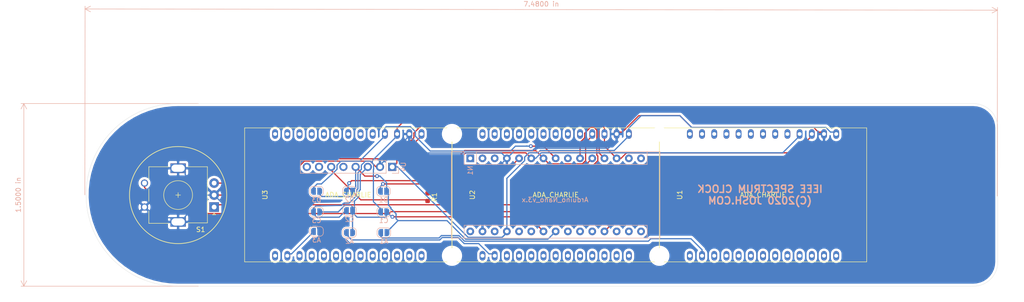
<source format=kicad_pcb>
(kicad_pcb (version 20171130) (host pcbnew "(5.1.5)-3")

  (general
    (thickness 1.6)
    (drawings 10)
    (tracks 368)
    (zones 0)
    (modules 21)
    (nets 100)
  )

  (page A4)
  (layers
    (0 F.Cu signal)
    (31 B.Cu signal)
    (32 B.Adhes user)
    (33 F.Adhes user)
    (34 B.Paste user)
    (35 F.Paste user)
    (36 B.SilkS user)
    (37 F.SilkS user)
    (38 B.Mask user)
    (39 F.Mask user)
    (40 Dwgs.User user)
    (41 Cmts.User user)
    (42 Eco1.User user)
    (43 Eco2.User user)
    (44 Edge.Cuts user)
    (45 Margin user)
    (46 B.CrtYd user)
    (47 F.CrtYd user)
    (48 B.Fab user)
    (49 F.Fab user)
  )

  (setup
    (last_trace_width 0.25)
    (trace_clearance 0.1524)
    (zone_clearance 0.508)
    (zone_45_only no)
    (trace_min 0.2)
    (via_size 0.8)
    (via_drill 0.4)
    (via_min_size 0.4)
    (via_min_drill 0.3)
    (uvia_size 0.3)
    (uvia_drill 0.1)
    (uvias_allowed no)
    (uvia_min_size 0.2)
    (uvia_min_drill 0.1)
    (edge_width 0.05)
    (segment_width 0.2)
    (pcb_text_width 0.3)
    (pcb_text_size 1.5 1.5)
    (mod_edge_width 0.12)
    (mod_text_size 1 1)
    (mod_text_width 0.15)
    (pad_size 1.524 1.524)
    (pad_drill 0.762)
    (pad_to_mask_clearance 0.051)
    (solder_mask_min_width 0.25)
    (aux_axis_origin 0 0)
    (grid_origin 161.29 101.6)
    (visible_elements 7FFFFFFF)
    (pcbplotparams
      (layerselection 0x010fc_ffffffff)
      (usegerberextensions false)
      (usegerberattributes false)
      (usegerberadvancedattributes false)
      (creategerberjobfile false)
      (excludeedgelayer true)
      (linewidth 0.100000)
      (plotframeref false)
      (viasonmask false)
      (mode 1)
      (useauxorigin false)
      (hpglpennumber 1)
      (hpglpenspeed 20)
      (hpglpendiameter 15.000000)
      (psnegative false)
      (psa4output false)
      (plotreference true)
      (plotvalue true)
      (plotinvisibletext false)
      (padsonsilk false)
      (subtractmaskfromsilk false)
      (outputformat 1)
      (mirror false)
      (drillshape 0)
      (scaleselection 1)
      (outputdirectory "../output/"))
  )

  (net 0 "")
  (net 1 GND)
  (net 2 "Net-(A1-Pad2)")
  (net 3 "Net-(A1-Pad1)")
  (net 4 "Net-(U1-Pad13)")
  (net 5 "Net-(U1-Pad12)")
  (net 6 "Net-(U1-Pad11)")
  (net 7 "Net-(U1-Pad10)")
  (net 8 "Net-(U1-Pad9)")
  (net 9 "Net-(U1-Pad18)")
  (net 10 "Net-(U1-Pad8)")
  (net 11 "Net-(U1-Pad19)")
  (net 12 "Net-(U1-Pad7)")
  (net 13 "Net-(U1-Pad20)")
  (net 14 "Net-(U1-Pad6)")
  (net 15 "Net-(U1-Pad21)")
  (net 16 "Net-(U1-Pad5)")
  (net 17 "Net-(U1-Pad22)")
  (net 18 "Net-(U1-Pad4)")
  (net 19 "Net-(U1-Pad23)")
  (net 20 "Net-(U1-Pad3)")
  (net 21 "Net-(U1-Pad24)")
  (net 22 "Net-(U1-Pad25)")
  (net 23 "Net-(U1-Pad1)")
  (net 24 "Net-(U1-Pad26)")
  (net 25 "Net-(U2-Pad13)")
  (net 26 "Net-(U2-Pad12)")
  (net 27 "Net-(U2-Pad11)")
  (net 28 "Net-(U2-Pad10)")
  (net 29 "Net-(U2-Pad9)")
  (net 30 "Net-(U2-Pad18)")
  (net 31 "Net-(U2-Pad8)")
  (net 32 "Net-(U2-Pad19)")
  (net 33 "Net-(U2-Pad7)")
  (net 34 "Net-(U2-Pad20)")
  (net 35 "Net-(U2-Pad6)")
  (net 36 "Net-(U2-Pad21)")
  (net 37 "Net-(U2-Pad5)")
  (net 38 "Net-(U2-Pad22)")
  (net 39 "Net-(U2-Pad4)")
  (net 40 "Net-(U2-Pad23)")
  (net 41 "Net-(U2-Pad3)")
  (net 42 "Net-(U2-Pad24)")
  (net 43 "Net-(U2-Pad25)")
  (net 44 "Net-(U2-Pad1)")
  (net 45 "Net-(U2-Pad26)")
  (net 46 "Net-(U3-Pad13)")
  (net 47 "Net-(U3-Pad12)")
  (net 48 "Net-(U3-Pad11)")
  (net 49 "Net-(U3-Pad10)")
  (net 50 "Net-(U3-Pad9)")
  (net 51 "Net-(U3-Pad18)")
  (net 52 "Net-(U3-Pad8)")
  (net 53 "Net-(U3-Pad19)")
  (net 54 "Net-(U3-Pad7)")
  (net 55 "Net-(U3-Pad20)")
  (net 56 "Net-(U3-Pad6)")
  (net 57 "Net-(U3-Pad21)")
  (net 58 "Net-(U3-Pad5)")
  (net 59 "Net-(U3-Pad22)")
  (net 60 "Net-(U3-Pad4)")
  (net 61 "Net-(U3-Pad23)")
  (net 62 "Net-(U3-Pad3)")
  (net 63 "Net-(U3-Pad24)")
  (net 64 "Net-(U3-Pad25)")
  (net 65 "Net-(U3-Pad1)")
  (net 66 "Net-(U3-Pad26)")
  (net 67 "Net-(R1-Pad2)")
  (net 68 "Net-(U4-Pad8)")
  (net 69 "Net-(U4-Pad7)")
  (net 70 "Net-(U4-Pad5)")
  (net 71 "Net-(L1-Pad1)")
  (net 72 "Net-(N1-Pad16)")
  (net 73 "Net-(N1-Pad15)")
  (net 74 "Net-(N1-Pad30)")
  (net 75 "Net-(N1-Pad14)")
  (net 76 "Net-(C1-Pad1)")
  (net 77 "Net-(N1-Pad28)")
  (net 78 "Net-(N1-Pad12)")
  (net 79 "Net-(N1-Pad27)")
  (net 80 "Net-(N1-Pad11)")
  (net 81 "Net-(N1-Pad26)")
  (net 82 "Net-(N1-Pad10)")
  (net 83 "Net-(N1-Pad25)")
  (net 84 "Net-(N1-Pad9)")
  (net 85 "Net-(A2-Pad2)")
  (net 86 "Net-(D3-Pad1)")
  (net 87 "Net-(D2-Pad1)")
  (net 88 "Net-(N1-Pad22)")
  (net 89 "Net-(D1-Pad1)")
  (net 90 "Net-(N1-Pad21)")
  (net 91 "Net-(N1-Pad5)")
  (net 92 "Net-(N1-Pad20)")
  (net 93 "Net-(N1-Pad3)")
  (net 94 "Net-(N1-Pad18)")
  (net 95 "Net-(N1-Pad2)")
  (net 96 "Net-(N1-Pad17)")
  (net 97 "Net-(N1-Pad1)")
  (net 98 "Net-(A2-Pad1)")
  (net 99 "Net-(A3-Pad1)")

  (net_class Default "This is the default net class."
    (clearance 0.1524)
    (trace_width 0.25)
    (via_dia 0.8)
    (via_drill 0.4)
    (uvia_dia 0.3)
    (uvia_drill 0.1)
    (add_net GND)
    (add_net "Net-(A1-Pad1)")
    (add_net "Net-(A1-Pad2)")
    (add_net "Net-(A2-Pad1)")
    (add_net "Net-(A2-Pad2)")
    (add_net "Net-(A3-Pad1)")
    (add_net "Net-(C1-Pad1)")
    (add_net "Net-(D1-Pad1)")
    (add_net "Net-(D2-Pad1)")
    (add_net "Net-(D3-Pad1)")
    (add_net "Net-(L1-Pad1)")
    (add_net "Net-(N1-Pad1)")
    (add_net "Net-(N1-Pad10)")
    (add_net "Net-(N1-Pad11)")
    (add_net "Net-(N1-Pad12)")
    (add_net "Net-(N1-Pad14)")
    (add_net "Net-(N1-Pad15)")
    (add_net "Net-(N1-Pad16)")
    (add_net "Net-(N1-Pad17)")
    (add_net "Net-(N1-Pad18)")
    (add_net "Net-(N1-Pad2)")
    (add_net "Net-(N1-Pad20)")
    (add_net "Net-(N1-Pad21)")
    (add_net "Net-(N1-Pad22)")
    (add_net "Net-(N1-Pad25)")
    (add_net "Net-(N1-Pad26)")
    (add_net "Net-(N1-Pad27)")
    (add_net "Net-(N1-Pad28)")
    (add_net "Net-(N1-Pad3)")
    (add_net "Net-(N1-Pad30)")
    (add_net "Net-(N1-Pad5)")
    (add_net "Net-(N1-Pad9)")
    (add_net "Net-(R1-Pad2)")
    (add_net "Net-(U1-Pad1)")
    (add_net "Net-(U1-Pad10)")
    (add_net "Net-(U1-Pad11)")
    (add_net "Net-(U1-Pad12)")
    (add_net "Net-(U1-Pad13)")
    (add_net "Net-(U1-Pad18)")
    (add_net "Net-(U1-Pad19)")
    (add_net "Net-(U1-Pad20)")
    (add_net "Net-(U1-Pad21)")
    (add_net "Net-(U1-Pad22)")
    (add_net "Net-(U1-Pad23)")
    (add_net "Net-(U1-Pad24)")
    (add_net "Net-(U1-Pad25)")
    (add_net "Net-(U1-Pad26)")
    (add_net "Net-(U1-Pad3)")
    (add_net "Net-(U1-Pad4)")
    (add_net "Net-(U1-Pad5)")
    (add_net "Net-(U1-Pad6)")
    (add_net "Net-(U1-Pad7)")
    (add_net "Net-(U1-Pad8)")
    (add_net "Net-(U1-Pad9)")
    (add_net "Net-(U2-Pad1)")
    (add_net "Net-(U2-Pad10)")
    (add_net "Net-(U2-Pad11)")
    (add_net "Net-(U2-Pad12)")
    (add_net "Net-(U2-Pad13)")
    (add_net "Net-(U2-Pad18)")
    (add_net "Net-(U2-Pad19)")
    (add_net "Net-(U2-Pad20)")
    (add_net "Net-(U2-Pad21)")
    (add_net "Net-(U2-Pad22)")
    (add_net "Net-(U2-Pad23)")
    (add_net "Net-(U2-Pad24)")
    (add_net "Net-(U2-Pad25)")
    (add_net "Net-(U2-Pad26)")
    (add_net "Net-(U2-Pad3)")
    (add_net "Net-(U2-Pad4)")
    (add_net "Net-(U2-Pad5)")
    (add_net "Net-(U2-Pad6)")
    (add_net "Net-(U2-Pad7)")
    (add_net "Net-(U2-Pad8)")
    (add_net "Net-(U2-Pad9)")
    (add_net "Net-(U3-Pad1)")
    (add_net "Net-(U3-Pad10)")
    (add_net "Net-(U3-Pad11)")
    (add_net "Net-(U3-Pad12)")
    (add_net "Net-(U3-Pad13)")
    (add_net "Net-(U3-Pad18)")
    (add_net "Net-(U3-Pad19)")
    (add_net "Net-(U3-Pad20)")
    (add_net "Net-(U3-Pad21)")
    (add_net "Net-(U3-Pad22)")
    (add_net "Net-(U3-Pad23)")
    (add_net "Net-(U3-Pad24)")
    (add_net "Net-(U3-Pad25)")
    (add_net "Net-(U3-Pad26)")
    (add_net "Net-(U3-Pad3)")
    (add_net "Net-(U3-Pad4)")
    (add_net "Net-(U3-Pad5)")
    (add_net "Net-(U3-Pad6)")
    (add_net "Net-(U3-Pad7)")
    (add_net "Net-(U3-Pad8)")
    (add_net "Net-(U3-Pad9)")
    (add_net "Net-(U4-Pad5)")
    (add_net "Net-(U4-Pad7)")
    (add_net "Net-(U4-Pad8)")
  )

  (module Jumper:SolderJumper-2_P1.3mm_Open_RoundedPad1.0x1.5mm (layer B.Cu) (tedit 5B391E66) (tstamp 5E40E34E)
    (at 111.506 100.838)
    (descr "SMD Solder Jumper, 1x1.5mm, rounded Pads, 0.3mm gap, open")
    (tags "solder jumper open")
    (path /5E49264D)
    (attr virtual)
    (fp_text reference D3 (at 0 1.8) (layer B.SilkS)
      (effects (font (size 1 1) (thickness 0.15)) (justify mirror))
    )
    (fp_text value SolderJumper_2_Open (at 0 -1.9) (layer B.Fab)
      (effects (font (size 1 1) (thickness 0.15)) (justify mirror))
    )
    (fp_line (start 1.65 -1.25) (end -1.65 -1.25) (layer B.CrtYd) (width 0.05))
    (fp_line (start 1.65 -1.25) (end 1.65 1.25) (layer B.CrtYd) (width 0.05))
    (fp_line (start -1.65 1.25) (end -1.65 -1.25) (layer B.CrtYd) (width 0.05))
    (fp_line (start -1.65 1.25) (end 1.65 1.25) (layer B.CrtYd) (width 0.05))
    (fp_line (start -0.7 1) (end 0.7 1) (layer B.SilkS) (width 0.12))
    (fp_line (start 1.4 0.3) (end 1.4 -0.3) (layer B.SilkS) (width 0.12))
    (fp_line (start 0.7 -1) (end -0.7 -1) (layer B.SilkS) (width 0.12))
    (fp_line (start -1.4 -0.3) (end -1.4 0.3) (layer B.SilkS) (width 0.12))
    (fp_arc (start -0.7 0.3) (end -0.7 1) (angle 90) (layer B.SilkS) (width 0.12))
    (fp_arc (start -0.7 -0.3) (end -1.4 -0.3) (angle 90) (layer B.SilkS) (width 0.12))
    (fp_arc (start 0.7 -0.3) (end 0.7 -1) (angle 90) (layer B.SilkS) (width 0.12))
    (fp_arc (start 0.7 0.3) (end 1.4 0.3) (angle 90) (layer B.SilkS) (width 0.12))
    (pad 2 smd custom (at 0.65 0) (size 1 0.5) (layers B.Cu B.Mask)
      (net 2 "Net-(A1-Pad2)") (zone_connect 2)
      (options (clearance outline) (anchor rect))
      (primitives
        (gr_circle (center 0 -0.25) (end 0.5 -0.25) (width 0))
        (gr_circle (center 0 0.25) (end 0.5 0.25) (width 0))
        (gr_poly (pts
           (xy 0 0.75) (xy -0.5 0.75) (xy -0.5 -0.75) (xy 0 -0.75)) (width 0))
      ))
    (pad 1 smd custom (at -0.65 0) (size 1 0.5) (layers B.Cu B.Mask)
      (net 86 "Net-(D3-Pad1)") (zone_connect 2)
      (options (clearance outline) (anchor rect))
      (primitives
        (gr_circle (center 0 -0.25) (end 0.5 -0.25) (width 0))
        (gr_circle (center 0 0.25) (end 0.5 0.25) (width 0))
        (gr_poly (pts
           (xy 0 0.75) (xy 0.5 0.75) (xy 0.5 -0.75) (xy 0 -0.75)) (width 0))
      ))
  )

  (module Jumper:SolderJumper-2_P1.3mm_Open_RoundedPad1.0x1.5mm (layer B.Cu) (tedit 5B391E66) (tstamp 5E410120)
    (at 118.364 100.838)
    (descr "SMD Solder Jumper, 1x1.5mm, rounded Pads, 0.3mm gap, open")
    (tags "solder jumper open")
    (path /5E46EEEF)
    (attr virtual)
    (fp_text reference D2 (at 0 1.8) (layer B.SilkS)
      (effects (font (size 1 1) (thickness 0.15)) (justify mirror))
    )
    (fp_text value SolderJumper_2_Open (at 0 -1.9) (layer B.Fab)
      (effects (font (size 1 1) (thickness 0.15)) (justify mirror))
    )
    (fp_line (start 1.65 -1.25) (end -1.65 -1.25) (layer B.CrtYd) (width 0.05))
    (fp_line (start 1.65 -1.25) (end 1.65 1.25) (layer B.CrtYd) (width 0.05))
    (fp_line (start -1.65 1.25) (end -1.65 -1.25) (layer B.CrtYd) (width 0.05))
    (fp_line (start -1.65 1.25) (end 1.65 1.25) (layer B.CrtYd) (width 0.05))
    (fp_line (start -0.7 1) (end 0.7 1) (layer B.SilkS) (width 0.12))
    (fp_line (start 1.4 0.3) (end 1.4 -0.3) (layer B.SilkS) (width 0.12))
    (fp_line (start 0.7 -1) (end -0.7 -1) (layer B.SilkS) (width 0.12))
    (fp_line (start -1.4 -0.3) (end -1.4 0.3) (layer B.SilkS) (width 0.12))
    (fp_arc (start -0.7 0.3) (end -0.7 1) (angle 90) (layer B.SilkS) (width 0.12))
    (fp_arc (start -0.7 -0.3) (end -1.4 -0.3) (angle 90) (layer B.SilkS) (width 0.12))
    (fp_arc (start 0.7 -0.3) (end 0.7 -1) (angle 90) (layer B.SilkS) (width 0.12))
    (fp_arc (start 0.7 0.3) (end 1.4 0.3) (angle 90) (layer B.SilkS) (width 0.12))
    (pad 2 smd custom (at 0.65 0) (size 1 0.5) (layers B.Cu B.Mask)
      (net 2 "Net-(A1-Pad2)") (zone_connect 2)
      (options (clearance outline) (anchor rect))
      (primitives
        (gr_circle (center 0 -0.25) (end 0.5 -0.25) (width 0))
        (gr_circle (center 0 0.25) (end 0.5 0.25) (width 0))
        (gr_poly (pts
           (xy 0 0.75) (xy -0.5 0.75) (xy -0.5 -0.75) (xy 0 -0.75)) (width 0))
      ))
    (pad 1 smd custom (at -0.65 0) (size 1 0.5) (layers B.Cu B.Mask)
      (net 87 "Net-(D2-Pad1)") (zone_connect 2)
      (options (clearance outline) (anchor rect))
      (primitives
        (gr_circle (center 0 -0.25) (end 0.5 -0.25) (width 0))
        (gr_circle (center 0 0.25) (end 0.5 0.25) (width 0))
        (gr_poly (pts
           (xy 0 0.75) (xy 0.5 0.75) (xy 0.5 -0.75) (xy 0 -0.75)) (width 0))
      ))
  )

  (module Jumper:SolderJumper-2_P1.3mm_Open_RoundedPad1.0x1.5mm (layer B.Cu) (tedit 5B391E66) (tstamp 5E40E332)
    (at 125.439 100.838)
    (descr "SMD Solder Jumper, 1x1.5mm, rounded Pads, 0.3mm gap, open")
    (tags "solder jumper open")
    (path /5E42A0BE)
    (attr virtual)
    (fp_text reference D1 (at 0 1.8) (layer B.SilkS)
      (effects (font (size 1 1) (thickness 0.15)) (justify mirror))
    )
    (fp_text value SolderJumper_2_Open (at 0 -1.9) (layer B.Fab)
      (effects (font (size 1 1) (thickness 0.15)) (justify mirror))
    )
    (fp_line (start 1.65 -1.25) (end -1.65 -1.25) (layer B.CrtYd) (width 0.05))
    (fp_line (start 1.65 -1.25) (end 1.65 1.25) (layer B.CrtYd) (width 0.05))
    (fp_line (start -1.65 1.25) (end -1.65 -1.25) (layer B.CrtYd) (width 0.05))
    (fp_line (start -1.65 1.25) (end 1.65 1.25) (layer B.CrtYd) (width 0.05))
    (fp_line (start -0.7 1) (end 0.7 1) (layer B.SilkS) (width 0.12))
    (fp_line (start 1.4 0.3) (end 1.4 -0.3) (layer B.SilkS) (width 0.12))
    (fp_line (start 0.7 -1) (end -0.7 -1) (layer B.SilkS) (width 0.12))
    (fp_line (start -1.4 -0.3) (end -1.4 0.3) (layer B.SilkS) (width 0.12))
    (fp_arc (start -0.7 0.3) (end -0.7 1) (angle 90) (layer B.SilkS) (width 0.12))
    (fp_arc (start -0.7 -0.3) (end -1.4 -0.3) (angle 90) (layer B.SilkS) (width 0.12))
    (fp_arc (start 0.7 -0.3) (end 0.7 -1) (angle 90) (layer B.SilkS) (width 0.12))
    (fp_arc (start 0.7 0.3) (end 1.4 0.3) (angle 90) (layer B.SilkS) (width 0.12))
    (pad 2 smd custom (at 0.65 0) (size 1 0.5) (layers B.Cu B.Mask)
      (net 2 "Net-(A1-Pad2)") (zone_connect 2)
      (options (clearance outline) (anchor rect))
      (primitives
        (gr_circle (center 0 -0.25) (end 0.5 -0.25) (width 0))
        (gr_circle (center 0 0.25) (end 0.5 0.25) (width 0))
        (gr_poly (pts
           (xy 0 0.75) (xy -0.5 0.75) (xy -0.5 -0.75) (xy 0 -0.75)) (width 0))
      ))
    (pad 1 smd custom (at -0.65 0) (size 1 0.5) (layers B.Cu B.Mask)
      (net 89 "Net-(D1-Pad1)") (zone_connect 2)
      (options (clearance outline) (anchor rect))
      (primitives
        (gr_circle (center 0 -0.25) (end 0.5 -0.25) (width 0))
        (gr_circle (center 0 0.25) (end 0.5 0.25) (width 0))
        (gr_poly (pts
           (xy 0 0.75) (xy 0.5 0.75) (xy 0.5 -0.75) (xy 0 -0.75)) (width 0))
      ))
  )

  (module Jumper:SolderJumper-2_P1.3mm_Open_RoundedPad1.0x1.5mm (layer B.Cu) (tedit 5B391E66) (tstamp 5E40EEDD)
    (at 111.506 105.156)
    (descr "SMD Solder Jumper, 1x1.5mm, rounded Pads, 0.3mm gap, open")
    (tags "solder jumper open")
    (path /5E48B29A)
    (attr virtual)
    (fp_text reference C3 (at 0 1.8) (layer B.SilkS)
      (effects (font (size 1 1) (thickness 0.15)) (justify mirror))
    )
    (fp_text value SolderJumper_2_Open (at 0 -1.9) (layer B.Fab)
      (effects (font (size 1 1) (thickness 0.15)) (justify mirror))
    )
    (fp_line (start 1.65 -1.25) (end -1.65 -1.25) (layer B.CrtYd) (width 0.05))
    (fp_line (start 1.65 -1.25) (end 1.65 1.25) (layer B.CrtYd) (width 0.05))
    (fp_line (start -1.65 1.25) (end -1.65 -1.25) (layer B.CrtYd) (width 0.05))
    (fp_line (start -1.65 1.25) (end 1.65 1.25) (layer B.CrtYd) (width 0.05))
    (fp_line (start -0.7 1) (end 0.7 1) (layer B.SilkS) (width 0.12))
    (fp_line (start 1.4 0.3) (end 1.4 -0.3) (layer B.SilkS) (width 0.12))
    (fp_line (start 0.7 -1) (end -0.7 -1) (layer B.SilkS) (width 0.12))
    (fp_line (start -1.4 -0.3) (end -1.4 0.3) (layer B.SilkS) (width 0.12))
    (fp_arc (start -0.7 0.3) (end -0.7 1) (angle 90) (layer B.SilkS) (width 0.12))
    (fp_arc (start -0.7 -0.3) (end -1.4 -0.3) (angle 90) (layer B.SilkS) (width 0.12))
    (fp_arc (start 0.7 -0.3) (end 0.7 -1) (angle 90) (layer B.SilkS) (width 0.12))
    (fp_arc (start 0.7 0.3) (end 1.4 0.3) (angle 90) (layer B.SilkS) (width 0.12))
    (pad 2 smd custom (at 0.65 0) (size 1 0.5) (layers B.Cu B.Mask)
      (net 85 "Net-(A2-Pad2)") (zone_connect 2)
      (options (clearance outline) (anchor rect))
      (primitives
        (gr_circle (center 0 -0.25) (end 0.5 -0.25) (width 0))
        (gr_circle (center 0 0.25) (end 0.5 0.25) (width 0))
        (gr_poly (pts
           (xy 0 0.75) (xy -0.5 0.75) (xy -0.5 -0.75) (xy 0 -0.75)) (width 0))
      ))
    (pad 1 smd custom (at -0.65 0) (size 1 0.5) (layers B.Cu B.Mask)
      (net 76 "Net-(C1-Pad1)") (zone_connect 2)
      (options (clearance outline) (anchor rect))
      (primitives
        (gr_circle (center 0 -0.25) (end 0.5 -0.25) (width 0))
        (gr_circle (center 0 0.25) (end 0.5 0.25) (width 0))
        (gr_poly (pts
           (xy 0 0.75) (xy 0.5 0.75) (xy 0.5 -0.75) (xy 0 -0.75)) (width 0))
      ))
  )

  (module Jumper:SolderJumper-2_P1.3mm_Open_RoundedPad1.0x1.5mm (layer B.Cu) (tedit 5B391E66) (tstamp 5E40EEB6)
    (at 118.364 104.902)
    (descr "SMD Solder Jumper, 1x1.5mm, rounded Pads, 0.3mm gap, open")
    (tags "solder jumper open")
    (path /5E462E54)
    (attr virtual)
    (fp_text reference C2 (at 0 1.8) (layer B.SilkS)
      (effects (font (size 1 1) (thickness 0.15)) (justify mirror))
    )
    (fp_text value SolderJumper_2_Open (at 0 -1.9) (layer B.Fab)
      (effects (font (size 1 1) (thickness 0.15)) (justify mirror))
    )
    (fp_line (start 1.65 -1.25) (end -1.65 -1.25) (layer B.CrtYd) (width 0.05))
    (fp_line (start 1.65 -1.25) (end 1.65 1.25) (layer B.CrtYd) (width 0.05))
    (fp_line (start -1.65 1.25) (end -1.65 -1.25) (layer B.CrtYd) (width 0.05))
    (fp_line (start -1.65 1.25) (end 1.65 1.25) (layer B.CrtYd) (width 0.05))
    (fp_line (start -0.7 1) (end 0.7 1) (layer B.SilkS) (width 0.12))
    (fp_line (start 1.4 0.3) (end 1.4 -0.3) (layer B.SilkS) (width 0.12))
    (fp_line (start 0.7 -1) (end -0.7 -1) (layer B.SilkS) (width 0.12))
    (fp_line (start -1.4 -0.3) (end -1.4 0.3) (layer B.SilkS) (width 0.12))
    (fp_arc (start -0.7 0.3) (end -0.7 1) (angle 90) (layer B.SilkS) (width 0.12))
    (fp_arc (start -0.7 -0.3) (end -1.4 -0.3) (angle 90) (layer B.SilkS) (width 0.12))
    (fp_arc (start 0.7 -0.3) (end 0.7 -1) (angle 90) (layer B.SilkS) (width 0.12))
    (fp_arc (start 0.7 0.3) (end 1.4 0.3) (angle 90) (layer B.SilkS) (width 0.12))
    (pad 2 smd custom (at 0.65 0) (size 1 0.5) (layers B.Cu B.Mask)
      (net 85 "Net-(A2-Pad2)") (zone_connect 2)
      (options (clearance outline) (anchor rect))
      (primitives
        (gr_circle (center 0 -0.25) (end 0.5 -0.25) (width 0))
        (gr_circle (center 0 0.25) (end 0.5 0.25) (width 0))
        (gr_poly (pts
           (xy 0 0.75) (xy -0.5 0.75) (xy -0.5 -0.75) (xy 0 -0.75)) (width 0))
      ))
    (pad 1 smd custom (at -0.65 0) (size 1 0.5) (layers B.Cu B.Mask)
      (net 76 "Net-(C1-Pad1)") (zone_connect 2)
      (options (clearance outline) (anchor rect))
      (primitives
        (gr_circle (center 0 -0.25) (end 0.5 -0.25) (width 0))
        (gr_circle (center 0 0.25) (end 0.5 0.25) (width 0))
        (gr_poly (pts
           (xy 0 0.75) (xy 0.5 0.75) (xy 0.5 -0.75) (xy 0 -0.75)) (width 0))
      ))
  )

  (module Jumper:SolderJumper-2_P1.3mm_Open_RoundedPad1.0x1.5mm (layer B.Cu) (tedit 5B391E66) (tstamp 5E40EE8F)
    (at 125.476 105.156)
    (descr "SMD Solder Jumper, 1x1.5mm, rounded Pads, 0.3mm gap, open")
    (tags "solder jumper open")
    (path /5E44F22C)
    (attr virtual)
    (fp_text reference C1 (at 0 1.8) (layer B.SilkS)
      (effects (font (size 1 1) (thickness 0.15)) (justify mirror))
    )
    (fp_text value SolderJumper_2_Open (at 0 -1.9) (layer B.Fab)
      (effects (font (size 1 1) (thickness 0.15)) (justify mirror))
    )
    (fp_line (start 1.65 -1.25) (end -1.65 -1.25) (layer B.CrtYd) (width 0.05))
    (fp_line (start 1.65 -1.25) (end 1.65 1.25) (layer B.CrtYd) (width 0.05))
    (fp_line (start -1.65 1.25) (end -1.65 -1.25) (layer B.CrtYd) (width 0.05))
    (fp_line (start -1.65 1.25) (end 1.65 1.25) (layer B.CrtYd) (width 0.05))
    (fp_line (start -0.7 1) (end 0.7 1) (layer B.SilkS) (width 0.12))
    (fp_line (start 1.4 0.3) (end 1.4 -0.3) (layer B.SilkS) (width 0.12))
    (fp_line (start 0.7 -1) (end -0.7 -1) (layer B.SilkS) (width 0.12))
    (fp_line (start -1.4 -0.3) (end -1.4 0.3) (layer B.SilkS) (width 0.12))
    (fp_arc (start -0.7 0.3) (end -0.7 1) (angle 90) (layer B.SilkS) (width 0.12))
    (fp_arc (start -0.7 -0.3) (end -1.4 -0.3) (angle 90) (layer B.SilkS) (width 0.12))
    (fp_arc (start 0.7 -0.3) (end 0.7 -1) (angle 90) (layer B.SilkS) (width 0.12))
    (fp_arc (start 0.7 0.3) (end 1.4 0.3) (angle 90) (layer B.SilkS) (width 0.12))
    (pad 2 smd custom (at 0.65 0) (size 1 0.5) (layers B.Cu B.Mask)
      (net 85 "Net-(A2-Pad2)") (zone_connect 2)
      (options (clearance outline) (anchor rect))
      (primitives
        (gr_circle (center 0 -0.25) (end 0.5 -0.25) (width 0))
        (gr_circle (center 0 0.25) (end 0.5 0.25) (width 0))
        (gr_poly (pts
           (xy 0 0.75) (xy -0.5 0.75) (xy -0.5 -0.75) (xy 0 -0.75)) (width 0))
      ))
    (pad 1 smd custom (at -0.65 0) (size 1 0.5) (layers B.Cu B.Mask)
      (net 76 "Net-(C1-Pad1)") (zone_connect 2)
      (options (clearance outline) (anchor rect))
      (primitives
        (gr_circle (center 0 -0.25) (end 0.5 -0.25) (width 0))
        (gr_circle (center 0 0.25) (end 0.5 0.25) (width 0))
        (gr_poly (pts
           (xy 0 0.75) (xy 0.5 0.75) (xy 0.5 -0.75) (xy 0 -0.75)) (width 0))
      ))
  )

  (module Jumper:SolderJumper-2_P1.3mm_Open_RoundedPad1.0x1.5mm (layer B.Cu) (tedit 5B391E66) (tstamp 5E40EF04)
    (at 111.506 109.22)
    (descr "SMD Solder Jumper, 1x1.5mm, rounded Pads, 0.3mm gap, open")
    (tags "solder jumper open")
    (path /5E4B3AD7)
    (attr virtual)
    (fp_text reference A3 (at 0 1.8) (layer B.SilkS)
      (effects (font (size 1 1) (thickness 0.15)) (justify mirror))
    )
    (fp_text value SolderJumper_2_Open (at 0 -1.9) (layer B.Fab)
      (effects (font (size 1 1) (thickness 0.15)) (justify mirror))
    )
    (fp_line (start 1.65 -1.25) (end -1.65 -1.25) (layer B.CrtYd) (width 0.05))
    (fp_line (start 1.65 -1.25) (end 1.65 1.25) (layer B.CrtYd) (width 0.05))
    (fp_line (start -1.65 1.25) (end -1.65 -1.25) (layer B.CrtYd) (width 0.05))
    (fp_line (start -1.65 1.25) (end 1.65 1.25) (layer B.CrtYd) (width 0.05))
    (fp_line (start -0.7 1) (end 0.7 1) (layer B.SilkS) (width 0.12))
    (fp_line (start 1.4 0.3) (end 1.4 -0.3) (layer B.SilkS) (width 0.12))
    (fp_line (start 0.7 -1) (end -0.7 -1) (layer B.SilkS) (width 0.12))
    (fp_line (start -1.4 -0.3) (end -1.4 0.3) (layer B.SilkS) (width 0.12))
    (fp_arc (start -0.7 0.3) (end -0.7 1) (angle 90) (layer B.SilkS) (width 0.12))
    (fp_arc (start -0.7 -0.3) (end -1.4 -0.3) (angle 90) (layer B.SilkS) (width 0.12))
    (fp_arc (start 0.7 -0.3) (end 0.7 -1) (angle 90) (layer B.SilkS) (width 0.12))
    (fp_arc (start 0.7 0.3) (end 1.4 0.3) (angle 90) (layer B.SilkS) (width 0.12))
    (pad 2 smd custom (at 0.65 0) (size 1 0.5) (layers B.Cu B.Mask)
      (net 1 GND) (zone_connect 2)
      (options (clearance outline) (anchor rect))
      (primitives
        (gr_circle (center 0 -0.25) (end 0.5 -0.25) (width 0))
        (gr_circle (center 0 0.25) (end 0.5 0.25) (width 0))
        (gr_poly (pts
           (xy 0 0.75) (xy -0.5 0.75) (xy -0.5 -0.75) (xy 0 -0.75)) (width 0))
      ))
    (pad 1 smd custom (at -0.65 0) (size 1 0.5) (layers B.Cu B.Mask)
      (net 99 "Net-(A3-Pad1)") (zone_connect 2)
      (options (clearance outline) (anchor rect))
      (primitives
        (gr_circle (center 0 -0.25) (end 0.5 -0.25) (width 0))
        (gr_circle (center 0 0.25) (end 0.5 0.25) (width 0))
        (gr_poly (pts
           (xy 0 0.75) (xy 0.5 0.75) (xy 0.5 -0.75) (xy 0 -0.75)) (width 0))
      ))
  )

  (module Jumper:SolderJumper-2_P1.3mm_Open_RoundedPad1.0x1.5mm (layer B.Cu) (tedit 5B391E66) (tstamp 5E40EF2B)
    (at 118.364 109.474)
    (descr "SMD Solder Jumper, 1x1.5mm, rounded Pads, 0.3mm gap, open")
    (tags "solder jumper open")
    (path /5E4C30B6)
    (attr virtual)
    (fp_text reference A2 (at 0 1.8) (layer B.SilkS)
      (effects (font (size 1 1) (thickness 0.15)) (justify mirror))
    )
    (fp_text value SolderJumper_2_Open (at 0 -1.9) (layer B.Fab)
      (effects (font (size 1 1) (thickness 0.15)) (justify mirror))
    )
    (fp_line (start 1.65 -1.25) (end -1.65 -1.25) (layer B.CrtYd) (width 0.05))
    (fp_line (start 1.65 -1.25) (end 1.65 1.25) (layer B.CrtYd) (width 0.05))
    (fp_line (start -1.65 1.25) (end -1.65 -1.25) (layer B.CrtYd) (width 0.05))
    (fp_line (start -1.65 1.25) (end 1.65 1.25) (layer B.CrtYd) (width 0.05))
    (fp_line (start -0.7 1) (end 0.7 1) (layer B.SilkS) (width 0.12))
    (fp_line (start 1.4 0.3) (end 1.4 -0.3) (layer B.SilkS) (width 0.12))
    (fp_line (start 0.7 -1) (end -0.7 -1) (layer B.SilkS) (width 0.12))
    (fp_line (start -1.4 -0.3) (end -1.4 0.3) (layer B.SilkS) (width 0.12))
    (fp_arc (start -0.7 0.3) (end -0.7 1) (angle 90) (layer B.SilkS) (width 0.12))
    (fp_arc (start -0.7 -0.3) (end -1.4 -0.3) (angle 90) (layer B.SilkS) (width 0.12))
    (fp_arc (start 0.7 -0.3) (end 0.7 -1) (angle 90) (layer B.SilkS) (width 0.12))
    (fp_arc (start 0.7 0.3) (end 1.4 0.3) (angle 90) (layer B.SilkS) (width 0.12))
    (pad 2 smd custom (at 0.65 0) (size 1 0.5) (layers B.Cu B.Mask)
      (net 85 "Net-(A2-Pad2)") (zone_connect 2)
      (options (clearance outline) (anchor rect))
      (primitives
        (gr_circle (center 0 -0.25) (end 0.5 -0.25) (width 0))
        (gr_circle (center 0 0.25) (end 0.5 0.25) (width 0))
        (gr_poly (pts
           (xy 0 0.75) (xy -0.5 0.75) (xy -0.5 -0.75) (xy 0 -0.75)) (width 0))
      ))
    (pad 1 smd custom (at -0.65 0) (size 1 0.5) (layers B.Cu B.Mask)
      (net 98 "Net-(A2-Pad1)") (zone_connect 2)
      (options (clearance outline) (anchor rect))
      (primitives
        (gr_circle (center 0 -0.25) (end 0.5 -0.25) (width 0))
        (gr_circle (center 0 0.25) (end 0.5 0.25) (width 0))
        (gr_poly (pts
           (xy 0 0.75) (xy 0.5 0.75) (xy 0.5 -0.75) (xy 0 -0.75)) (width 0))
      ))
  )

  (module Jumper:SolderJumper-2_P1.3mm_Open_RoundedPad1.0x1.5mm (layer B.Cu) (tedit 5B391E66) (tstamp 5E40EF52)
    (at 125.513 109.474)
    (descr "SMD Solder Jumper, 1x1.5mm, rounded Pads, 0.3mm gap, open")
    (tags "solder jumper open")
    (path /5E4D2A20)
    (attr virtual)
    (fp_text reference A1 (at 0 1.8) (layer B.SilkS)
      (effects (font (size 1 1) (thickness 0.15)) (justify mirror))
    )
    (fp_text value SolderJumper_2_Open (at 0 -1.9) (layer B.Fab)
      (effects (font (size 1 1) (thickness 0.15)) (justify mirror))
    )
    (fp_line (start 1.65 -1.25) (end -1.65 -1.25) (layer B.CrtYd) (width 0.05))
    (fp_line (start 1.65 -1.25) (end 1.65 1.25) (layer B.CrtYd) (width 0.05))
    (fp_line (start -1.65 1.25) (end -1.65 -1.25) (layer B.CrtYd) (width 0.05))
    (fp_line (start -1.65 1.25) (end 1.65 1.25) (layer B.CrtYd) (width 0.05))
    (fp_line (start -0.7 1) (end 0.7 1) (layer B.SilkS) (width 0.12))
    (fp_line (start 1.4 0.3) (end 1.4 -0.3) (layer B.SilkS) (width 0.12))
    (fp_line (start 0.7 -1) (end -0.7 -1) (layer B.SilkS) (width 0.12))
    (fp_line (start -1.4 -0.3) (end -1.4 0.3) (layer B.SilkS) (width 0.12))
    (fp_arc (start -0.7 0.3) (end -0.7 1) (angle 90) (layer B.SilkS) (width 0.12))
    (fp_arc (start -0.7 -0.3) (end -1.4 -0.3) (angle 90) (layer B.SilkS) (width 0.12))
    (fp_arc (start 0.7 -0.3) (end 0.7 -1) (angle 90) (layer B.SilkS) (width 0.12))
    (fp_arc (start 0.7 0.3) (end 1.4 0.3) (angle 90) (layer B.SilkS) (width 0.12))
    (pad 2 smd custom (at 0.65 0) (size 1 0.5) (layers B.Cu B.Mask)
      (net 2 "Net-(A1-Pad2)") (zone_connect 2)
      (options (clearance outline) (anchor rect))
      (primitives
        (gr_circle (center 0 -0.25) (end 0.5 -0.25) (width 0))
        (gr_circle (center 0 0.25) (end 0.5 0.25) (width 0))
        (gr_poly (pts
           (xy 0 0.75) (xy -0.5 0.75) (xy -0.5 -0.75) (xy 0 -0.75)) (width 0))
      ))
    (pad 1 smd custom (at -0.65 0) (size 1 0.5) (layers B.Cu B.Mask)
      (net 3 "Net-(A1-Pad1)") (zone_connect 2)
      (options (clearance outline) (anchor rect))
      (primitives
        (gr_circle (center 0 -0.25) (end 0.5 -0.25) (width 0))
        (gr_circle (center 0 0.25) (end 0.5 0.25) (width 0))
        (gr_poly (pts
           (xy 0 0.75) (xy 0.5 0.75) (xy 0.5 -0.75) (xy 0 -0.75)) (width 0))
      ))
  )

  (module Connector_PinHeader_2.54mm:PinHeader_1x08_P2.54mm_Vertical (layer B.Cu) (tedit 59FED5CC) (tstamp 5E315413)
    (at 127.254 95.758 90)
    (descr "Through hole straight pin header, 1x08, 2.54mm pitch, single row")
    (tags "Through hole pin header THT 1x08 2.54mm single row")
    (path /5E30AA37)
    (fp_text reference U4 (at 0 2.33 90) (layer B.SilkS)
      (effects (font (size 1 1) (thickness 0.15)) (justify mirror))
    )
    (fp_text value ADA_DS3231 (at 0 -20.11 90) (layer B.Fab)
      (effects (font (size 1 1) (thickness 0.15)) (justify mirror))
    )
    (fp_text user %R (at 0 -8.89 180) (layer B.Fab)
      (effects (font (size 1 1) (thickness 0.15)) (justify mirror))
    )
    (fp_line (start 1.8 1.8) (end -1.8 1.8) (layer B.CrtYd) (width 0.05))
    (fp_line (start 1.8 -19.55) (end 1.8 1.8) (layer B.CrtYd) (width 0.05))
    (fp_line (start -1.8 -19.55) (end 1.8 -19.55) (layer B.CrtYd) (width 0.05))
    (fp_line (start -1.8 1.8) (end -1.8 -19.55) (layer B.CrtYd) (width 0.05))
    (fp_line (start -1.33 1.33) (end 0 1.33) (layer B.SilkS) (width 0.12))
    (fp_line (start -1.33 0) (end -1.33 1.33) (layer B.SilkS) (width 0.12))
    (fp_line (start -1.33 -1.27) (end 1.33 -1.27) (layer B.SilkS) (width 0.12))
    (fp_line (start 1.33 -1.27) (end 1.33 -19.11) (layer B.SilkS) (width 0.12))
    (fp_line (start -1.33 -1.27) (end -1.33 -19.11) (layer B.SilkS) (width 0.12))
    (fp_line (start -1.33 -19.11) (end 1.33 -19.11) (layer B.SilkS) (width 0.12))
    (fp_line (start -1.27 0.635) (end -0.635 1.27) (layer B.Fab) (width 0.1))
    (fp_line (start -1.27 -19.05) (end -1.27 0.635) (layer B.Fab) (width 0.1))
    (fp_line (start 1.27 -19.05) (end -1.27 -19.05) (layer B.Fab) (width 0.1))
    (fp_line (start 1.27 1.27) (end 1.27 -19.05) (layer B.Fab) (width 0.1))
    (fp_line (start -0.635 1.27) (end 1.27 1.27) (layer B.Fab) (width 0.1))
    (pad 8 thru_hole oval (at 0 -17.78 90) (size 1.7 1.7) (drill 1) (layers *.Cu *.Mask)
      (net 68 "Net-(U4-Pad8)"))
    (pad 7 thru_hole oval (at 0 -15.24 90) (size 1.7 1.7) (drill 1) (layers *.Cu *.Mask)
      (net 69 "Net-(U4-Pad7)"))
    (pad 6 thru_hole oval (at 0 -12.7 90) (size 1.7 1.7) (drill 1) (layers *.Cu *.Mask)
      (net 67 "Net-(R1-Pad2)"))
    (pad 5 thru_hole oval (at 0 -10.16 90) (size 1.7 1.7) (drill 1) (layers *.Cu *.Mask)
      (net 70 "Net-(U4-Pad5)"))
    (pad 4 thru_hole oval (at 0 -7.62 90) (size 1.7 1.7) (drill 1) (layers *.Cu *.Mask)
      (net 2 "Net-(A1-Pad2)"))
    (pad 3 thru_hole oval (at 0 -5.08 90) (size 1.7 1.7) (drill 1) (layers *.Cu *.Mask)
      (net 85 "Net-(A2-Pad2)"))
    (pad 2 thru_hole oval (at 0 -2.54 90) (size 1.7 1.7) (drill 1) (layers *.Cu *.Mask)
      (net 1 GND))
    (pad 1 thru_hole rect (at 0 0 90) (size 1.7 1.7) (drill 1) (layers *.Cu *.Mask)
      (net 79 "Net-(N1-Pad27)"))
    (model ${KISYS3DMOD}/Connector_PinHeader_2.54mm.3dshapes/PinHeader_1x08_P2.54mm_Vertical.wrl
      (at (xyz 0 0 0))
      (scale (xyz 1 1 1))
      (rotate (xyz 0 0 0))
    )
  )

  (module IEEE-Clock-Charlie:DIP-26_1000_ELL (layer F.Cu) (tedit 5E235EA9) (tstamp 5E281101)
    (at 204.47 101.6)
    (path /5E23A680)
    (fp_text reference U1 (at -17.34 0 90) (layer F.SilkS)
      (effects (font (size 1 1) (thickness 0.15)))
    )
    (fp_text value ADA_CHARLIE (at 0 0) (layer F.SilkS)
      (effects (font (size 1 1) (thickness 0.15)))
    )
    (fp_line (start -21.59 13.97) (end -21.59 -13.97) (layer F.SilkS) (width 0.12))
    (fp_line (start -21.59 -13.97) (end 21.59 -13.97) (layer F.SilkS) (width 0.12))
    (fp_line (start 16.09 13.95) (end -16.09 13.95) (layer F.CrtYd) (width 0.05))
    (fp_line (start -21.59 13.97) (end 21.59 13.97) (layer F.SilkS) (width 0.12))
    (fp_line (start 21.59 13.97) (end 21.59 -13.97) (layer F.SilkS) (width 0.12))
    (pad 13 thru_hole oval (at 15.24 12.7) (size 1.2 2) (drill 0.8) (layers *.Cu *.Mask)
      (net 4 "Net-(U1-Pad13)"))
    (pad 14 thru_hole oval (at 15.24 -12.7) (size 1.2 2) (drill 0.8) (layers *.Cu *.Mask)
      (net 79 "Net-(N1-Pad27)"))
    (pad 12 thru_hole oval (at 12.7 12.7) (size 1.2 2) (drill 0.8) (layers *.Cu *.Mask)
      (net 5 "Net-(U1-Pad12)"))
    (pad 15 thru_hole oval (at 12.7 -12.7) (size 1.2 2) (drill 0.8) (layers *.Cu *.Mask)
      (net 1 GND))
    (pad 11 thru_hole oval (at 10.16 12.7) (size 1.2 2) (drill 0.8) (layers *.Cu *.Mask)
      (net 6 "Net-(U1-Pad11)"))
    (pad 16 thru_hole oval (at 10.16 -12.7) (size 1.2 2) (drill 0.8) (layers *.Cu *.Mask)
      (net 76 "Net-(C1-Pad1)"))
    (pad 10 thru_hole oval (at 7.62 12.7) (size 1.2 2) (drill 0.8) (layers *.Cu *.Mask)
      (net 7 "Net-(U1-Pad10)"))
    (pad 17 thru_hole oval (at 7.62 -12.7) (size 1.2 2) (drill 0.8) (layers *.Cu *.Mask)
      (net 89 "Net-(D1-Pad1)"))
    (pad 9 thru_hole oval (at 5.08 12.7) (size 1.2 2) (drill 0.8) (layers *.Cu *.Mask)
      (net 8 "Net-(U1-Pad9)"))
    (pad 18 thru_hole oval (at 5.08 -12.7) (size 1.2 2) (drill 0.8) (layers *.Cu *.Mask)
      (net 9 "Net-(U1-Pad18)"))
    (pad 8 thru_hole oval (at 2.54 12.7) (size 1.2 2) (drill 0.8) (layers *.Cu *.Mask)
      (net 10 "Net-(U1-Pad8)"))
    (pad 19 thru_hole oval (at 2.54 -12.7) (size 1.2 2) (drill 0.8) (layers *.Cu *.Mask)
      (net 11 "Net-(U1-Pad19)"))
    (pad 7 thru_hole oval (at 0 12.7) (size 1.2 2) (drill 0.8) (layers *.Cu *.Mask)
      (net 12 "Net-(U1-Pad7)"))
    (pad 20 thru_hole oval (at 0 -12.7) (size 1.2 2) (drill 0.8) (layers *.Cu *.Mask)
      (net 13 "Net-(U1-Pad20)"))
    (pad 6 thru_hole oval (at -2.54 12.7) (size 1.2 2) (drill 0.8) (layers *.Cu *.Mask)
      (net 14 "Net-(U1-Pad6)"))
    (pad 21 thru_hole oval (at -2.54 -12.7) (size 1.2 2) (drill 0.8) (layers *.Cu *.Mask)
      (net 15 "Net-(U1-Pad21)"))
    (pad 5 thru_hole oval (at -5.08 12.7) (size 1.2 2) (drill 0.8) (layers *.Cu *.Mask)
      (net 16 "Net-(U1-Pad5)"))
    (pad 22 thru_hole oval (at -5.08 -12.7) (size 1.2 2) (drill 0.8) (layers *.Cu *.Mask)
      (net 17 "Net-(U1-Pad22)"))
    (pad 4 thru_hole oval (at -7.62 12.7) (size 1.2 2) (drill 0.8) (layers *.Cu *.Mask)
      (net 18 "Net-(U1-Pad4)"))
    (pad 23 thru_hole oval (at -7.62 -12.7) (size 1.2 2) (drill 0.8) (layers *.Cu *.Mask)
      (net 19 "Net-(U1-Pad23)"))
    (pad 3 thru_hole oval (at -10.16 12.7) (size 1.2 2) (drill 0.8) (layers *.Cu *.Mask)
      (net 20 "Net-(U1-Pad3)"))
    (pad 24 thru_hole oval (at -10.16 -12.7) (size 1.2 2) (drill 0.8) (layers *.Cu *.Mask)
      (net 21 "Net-(U1-Pad24)"))
    (pad 2 thru_hole oval (at -12.7 12.7) (size 1.2 2) (drill 0.8) (layers *.Cu *.Mask)
      (net 3 "Net-(A1-Pad1)"))
    (pad 25 thru_hole oval (at -12.7 -12.7) (size 1.2 2) (drill 0.8) (layers *.Cu *.Mask)
      (net 22 "Net-(U1-Pad25)"))
    (pad 1 thru_hole oval (at -15.24 12.7) (size 1.2 2) (drill 0.8) (layers *.Cu *.Mask)
      (net 23 "Net-(U1-Pad1)"))
    (pad 26 thru_hole oval (at -15.24 -12.7) (size 1.2 2) (drill 0.8) (layers *.Cu *.Mask)
      (net 24 "Net-(U1-Pad26)"))
  )

  (module IEEE-Clock-Charlie:DIP-26_1000_ELL (layer F.Cu) (tedit 5E235EA9) (tstamp 5E281147)
    (at 118.11 101.6)
    (path /5E23D5CF)
    (fp_text reference U3 (at -17.34 0 90) (layer F.SilkS)
      (effects (font (size 1 1) (thickness 0.15)))
    )
    (fp_text value ADA_CHARLIE (at 0 0) (layer F.SilkS)
      (effects (font (size 1 1) (thickness 0.15)))
    )
    (fp_line (start -21.59 13.97) (end -21.59 -13.97) (layer F.SilkS) (width 0.12))
    (fp_line (start -21.59 -13.97) (end 21.59 -13.97) (layer F.SilkS) (width 0.12))
    (fp_line (start 16.09 13.95) (end -16.09 13.95) (layer F.CrtYd) (width 0.05))
    (fp_line (start -21.59 13.97) (end 21.59 13.97) (layer F.SilkS) (width 0.12))
    (fp_line (start 21.59 13.97) (end 21.59 -13.97) (layer F.SilkS) (width 0.12))
    (pad 13 thru_hole oval (at 15.24 12.7) (size 1.2 2) (drill 0.8) (layers *.Cu *.Mask)
      (net 46 "Net-(U3-Pad13)"))
    (pad 14 thru_hole oval (at 15.24 -12.7) (size 1.2 2) (drill 0.8) (layers *.Cu *.Mask)
      (net 79 "Net-(N1-Pad27)"))
    (pad 12 thru_hole oval (at 12.7 12.7) (size 1.2 2) (drill 0.8) (layers *.Cu *.Mask)
      (net 47 "Net-(U3-Pad12)"))
    (pad 15 thru_hole oval (at 12.7 -12.7) (size 1.2 2) (drill 0.8) (layers *.Cu *.Mask)
      (net 1 GND))
    (pad 11 thru_hole oval (at 10.16 12.7) (size 1.2 2) (drill 0.8) (layers *.Cu *.Mask)
      (net 48 "Net-(U3-Pad11)"))
    (pad 16 thru_hole oval (at 10.16 -12.7) (size 1.2 2) (drill 0.8) (layers *.Cu *.Mask)
      (net 76 "Net-(C1-Pad1)"))
    (pad 10 thru_hole oval (at 7.62 12.7) (size 1.2 2) (drill 0.8) (layers *.Cu *.Mask)
      (net 49 "Net-(U3-Pad10)"))
    (pad 17 thru_hole oval (at 7.62 -12.7) (size 1.2 2) (drill 0.8) (layers *.Cu *.Mask)
      (net 86 "Net-(D3-Pad1)"))
    (pad 9 thru_hole oval (at 5.08 12.7) (size 1.2 2) (drill 0.8) (layers *.Cu *.Mask)
      (net 50 "Net-(U3-Pad9)"))
    (pad 18 thru_hole oval (at 5.08 -12.7) (size 1.2 2) (drill 0.8) (layers *.Cu *.Mask)
      (net 51 "Net-(U3-Pad18)"))
    (pad 8 thru_hole oval (at 2.54 12.7) (size 1.2 2) (drill 0.8) (layers *.Cu *.Mask)
      (net 52 "Net-(U3-Pad8)"))
    (pad 19 thru_hole oval (at 2.54 -12.7) (size 1.2 2) (drill 0.8) (layers *.Cu *.Mask)
      (net 53 "Net-(U3-Pad19)"))
    (pad 7 thru_hole oval (at 0 12.7) (size 1.2 2) (drill 0.8) (layers *.Cu *.Mask)
      (net 54 "Net-(U3-Pad7)"))
    (pad 20 thru_hole oval (at 0 -12.7) (size 1.2 2) (drill 0.8) (layers *.Cu *.Mask)
      (net 55 "Net-(U3-Pad20)"))
    (pad 6 thru_hole oval (at -2.54 12.7) (size 1.2 2) (drill 0.8) (layers *.Cu *.Mask)
      (net 56 "Net-(U3-Pad6)"))
    (pad 21 thru_hole oval (at -2.54 -12.7) (size 1.2 2) (drill 0.8) (layers *.Cu *.Mask)
      (net 57 "Net-(U3-Pad21)"))
    (pad 5 thru_hole oval (at -5.08 12.7) (size 1.2 2) (drill 0.8) (layers *.Cu *.Mask)
      (net 58 "Net-(U3-Pad5)"))
    (pad 22 thru_hole oval (at -5.08 -12.7) (size 1.2 2) (drill 0.8) (layers *.Cu *.Mask)
      (net 59 "Net-(U3-Pad22)"))
    (pad 4 thru_hole oval (at -7.62 12.7) (size 1.2 2) (drill 0.8) (layers *.Cu *.Mask)
      (net 60 "Net-(U3-Pad4)"))
    (pad 23 thru_hole oval (at -7.62 -12.7) (size 1.2 2) (drill 0.8) (layers *.Cu *.Mask)
      (net 61 "Net-(U3-Pad23)"))
    (pad 3 thru_hole oval (at -10.16 12.7) (size 1.2 2) (drill 0.8) (layers *.Cu *.Mask)
      (net 62 "Net-(U3-Pad3)"))
    (pad 24 thru_hole oval (at -10.16 -12.7) (size 1.2 2) (drill 0.8) (layers *.Cu *.Mask)
      (net 63 "Net-(U3-Pad24)"))
    (pad 2 thru_hole oval (at -12.7 12.7) (size 1.2 2) (drill 0.8) (layers *.Cu *.Mask)
      (net 99 "Net-(A3-Pad1)"))
    (pad 25 thru_hole oval (at -12.7 -12.7) (size 1.2 2) (drill 0.8) (layers *.Cu *.Mask)
      (net 64 "Net-(U3-Pad25)"))
    (pad 1 thru_hole oval (at -15.24 12.7) (size 1.2 2) (drill 0.8) (layers *.Cu *.Mask)
      (net 65 "Net-(U3-Pad1)"))
    (pad 26 thru_hole oval (at -15.24 -12.7) (size 1.2 2) (drill 0.8) (layers *.Cu *.Mask)
      (net 66 "Net-(U3-Pad26)"))
  )

  (module IEEE-Clock-Charlie:DIP-26_1000_ELL (layer F.Cu) (tedit 5E235EA9) (tstamp 5E281AA3)
    (at 161.29 101.6)
    (path /5E23BD19)
    (fp_text reference U2 (at -17.34 0 90) (layer F.SilkS)
      (effects (font (size 1 1) (thickness 0.15)))
    )
    (fp_text value ADA_CHARLIE (at 0 0) (layer F.SilkS)
      (effects (font (size 1 1) (thickness 0.15)))
    )
    (fp_line (start -21.59 13.97) (end -21.59 -13.97) (layer F.SilkS) (width 0.12))
    (fp_line (start -21.59 -13.97) (end 21.59 -13.97) (layer F.SilkS) (width 0.12))
    (fp_line (start 16.09 13.95) (end -16.09 13.95) (layer F.CrtYd) (width 0.05))
    (fp_line (start -21.59 13.97) (end 21.59 13.97) (layer F.SilkS) (width 0.12))
    (fp_line (start 21.59 13.97) (end 21.59 -13.97) (layer F.SilkS) (width 0.12))
    (pad 13 thru_hole oval (at 15.24 12.7) (size 1.2 2) (drill 0.8) (layers *.Cu *.Mask)
      (net 25 "Net-(U2-Pad13)"))
    (pad 14 thru_hole oval (at 15.24 -12.7) (size 1.2 2) (drill 0.8) (layers *.Cu *.Mask)
      (net 79 "Net-(N1-Pad27)"))
    (pad 12 thru_hole oval (at 12.7 12.7) (size 1.2 2) (drill 0.8) (layers *.Cu *.Mask)
      (net 26 "Net-(U2-Pad12)"))
    (pad 15 thru_hole oval (at 12.7 -12.7) (size 1.2 2) (drill 0.8) (layers *.Cu *.Mask)
      (net 1 GND))
    (pad 11 thru_hole oval (at 10.16 12.7) (size 1.2 2) (drill 0.8) (layers *.Cu *.Mask)
      (net 27 "Net-(U2-Pad11)"))
    (pad 16 thru_hole oval (at 10.16 -12.7) (size 1.2 2) (drill 0.8) (layers *.Cu *.Mask)
      (net 76 "Net-(C1-Pad1)"))
    (pad 10 thru_hole oval (at 7.62 12.7) (size 1.2 2) (drill 0.8) (layers *.Cu *.Mask)
      (net 28 "Net-(U2-Pad10)"))
    (pad 17 thru_hole oval (at 7.62 -12.7) (size 1.2 2) (drill 0.8) (layers *.Cu *.Mask)
      (net 87 "Net-(D2-Pad1)"))
    (pad 9 thru_hole oval (at 5.08 12.7) (size 1.2 2) (drill 0.8) (layers *.Cu *.Mask)
      (net 29 "Net-(U2-Pad9)"))
    (pad 18 thru_hole oval (at 5.08 -12.7) (size 1.2 2) (drill 0.8) (layers *.Cu *.Mask)
      (net 30 "Net-(U2-Pad18)"))
    (pad 8 thru_hole oval (at 2.54 12.7) (size 1.2 2) (drill 0.8) (layers *.Cu *.Mask)
      (net 31 "Net-(U2-Pad8)"))
    (pad 19 thru_hole oval (at 2.54 -12.7) (size 1.2 2) (drill 0.8) (layers *.Cu *.Mask)
      (net 32 "Net-(U2-Pad19)"))
    (pad 7 thru_hole oval (at 0 12.7) (size 1.2 2) (drill 0.8) (layers *.Cu *.Mask)
      (net 33 "Net-(U2-Pad7)"))
    (pad 20 thru_hole oval (at 0 -12.7) (size 1.2 2) (drill 0.8) (layers *.Cu *.Mask)
      (net 34 "Net-(U2-Pad20)"))
    (pad 6 thru_hole oval (at -2.54 12.7) (size 1.2 2) (drill 0.8) (layers *.Cu *.Mask)
      (net 35 "Net-(U2-Pad6)"))
    (pad 21 thru_hole oval (at -2.54 -12.7) (size 1.2 2) (drill 0.8) (layers *.Cu *.Mask)
      (net 36 "Net-(U2-Pad21)"))
    (pad 5 thru_hole oval (at -5.08 12.7) (size 1.2 2) (drill 0.8) (layers *.Cu *.Mask)
      (net 37 "Net-(U2-Pad5)"))
    (pad 22 thru_hole oval (at -5.08 -12.7) (size 1.2 2) (drill 0.8) (layers *.Cu *.Mask)
      (net 38 "Net-(U2-Pad22)"))
    (pad 4 thru_hole oval (at -7.62 12.7) (size 1.2 2) (drill 0.8) (layers *.Cu *.Mask)
      (net 39 "Net-(U2-Pad4)"))
    (pad 23 thru_hole oval (at -7.62 -12.7) (size 1.2 2) (drill 0.8) (layers *.Cu *.Mask)
      (net 40 "Net-(U2-Pad23)"))
    (pad 3 thru_hole oval (at -10.16 12.7) (size 1.2 2) (drill 0.8) (layers *.Cu *.Mask)
      (net 41 "Net-(U2-Pad3)"))
    (pad 24 thru_hole oval (at -10.16 -12.7) (size 1.2 2) (drill 0.8) (layers *.Cu *.Mask)
      (net 42 "Net-(U2-Pad24)"))
    (pad 2 thru_hole oval (at -12.7 12.7) (size 1.2 2) (drill 0.8) (layers *.Cu *.Mask)
      (net 98 "Net-(A2-Pad1)"))
    (pad 25 thru_hole oval (at -12.7 -12.7) (size 1.2 2) (drill 0.8) (layers *.Cu *.Mask)
      (net 43 "Net-(U2-Pad25)"))
    (pad 1 thru_hole oval (at -15.24 12.7) (size 1.2 2) (drill 0.8) (layers *.Cu *.Mask)
      (net 44 "Net-(U2-Pad1)"))
    (pad 26 thru_hole oval (at -15.24 -12.7) (size 1.2 2) (drill 0.8) (layers *.Cu *.Mask)
      (net 45 "Net-(U2-Pad26)"))
  )

  (module MountingHole:MountingHole_3.2mm_M3 (layer F.Cu) (tedit 56D1B4CB) (tstamp 5E312E35)
    (at 182.88 114.3)
    (descr "Mounting Hole 3.2mm, no annular, M3")
    (tags "mounting hole 3.2mm no annular m3")
    (attr virtual)
    (fp_text reference M4 (at 0 -5.3) (layer F.SilkS) hide
      (effects (font (size 1 1) (thickness 0.15)))
    )
    (fp_text value MountingHole_3.2mm_M3 (at 0 5.3) (layer F.Fab)
      (effects (font (size 1 1) (thickness 0.15)))
    )
    (fp_circle (center 0 0) (end 3.45 0) (layer F.CrtYd) (width 0.05))
    (fp_circle (center 0 0) (end 3.2 0) (layer Cmts.User) (width 0.15))
    (fp_text user %R (at 0.3 0) (layer F.Fab)
      (effects (font (size 1 1) (thickness 0.15)))
    )
    (pad 1 np_thru_hole circle (at 0 0) (size 3.2 3.2) (drill 3.2) (layers *.Cu *.Mask))
  )

  (module MountingHole:MountingHole_3.2mm_M3 (layer F.Cu) (tedit 56D1B4CB) (tstamp 5E4101D9)
    (at 139.7 88.9)
    (descr "Mounting Hole 3.2mm, no annular, M3")
    (tags "mounting hole 3.2mm no annular m3")
    (attr virtual)
    (fp_text reference M1 (at 0 -5.3) (layer F.SilkS) hide
      (effects (font (size 1 1) (thickness 0.15)))
    )
    (fp_text value MountingHole_3.2mm_M3 (at 0 5.3) (layer F.Fab)
      (effects (font (size 1 1) (thickness 0.15)))
    )
    (fp_circle (center 0 0) (end 3.45 0) (layer F.CrtYd) (width 0.05))
    (fp_circle (center 0 0) (end 3.2 0) (layer Cmts.User) (width 0.15))
    (pad 1 np_thru_hole circle (at 0 0) (size 3.2 3.2) (drill 3.2) (layers *.Cu *.Mask))
  )

  (module MountingHole:MountingHole_3.2mm_M3 (layer F.Cu) (tedit 56D1B4CB) (tstamp 5E316882)
    (at 139.7 114.3)
    (descr "Mounting Hole 3.2mm, no annular, M3")
    (tags "mounting hole 3.2mm no annular m3")
    (attr virtual)
    (fp_text reference M3 (at 0 -5.3) (layer F.SilkS) hide
      (effects (font (size 1 1) (thickness 0.15)))
    )
    (fp_text value MountingHole_3.2mm_M3 (at 0 5.3) (layer F.Fab)
      (effects (font (size 1 1) (thickness 0.15)))
    )
    (fp_circle (center 0 0) (end 3.45 0) (layer F.CrtYd) (width 0.05))
    (fp_circle (center 0 0) (end 3.2 0) (layer Cmts.User) (width 0.15))
    (fp_text user %R (at 0.3 0) (layer F.Fab)
      (effects (font (size 1 1) (thickness 0.15)))
    )
    (pad 1 np_thru_hole circle (at 0 0) (size 3.2 3.2) (drill 3.2) (layers *.Cu *.Mask))
  )

  (module MountingHole:MountingHole_3.2mm_M3 (layer F.Cu) (tedit 56D1B4CB) (tstamp 5E312C4F)
    (at 182.88 88.9)
    (descr "Mounting Hole 3.2mm, no annular, M3")
    (tags "mounting hole 3.2mm no annular m3")
    (attr virtual)
    (fp_text reference M2 (at 0 -5.3) (layer F.SilkS) hide
      (effects (font (size 1 1) (thickness 0.15)))
    )
    (fp_text value MountingHole_3.2mm_M3 (at 0 5.3) (layer F.Fab)
      (effects (font (size 1 1) (thickness 0.15)))
    )
    (fp_circle (center 0 0) (end 3.45 0) (layer F.CrtYd) (width 0.05))
    (fp_circle (center 0 0) (end 3.2 0) (layer Cmts.User) (width 0.15))
    (fp_text user %R (at 0.3 0) (layer F.Fab)
      (effects (font (size 1 1) (thickness 0.15)))
    )
    (pad 1 np_thru_hole circle (at 0 0) (size 3.2 3.2) (drill 3.2) (layers *.Cu *.Mask))
  )

  (module IEEE-Clock-Charlie:IEEE_LOGO (layer F.Cu) (tedit 5E311316) (tstamp 5E313688)
    (at 239.395 101.6)
    (path /5E34B000)
    (fp_text reference L1 (at 0 -17) (layer F.SilkS) hide
      (effects (font (size 1 1) (thickness 0.15)))
    )
    (fp_text value IEE_LOGO (at 0 -15.3) (layer F.Fab) hide
      (effects (font (size 1 1) (thickness 0.15)))
    )
    (pad 1 smd custom (at 0 0) (size 4 8) (layers F.Cu)
      (net 71 "Net-(L1-Pad1)") (zone_connect 0)
      (options (clearance outline) (anchor rect))
      (primitives
        (gr_poly (pts
           (xy 9.35 14.45) (xy -9.35 14.45) (xy -9.35 -14.45) (xy 9.35 -14.45)) (width 0.1))
      ))
    (pad "" smd rect (at 6 -6 180) (size 4 14) (layers F.Mask))
    (pad "" smd rect (at 6 9 180) (size 4 8) (layers F.Mask))
    (pad 1 smd rect (at -6 6) (size 4 14) (layers F.Mask)
      (net 71 "Net-(L1-Pad1)"))
    (pad "" smd rect (at -6 -9) (size 4 8) (layers F.Mask))
    (pad "" smd rect (at 0 0) (size 4 26) (layers F.Mask))
  )

  (module IEEE-Clock-Charlie:RotaryEncoder_Alps_EC11E_Vertical_H20mm (layer F.Cu) (tedit 5E30E4EA) (tstamp 5E3105AB)
    (at 90.17 104.14 180)
    (descr "Alps rotary encoder, EC12E... without switch (pins are dummy), vertical shaft, http://www.alps.com/prod/info/E/HTML/Encoder/Incremental/EC11/EC11E15204A3.html")
    (tags "rotary encoder")
    (path /5E32775E)
    (fp_text reference S1 (at 2.8 -4.7) (layer F.SilkS)
      (effects (font (size 1 1) (thickness 0.15)))
    )
    (fp_text value PEC11R-4215F-S0024 (at 7.5 10.4) (layer F.Fab)
      (effects (font (size 1 1) (thickness 0.15)))
    )
    (fp_circle (center 7.5 2.5) (end 7.62 -7.62) (layer F.SilkS) (width 0.15))
    (fp_text user %R (at 11.1 6.3) (layer F.Fab)
      (effects (font (size 1 1) (thickness 0.15)))
    )
    (fp_line (start 7 2.5) (end 8 2.5) (layer F.SilkS) (width 0.12))
    (fp_line (start 7.5 2) (end 7.5 3) (layer F.SilkS) (width 0.12))
    (fp_line (start 13.6 5.8) (end 13.6 8.4) (layer F.SilkS) (width 0.12))
    (fp_line (start 13.6 1.2) (end 13.6 3.8) (layer F.SilkS) (width 0.12))
    (fp_line (start 13.6 -3.4) (end 13.6 -0.8) (layer F.SilkS) (width 0.12))
    (fp_line (start 4.5 2.5) (end 10.5 2.5) (layer F.Fab) (width 0.12))
    (fp_line (start 7.5 -0.5) (end 7.5 5.5) (layer F.Fab) (width 0.12))
    (fp_line (start 0.3 -1.6) (end 0 -1.3) (layer F.SilkS) (width 0.12))
    (fp_line (start -0.3 -1.6) (end 0.3 -1.6) (layer F.SilkS) (width 0.12))
    (fp_line (start 0 -1.3) (end -0.3 -1.6) (layer F.SilkS) (width 0.12))
    (fp_line (start 1.4 -3.3) (end 1.4 8.4) (layer F.SilkS) (width 0.12))
    (fp_line (start 5.5 -3.3) (end 1.4 -3.3) (layer F.SilkS) (width 0.12))
    (fp_line (start 5.5 8.4) (end 1.4 8.4) (layer F.SilkS) (width 0.12))
    (fp_line (start 13.6 8.4) (end 9.5 8.4) (layer F.SilkS) (width 0.12))
    (fp_line (start 9.5 -3.4) (end 13.6 -3.4) (layer F.SilkS) (width 0.12))
    (fp_line (start 1.5 -2.2) (end 2.5 -3.3) (layer F.Fab) (width 0.12))
    (fp_line (start 1.5 8.3) (end 1.5 -2.2) (layer F.Fab) (width 0.12))
    (fp_line (start 13.5 8.3) (end 1.5 8.3) (layer F.Fab) (width 0.12))
    (fp_line (start 13.5 -3.3) (end 13.5 8.3) (layer F.Fab) (width 0.12))
    (fp_line (start 2.5 -3.3) (end 13.5 -3.3) (layer F.Fab) (width 0.12))
    (fp_line (start -1.25 -4.35) (end 15.5 -4.35) (layer F.CrtYd) (width 0.05))
    (fp_line (start -1.25 -4.35) (end -1.25 9.35) (layer F.CrtYd) (width 0.05))
    (fp_line (start 15.5 9.35) (end 15.5 -4.35) (layer F.CrtYd) (width 0.05))
    (fp_line (start 15.5 9.35) (end -1.25 9.35) (layer F.CrtYd) (width 0.05))
    (fp_circle (center 7.5 2.5) (end 10.5 2.5) (layer F.SilkS) (width 0.12))
    (fp_circle (center 7.5 2.5) (end 10.5 2.5) (layer F.Fab) (width 0.12))
    (pad 2 thru_hole circle (at 14.5 5 180) (size 1.5 1.5) (drill 1) (layers *.Cu *.Mask)
      (net 82 "Net-(N1-Pad10)"))
    (pad 1 thru_hole circle (at 14.5 0 180) (size 1.5 1.5) (drill 1) (layers *.Cu *.Mask)
      (net 1 GND))
    (pad MP thru_hole rect (at 7.5 8.1 180) (size 3.2 2) (drill oval 2.8 1.5) (layers *.Cu *.Mask)
      (net 1 GND))
    (pad MP thru_hole rect (at 7.5 -3.1 180) (size 3.2 2) (drill oval 2.8 1.5) (layers *.Cu *.Mask)
      (net 1 GND))
    (pad B thru_hole circle (at 0 5 180) (size 2 2) (drill 1) (layers *.Cu *.Mask)
      (net 78 "Net-(N1-Pad12)"))
    (pad C thru_hole circle (at 0 2.5 180) (size 2 2) (drill 1) (layers *.Cu *.Mask)
      (net 1 GND))
    (pad A thru_hole rect (at 0 0 180) (size 2 2) (drill 1) (layers *.Cu *.Mask)
      (net 80 "Net-(N1-Pad11)"))
    (model ${KISYS3DMOD}/Rotary_Encoder.3dshapes/RotaryEncoder_Alps_EC11E_Vertical_H20mm.wrl
      (at (xyz 0 0 0))
      (scale (xyz 1 1 1))
      (rotate (xyz 0 0 0))
    )
  )

  (module Resistor_SMD:R_0603_1608Metric (layer F.Cu) (tedit 5B301BBD) (tstamp 5E311A45)
    (at 134.62 102.082 270)
    (descr "Resistor SMD 0603 (1608 Metric), square (rectangular) end terminal, IPC_7351 nominal, (Body size source: http://www.tortai-tech.com/upload/download/2011102023233369053.pdf), generated with kicad-footprint-generator")
    (tags resistor)
    (path /5E31C3B9)
    (attr smd)
    (fp_text reference R1 (at 0 -1.43 90) (layer F.SilkS)
      (effects (font (size 1 1) (thickness 0.15)))
    )
    (fp_text value R (at 0 1.43 90) (layer F.Fab)
      (effects (font (size 1 1) (thickness 0.15)))
    )
    (fp_text user %R (at 0 0 90) (layer B.Fab)
      (effects (font (size 0.4 0.4) (thickness 0.06)) (justify mirror))
    )
    (fp_line (start 1.48 0.73) (end -1.48 0.73) (layer F.CrtYd) (width 0.05))
    (fp_line (start 1.48 -0.73) (end 1.48 0.73) (layer F.CrtYd) (width 0.05))
    (fp_line (start -1.48 -0.73) (end 1.48 -0.73) (layer F.CrtYd) (width 0.05))
    (fp_line (start -1.48 0.73) (end -1.48 -0.73) (layer F.CrtYd) (width 0.05))
    (fp_line (start -0.162779 0.51) (end 0.162779 0.51) (layer F.SilkS) (width 0.12))
    (fp_line (start -0.162779 -0.51) (end 0.162779 -0.51) (layer F.SilkS) (width 0.12))
    (fp_line (start 0.8 0.4) (end -0.8 0.4) (layer F.Fab) (width 0.1))
    (fp_line (start 0.8 -0.4) (end 0.8 0.4) (layer F.Fab) (width 0.1))
    (fp_line (start -0.8 -0.4) (end 0.8 -0.4) (layer F.Fab) (width 0.1))
    (fp_line (start -0.8 0.4) (end -0.8 -0.4) (layer F.Fab) (width 0.1))
    (pad 2 smd roundrect (at 0.7875 0 270) (size 0.875 0.95) (layers F.Cu F.Paste F.Mask) (roundrect_rratio 0.25)
      (net 67 "Net-(R1-Pad2)"))
    (pad 1 smd roundrect (at -0.7875 0 270) (size 0.875 0.95) (layers F.Cu F.Paste F.Mask) (roundrect_rratio 0.25)
      (net 91 "Net-(N1-Pad5)"))
    (model ${KISYS3DMOD}/Resistor_SMD.3dshapes/R_0603_1608Metric.wrl
      (at (xyz 0 0 0))
      (scale (xyz 1 1 1))
      (rotate (xyz 0 0 0))
    )
  )

  (module Module:Arduino_Nano (layer B.Cu) (tedit 58ACAF70) (tstamp 5E280C4C)
    (at 143.51 93.98 270)
    (descr "Arduino Nano, http://www.mouser.com/pdfdocs/Gravitech_Arduino_Nano3_0.pdf")
    (tags "Arduino Nano")
    (path /5E1FF514)
    (fp_text reference N1 (at 2.54 0 270) (layer B.SilkS)
      (effects (font (size 1 1) (thickness 0.15)) (justify mirror))
    )
    (fp_text value Arduino_Nano_v3.x (at 8.636 -17.653) (layer B.SilkS)
      (effects (font (size 1 1) (thickness 0.15)) (justify mirror))
    )
    (fp_line (start 16.75 -42.16) (end -1.53 -42.16) (layer B.CrtYd) (width 0.05))
    (fp_line (start 16.75 -42.16) (end 16.75 4.06) (layer B.CrtYd) (width 0.05))
    (fp_line (start -1.53 4.06) (end -1.53 -42.16) (layer B.CrtYd) (width 0.05))
    (fp_line (start -1.53 4.06) (end 16.75 4.06) (layer B.CrtYd) (width 0.05))
    (fp_line (start 16.51 3.81) (end 16.51 -39.37) (layer B.Fab) (width 0.1))
    (fp_line (start 0 3.81) (end 16.51 3.81) (layer B.Fab) (width 0.1))
    (fp_line (start -1.27 2.54) (end 0 3.81) (layer B.Fab) (width 0.1))
    (fp_line (start -1.27 -39.37) (end -1.27 2.54) (layer B.Fab) (width 0.1))
    (fp_line (start 16.51 -39.37) (end -1.27 -39.37) (layer B.Fab) (width 0.1))
    (fp_line (start 16.64 3.94) (end -1.4 3.94) (layer B.SilkS) (width 0.12))
    (fp_line (start 16.64 -39.5) (end 16.64 3.94) (layer B.SilkS) (width 0.12))
    (fp_line (start -1.4 -39.5) (end 16.64 -39.5) (layer B.SilkS) (width 0.12))
    (fp_line (start 3.81 -41.91) (end 3.81 -31.75) (layer B.Fab) (width 0.1))
    (fp_line (start 11.43 -41.91) (end 3.81 -41.91) (layer B.Fab) (width 0.1))
    (fp_line (start 11.43 -31.75) (end 11.43 -41.91) (layer B.Fab) (width 0.1))
    (fp_line (start 3.81 -31.75) (end 11.43 -31.75) (layer B.Fab) (width 0.1))
    (fp_line (start 1.27 -36.83) (end -1.4 -36.83) (layer B.SilkS) (width 0.12))
    (fp_line (start 1.27 -1.27) (end 1.27 -36.83) (layer B.SilkS) (width 0.12))
    (fp_line (start 1.27 -1.27) (end -1.4 -1.27) (layer B.SilkS) (width 0.12))
    (fp_line (start 13.97 -36.83) (end 16.64 -36.83) (layer B.SilkS) (width 0.12))
    (fp_line (start 13.97 1.27) (end 13.97 -36.83) (layer B.SilkS) (width 0.12))
    (fp_line (start 13.97 1.27) (end 16.64 1.27) (layer B.SilkS) (width 0.12))
    (fp_line (start -1.4 3.94) (end -1.4 1.27) (layer B.SilkS) (width 0.12))
    (fp_line (start -1.4 -1.27) (end -1.4 -39.5) (layer B.SilkS) (width 0.12))
    (fp_line (start 1.27 1.27) (end -1.4 1.27) (layer B.SilkS) (width 0.12))
    (fp_line (start 1.27 -1.27) (end 1.27 1.27) (layer B.SilkS) (width 0.12))
    (fp_text user %R (at 6.35 -19.05) (layer B.Fab)
      (effects (font (size 1 1) (thickness 0.15)) (justify mirror))
    )
    (pad 16 thru_hole oval (at 15.24 -35.56 270) (size 1.6 1.6) (drill 0.8) (layers *.Cu *.Mask)
      (net 72 "Net-(N1-Pad16)"))
    (pad 15 thru_hole oval (at 0 -35.56 270) (size 1.6 1.6) (drill 0.8) (layers *.Cu *.Mask)
      (net 73 "Net-(N1-Pad15)"))
    (pad 30 thru_hole oval (at 15.24 0 270) (size 1.6 1.6) (drill 0.8) (layers *.Cu *.Mask)
      (net 74 "Net-(N1-Pad30)"))
    (pad 14 thru_hole oval (at 0 -33.02 270) (size 1.6 1.6) (drill 0.8) (layers *.Cu *.Mask)
      (net 75 "Net-(N1-Pad14)"))
    (pad 29 thru_hole oval (at 15.24 -2.54 270) (size 1.6 1.6) (drill 0.8) (layers *.Cu *.Mask)
      (net 1 GND))
    (pad 13 thru_hole oval (at 0 -30.48 270) (size 1.6 1.6) (drill 0.8) (layers *.Cu *.Mask)
      (net 76 "Net-(C1-Pad1)"))
    (pad 28 thru_hole oval (at 15.24 -5.08 270) (size 1.6 1.6) (drill 0.8) (layers *.Cu *.Mask)
      (net 77 "Net-(N1-Pad28)"))
    (pad 12 thru_hole oval (at 0 -27.94 270) (size 1.6 1.6) (drill 0.8) (layers *.Cu *.Mask)
      (net 78 "Net-(N1-Pad12)"))
    (pad 27 thru_hole oval (at 15.24 -7.62 270) (size 1.6 1.6) (drill 0.8) (layers *.Cu *.Mask)
      (net 79 "Net-(N1-Pad27)"))
    (pad 11 thru_hole oval (at 0 -25.4 270) (size 1.6 1.6) (drill 0.8) (layers *.Cu *.Mask)
      (net 80 "Net-(N1-Pad11)"))
    (pad 26 thru_hole oval (at 15.24 -10.16 270) (size 1.6 1.6) (drill 0.8) (layers *.Cu *.Mask)
      (net 81 "Net-(N1-Pad26)"))
    (pad 10 thru_hole oval (at 0 -22.86 270) (size 1.6 1.6) (drill 0.8) (layers *.Cu *.Mask)
      (net 82 "Net-(N1-Pad10)"))
    (pad 25 thru_hole oval (at 15.24 -12.7 270) (size 1.6 1.6) (drill 0.8) (layers *.Cu *.Mask)
      (net 83 "Net-(N1-Pad25)"))
    (pad 9 thru_hole oval (at 0 -20.32 270) (size 1.6 1.6) (drill 0.8) (layers *.Cu *.Mask)
      (net 84 "Net-(N1-Pad9)"))
    (pad 24 thru_hole oval (at 15.24 -15.24 270) (size 1.6 1.6) (drill 0.8) (layers *.Cu *.Mask)
      (net 85 "Net-(A2-Pad2)"))
    (pad 8 thru_hole oval (at 0 -17.78 270) (size 1.6 1.6) (drill 0.8) (layers *.Cu *.Mask)
      (net 86 "Net-(D3-Pad1)"))
    (pad 23 thru_hole oval (at 15.24 -17.78 270) (size 1.6 1.6) (drill 0.8) (layers *.Cu *.Mask)
      (net 2 "Net-(A1-Pad2)"))
    (pad 7 thru_hole oval (at 0 -15.24 270) (size 1.6 1.6) (drill 0.8) (layers *.Cu *.Mask)
      (net 87 "Net-(D2-Pad1)"))
    (pad 22 thru_hole oval (at 15.24 -20.32 270) (size 1.6 1.6) (drill 0.8) (layers *.Cu *.Mask)
      (net 88 "Net-(N1-Pad22)"))
    (pad 6 thru_hole oval (at 0 -12.7 270) (size 1.6 1.6) (drill 0.8) (layers *.Cu *.Mask)
      (net 89 "Net-(D1-Pad1)"))
    (pad 21 thru_hole oval (at 15.24 -22.86 270) (size 1.6 1.6) (drill 0.8) (layers *.Cu *.Mask)
      (net 90 "Net-(N1-Pad21)"))
    (pad 5 thru_hole oval (at 0 -10.16 270) (size 1.6 1.6) (drill 0.8) (layers *.Cu *.Mask)
      (net 91 "Net-(N1-Pad5)"))
    (pad 20 thru_hole oval (at 15.24 -25.4 270) (size 1.6 1.6) (drill 0.8) (layers *.Cu *.Mask)
      (net 92 "Net-(N1-Pad20)"))
    (pad 4 thru_hole oval (at 0 -7.62 270) (size 1.6 1.6) (drill 0.8) (layers *.Cu *.Mask)
      (net 1 GND))
    (pad 19 thru_hole oval (at 15.24 -27.94 270) (size 1.6 1.6) (drill 0.8) (layers *.Cu *.Mask)
      (net 71 "Net-(L1-Pad1)"))
    (pad 3 thru_hole oval (at 0 -5.08 270) (size 1.6 1.6) (drill 0.8) (layers *.Cu *.Mask)
      (net 93 "Net-(N1-Pad3)"))
    (pad 18 thru_hole oval (at 15.24 -30.48 270) (size 1.6 1.6) (drill 0.8) (layers *.Cu *.Mask)
      (net 94 "Net-(N1-Pad18)"))
    (pad 2 thru_hole oval (at 0 -2.54 270) (size 1.6 1.6) (drill 0.8) (layers *.Cu *.Mask)
      (net 95 "Net-(N1-Pad2)"))
    (pad 17 thru_hole oval (at 15.24 -33.02 270) (size 1.6 1.6) (drill 0.8) (layers *.Cu *.Mask)
      (net 96 "Net-(N1-Pad17)"))
    (pad 1 thru_hole rect (at 0 0 270) (size 1.6 1.6) (drill 0.8) (layers *.Cu *.Mask)
      (net 97 "Net-(N1-Pad1)"))
    (model ${KISYS3DMOD}/Module.3dshapes/Arduino_Nano_WithMountingHoles.wrl
      (at (xyz 0 0 0))
      (scale (xyz 1 1 1))
      (rotate (xyz 0 0 0))
    )
  )

  (gr_poly (pts (xy 69.85 109.22) (xy 67.31 109.22) (xy 67.31 93.98) (xy 69.85 93.98)) (layer B.Mask) (width 0.1))
  (dimension 38.1 (width 0.12) (layer B.SilkS)
    (gr_text "38.100 mm" (at 49.276 101.6 270) (layer B.SilkS)
      (effects (font (size 1 1) (thickness 0.15)))
    )
    (feature1 (pts (xy 86.868 120.65) (xy 49.959579 120.65)))
    (feature2 (pts (xy 86.868 82.55) (xy 49.959579 82.55)))
    (crossbar (pts (xy 50.546 82.55) (xy 50.546 120.65)))
    (arrow1a (pts (xy 50.546 120.65) (xy 49.959579 119.523496)))
    (arrow1b (pts (xy 50.546 120.65) (xy 51.132421 119.523496)))
    (arrow2a (pts (xy 50.546 82.55) (xy 49.959579 83.676504)))
    (arrow2b (pts (xy 50.546 82.55) (xy 51.132421 83.676504)))
  )
  (dimension 189.99217 (width 0.12) (layer B.SilkS)
    (gr_text "189.992 mm" (at 158.295538 61.680643 359.9) (layer B.SilkS)
      (effects (font (size 1 1) (thickness 0.15)))
    )
    (feature1 (pts (xy 253.238 101.854) (xy 253.290624 62.491221)))
    (feature2 (pts (xy 63.246 101.6) (xy 63.298624 62.237221)))
    (crossbar (pts (xy 63.29784 62.823642) (xy 253.28984 63.077642)))
    (arrow1a (pts (xy 253.28984 63.077642) (xy 252.162553 63.662556)))
    (arrow1b (pts (xy 253.28984 63.077642) (xy 252.164121 62.489716)))
    (arrow2a (pts (xy 63.29784 62.823642) (xy 64.423559 63.411568)))
    (arrow2b (pts (xy 63.29784 62.823642) (xy 64.425127 62.238728)))
  )
  (gr_text "IEEE SPECTRUM CLOCK\n(C)2020 JOSH.COM" (at 203.835 101.6) (layer B.SilkS)
    (effects (font (size 1.5 1.5) (thickness 0.3)) (justify mirror))
  )
  (gr_arc (start 248.285 87.63) (end 253.365 87.63) (angle -90) (layer Edge.Cuts) (width 0.05))
  (gr_arc (start 248.285 115.57) (end 248.285 120.65) (angle -90) (layer Edge.Cuts) (width 0.05))
  (gr_arc (start 82.55 101.6) (end 82.55 82.55) (angle -180) (layer Edge.Cuts) (width 0.05))
  (gr_line (start 82.55 82.55) (end 248.285 82.55) (layer Edge.Cuts) (width 0.05) (tstamp 5E312E86))
  (gr_line (start 248.285 120.65) (end 82.55 120.65) (layer Edge.Cuts) (width 0.05))
  (gr_line (start 253.365 87.63) (end 253.365 115.57) (layer Edge.Cuts) (width 0.05))

  (segment (start 124.714 95.758) (end 123.8763 95.758) (width 0.25) (layer F.Cu) (net 1))
  (segment (start 123.8763 95.758) (end 122.6726 94.5543) (width 0.25) (layer F.Cu) (net 1))
  (segment (start 122.6726 94.5543) (end 120.1326 94.5543) (width 0.25) (layer F.Cu) (net 1))
  (segment (start 120.1326 94.5543) (end 117.5926 94.5543) (width 0.25) (layer F.Cu) (net 1))
  (segment (start 117.5926 94.5543) (end 115.0526 94.5543) (width 0.25) (layer F.Cu) (net 1))
  (segment (start 115.0526 94.5543) (end 112.5126 94.5543) (width 0.25) (layer F.Cu) (net 1))
  (segment (start 112.5126 94.5543) (end 109.9726 94.5543) (width 0.25) (layer F.Cu) (net 1))
  (segment (start 109.9726 94.5543) (end 108.9754 94.5543) (width 0.25) (layer F.Cu) (net 1))
  (segment (start 108.9754 94.5543) (end 101.8897 101.64) (width 0.25) (layer F.Cu) (net 1))
  (segment (start 101.8897 101.64) (end 90.17 101.64) (width 0.25) (layer F.Cu) (net 1))
  (segment (start 90.17 101.64) (end 91.3163 102.7863) (width 0.25) (layer B.Cu) (net 1))
  (segment (start 91.3163 102.7863) (end 91.3165 102.7863) (width 0.25) (layer B.Cu) (net 1))
  (segment (start 91.3165 102.7863) (end 96.6465 108.1163) (width 0.25) (layer B.Cu) (net 1))
  (segment (start 96.6465 108.1163) (end 111.5025 108.1163) (width 0.25) (layer B.Cu) (net 1))
  (segment (start 111.5025 108.1163) (end 111.7097 108.3235) (width 0.25) (layer B.Cu) (net 1))
  (segment (start 111.7097 108.3235) (end 111.7097 108.4485) (width 0.25) (layer B.Cu) (net 1))
  (segment (start 111.7097 108.4485) (end 111.7097 108.5237) (width 0.25) (layer B.Cu) (net 1))
  (segment (start 111.7097 108.5237) (end 111.8041 108.6181) (width 0.25) (layer B.Cu) (net 1))
  (segment (start 111.8041 108.6181) (end 112.156 109.22) (width 0.25) (layer B.Cu) (net 1))
  (segment (start 146.05 109.22) (end 146.05 99.06) (width 0.25) (layer B.Cu) (net 1))
  (segment (start 146.05 99.06) (end 151.13 93.98) (width 0.25) (layer B.Cu) (net 1))
  (segment (start 130.81 89.3) (end 130.81 88.9) (width 0.25) (layer B.Cu) (net 1))
  (segment (start 130.81 88.9) (end 130.81 89.3) (width 0.25) (layer B.Cu) (net 1))
  (segment (start 130.81 89.3) (end 124.714 95.396) (width 0.25) (layer B.Cu) (net 1))
  (segment (start 124.714 95.396) (end 124.714 95.758) (width 0.25) (layer B.Cu) (net 1))
  (segment (start 90.17 101.64) (end 86.7815 101.64) (width 0.25) (layer B.Cu) (net 1))
  (segment (start 75.67 104.14) (end 77.895 106.365) (width 0.25) (layer B.Cu) (net 1))
  (segment (start 77.895 106.365) (end 81.07 106.365) (width 0.25) (layer B.Cu) (net 1))
  (segment (start 81.07 106.365) (end 81.195 106.365) (width 0.25) (layer B.Cu) (net 1))
  (segment (start 81.195 106.365) (end 82.67 107.24) (width 0.25) (layer B.Cu) (net 1))
  (segment (start 217.17 88.5) (end 217.17 88.9) (width 0.25) (layer F.Cu) (net 1))
  (segment (start 215.9787 88.5) (end 217.17 88.5) (width 0.25) (layer F.Cu) (net 1))
  (segment (start 215.025 87.5463) (end 215.9787 88.5) (width 0.25) (layer F.Cu) (net 1))
  (segment (start 189.625 87.5463) (end 215.025 87.5463) (width 0.25) (layer F.Cu) (net 1))
  (segment (start 173.99 88.5) (end 175.1813 88.5) (width 0.25) (layer F.Cu) (net 1))
  (segment (start 173.99 88.9) (end 173.99 88.5) (width 0.25) (layer F.Cu) (net 1))
  (segment (start 175.1813 88.5) (end 178.5913 85.09) (width 0.25) (layer F.Cu) (net 1))
  (segment (start 178.5913 85.09) (end 187.1687 85.09) (width 0.25) (layer F.Cu) (net 1))
  (segment (start 187.1687 85.09) (end 189.625 87.5463) (width 0.25) (layer F.Cu) (net 1))
  (segment (start 151.13 93.98) (end 150.00841 92.85841) (width 0.25) (layer B.Cu) (net 1))
  (segment (start 134.36841 92.85841) (end 130.81 89.3) (width 0.25) (layer B.Cu) (net 1))
  (segment (start 150.00841 92.85841) (end 134.36841 92.85841) (width 0.25) (layer B.Cu) (net 1))
  (segment (start 173.99 90.15) (end 172.2711 91.8689) (width 0.25) (layer B.Cu) (net 1))
  (segment (start 173.99 88.9) (end 173.99 90.15) (width 0.25) (layer B.Cu) (net 1))
  (segment (start 156.442053 92.371401) (end 152.738599 92.371401) (width 0.25) (layer B.Cu) (net 1))
  (segment (start 152.738599 92.371401) (end 151.929999 93.180001) (width 0.25) (layer B.Cu) (net 1))
  (segment (start 172.2711 91.8689) (end 156.944554 91.8689) (width 0.25) (layer B.Cu) (net 1))
  (segment (start 156.944554 91.8689) (end 156.442053 92.371401) (width 0.25) (layer B.Cu) (net 1))
  (segment (start 151.929999 93.180001) (end 151.13 93.98) (width 0.25) (layer B.Cu) (net 1))
  (segment (start 86.7815 99.9895) (end 86.7815 101.64) (width 0.25) (layer B.Cu) (net 1))
  (segment (start 84.145 97.353) (end 86.7815 99.9895) (width 0.25) (layer B.Cu) (net 1))
  (segment (start 82.67 96.04) (end 84.145 96.915) (width 0.25) (layer B.Cu) (net 1))
  (segment (start 84.145 96.915) (end 84.145 97.353) (width 0.25) (layer B.Cu) (net 1))
  (segment (start 84.145 106.101) (end 86.7815 103.4645) (width 0.25) (layer B.Cu) (net 1))
  (segment (start 86.7815 103.4645) (end 86.7815 101.64) (width 0.25) (layer B.Cu) (net 1))
  (segment (start 82.67 107.24) (end 84.145 106.365) (width 0.25) (layer B.Cu) (net 1))
  (segment (start 84.145 106.365) (end 84.145 106.101) (width 0.25) (layer B.Cu) (net 1))
  (segment (start 124.0933 97.6862) (end 121.5622 97.6862) (width 0.25) (layer F.Cu) (net 2))
  (segment (start 121.5622 97.6862) (end 119.634 95.758) (width 0.25) (layer F.Cu) (net 2))
  (segment (start 128.4473 106.9701) (end 128.0541 106.5769) (width 0.25) (layer B.Cu) (net 2))
  (segment (start 128.0541 106.5769) (end 128.0541 105.5406) (width 0.25) (layer B.Cu) (net 2))
  (segment (start 128.0541 105.5406) (end 126.9797 104.4662) (width 0.25) (layer B.Cu) (net 2))
  (segment (start 126.9797 104.4662) (end 126.9797 104.2595) (width 0.25) (layer B.Cu) (net 2))
  (segment (start 126.9797 104.2595) (end 126.464 103.7438) (width 0.25) (layer B.Cu) (net 2))
  (segment (start 126.464 103.7438) (end 126.464 101.588) (width 0.25) (layer B.Cu) (net 2))
  (segment (start 126.464 101.588) (end 126.464 101.463) (width 0.25) (layer B.Cu) (net 2))
  (segment (start 126.464 101.463) (end 126.089 100.838) (width 0.25) (layer B.Cu) (net 2))
  (segment (start 119.634 100.0312) (end 119.639 100.0362) (width 0.25) (layer B.Cu) (net 2))
  (segment (start 119.639 100.0362) (end 119.639 100.1398) (width 0.25) (layer B.Cu) (net 2))
  (segment (start 119.639 100.1398) (end 119.5658 100.213) (width 0.25) (layer B.Cu) (net 2))
  (segment (start 119.5658 100.213) (end 119.514 100.213) (width 0.25) (layer B.Cu) (net 2))
  (segment (start 119.514 100.213) (end 119.389 100.213) (width 0.25) (layer B.Cu) (net 2))
  (segment (start 119.389 100.213) (end 119.014 100.838) (width 0.25) (layer B.Cu) (net 2))
  (segment (start 119.014 100.838) (end 118.6621 101.4398) (width 0.25) (layer B.Cu) (net 2))
  (segment (start 118.3605 101.9417) (end 117.8605 101.9417) (width 0.25) (layer B.Cu) (net 2))
  (segment (start 117.8605 101.9417) (end 117.5675 101.9417) (width 0.25) (layer B.Cu) (net 2))
  (via (at 124.0933 97.6862) (size 0.8) (layers F.Cu B.Cu) (net 2))
  (segment (start 160.490001 110.019999) (end 161.29 109.22) (width 0.25) (layer B.Cu) (net 2))
  (segment (start 159.660411 110.849589) (end 160.490001 110.019999) (width 0.25) (layer B.Cu) (net 2))
  (segment (start 138.659005 106.9701) (end 142.538494 110.849589) (width 0.25) (layer B.Cu) (net 2))
  (segment (start 128.4473 106.9701) (end 138.659005 106.9701) (width 0.25) (layer B.Cu) (net 2))
  (segment (start 142.538494 110.849589) (end 159.660411 110.849589) (width 0.25) (layer B.Cu) (net 2))
  (segment (start 113.3717 101.9417) (end 113.1865 101.9417) (width 0.25) (layer B.Cu) (net 2))
  (segment (start 112.6097 101.9417) (end 112.014 101.346) (width 0.25) (layer B.Cu) (net 2))
  (segment (start 118.1977 101.9417) (end 118.7843 101.9417) (width 0.25) (layer B.Cu) (net 2))
  (segment (start 118.3605 101.9417) (end 118.1977 101.9417) (width 0.25) (layer B.Cu) (net 2))
  (segment (start 118.1977 101.9417) (end 112.6097 101.9417) (width 0.25) (layer B.Cu) (net 2))
  (segment (start 118.7843 101.9417) (end 118.7843 101.1797) (width 0.25) (layer B.Cu) (net 2))
  (segment (start 119.634 99.568) (end 119.634 99.822) (width 0.25) (layer B.Cu) (net 2))
  (segment (start 119.634 99.568) (end 119.634 100.0312) (width 0.25) (layer B.Cu) (net 2))
  (segment (start 126.617064 108.840936) (end 127 108.458) (width 0.25) (layer B.Cu) (net 2))
  (segment (start 127 108.458) (end 128.4473 106.9701) (width 0.25) (layer B.Cu) (net 2))
  (segment (start 127 108.458) (end 126.238 109.22) (width 0.25) (layer B.Cu) (net 2))
  (segment (start 119.634 95.758) (end 119.634 99.568) (width 0.25) (layer B.Cu) (net 2))
  (segment (start 124.658985 97.6862) (end 124.0933 97.6862) (width 0.25) (layer B.Cu) (net 2))
  (segment (start 126.089 99.064944) (end 124.710256 97.6862) (width 0.25) (layer B.Cu) (net 2))
  (segment (start 124.710256 97.6862) (end 124.658985 97.6862) (width 0.25) (layer B.Cu) (net 2))
  (segment (start 126.089 100.838) (end 126.089 99.064944) (width 0.25) (layer B.Cu) (net 2))
  (segment (start 189.464 110.744) (end 191.77 113.05) (width 0.25) (layer B.Cu) (net 3))
  (segment (start 181.102 110.744) (end 189.464 110.744) (width 0.25) (layer B.Cu) (net 3))
  (segment (start 180.594 111.252) (end 181.102 110.744) (width 0.25) (layer B.Cu) (net 3))
  (segment (start 141.136684 110.087589) (end 142.301095 111.252) (width 0.25) (layer B.Cu) (net 3))
  (segment (start 124.863 110.221592) (end 125.236998 110.59559) (width 0.25) (layer B.Cu) (net 3))
  (segment (start 191.77 113.05) (end 191.77 114.3) (width 0.25) (layer B.Cu) (net 3))
  (segment (start 124.863 109.474) (end 124.863 110.221592) (width 0.25) (layer B.Cu) (net 3))
  (segment (start 142.301095 111.252) (end 180.594 111.252) (width 0.25) (layer B.Cu) (net 3))
  (segment (start 125.236998 110.59559) (end 136.993315 110.59559) (width 0.25) (layer B.Cu) (net 3))
  (segment (start 136.993315 110.59559) (end 137.501316 110.087589) (width 0.25) (layer B.Cu) (net 3))
  (segment (start 137.501316 110.087589) (end 141.136684 110.087589) (width 0.25) (layer B.Cu) (net 3))
  (segment (start 134.62 102.8695) (end 134.1458 102.6316) (width 0.25) (layer F.Cu) (net 67))
  (segment (start 134.1458 102.6316) (end 120.7036 102.6316) (width 0.25) (layer F.Cu) (net 67))
  (segment (start 120.7036 102.6316) (end 117.9807 99.9087) (width 0.25) (layer F.Cu) (net 67))
  (segment (start 117.9807 99.9087) (end 117.5392 99.4672) (width 0.25) (layer F.Cu) (net 67))
  (segment (start 117.5392 99.4672) (end 114.554 96.482) (width 0.25) (layer F.Cu) (net 67))
  (segment (start 114.554 96.482) (end 114.554 95.758) (width 0.25) (layer F.Cu) (net 67))
  (segment (start 230.12 108.0663) (end 239.395 101.6) (width 0.25) (layer F.Cu) (net 71))
  (segment (start 230.378 101.6) (end 231.14 101.6) (width 0.25) (layer F.Cu) (net 71))
  (segment (start 229.362 101.6) (end 241.554 101.6) (width 0.25) (layer F.Cu) (net 71))
  (segment (start 229.362 101.6) (end 230.378 101.6) (width 0.25) (layer F.Cu) (net 71))
  (segment (start 239.395 101.6) (end 229.108 101.6) (width 0.25) (layer F.Cu) (net 71))
  (segment (start 229.108 101.6) (end 229.362 101.6) (width 0.25) (layer F.Cu) (net 71))
  (segment (start 179.07 101.6) (end 229.108 101.6) (width 0.25) (layer F.Cu) (net 71))
  (segment (start 171.45 109.22) (end 179.07 101.6) (width 0.25) (layer F.Cu) (net 71))
  (segment (start 214.63 88.9) (end 214.63 89.3) (width 0.25) (layer F.Cu) (net 76))
  (segment (start 214.63 89.3) (end 211.1037 92.8263) (width 0.25) (layer F.Cu) (net 76))
  (segment (start 211.1037 92.8263) (end 176.0521 92.8263) (width 0.25) (layer F.Cu) (net 76))
  (segment (start 176.0521 92.8263) (end 174.8984 93.98) (width 0.25) (layer F.Cu) (net 76))
  (segment (start 174.8984 93.98) (end 173.99 93.98) (width 0.25) (layer F.Cu) (net 76))
  (segment (start 173.99 93.98) (end 171.45 91.44) (width 0.25) (layer F.Cu) (net 76))
  (segment (start 171.45 91.44) (end 171.45 89.3) (width 0.25) (layer F.Cu) (net 76))
  (segment (start 171.45 89.3) (end 171.45 88.9) (width 0.25) (layer F.Cu) (net 76))
  (segment (start 128.27 88.9) (end 128.27 89.3) (width 0.25) (layer B.Cu) (net 76))
  (segment (start 128.27 89.3) (end 123.1282 94.4418) (width 0.25) (layer B.Cu) (net 76))
  (segment (start 123.1282 94.4418) (end 123.1282 94.7472) (width 0.25) (layer B.Cu) (net 76))
  (segment (start 123.1282 94.7472) (end 123.1282 95.0099) (width 0.25) (layer B.Cu) (net 76))
  (segment (start 123.1282 95.0099) (end 123.3777 95.2594) (width 0.25) (layer B.Cu) (net 76))
  (segment (start 123.3777 95.2594) (end 123.3777 96.2566) (width 0.25) (layer B.Cu) (net 76))
  (segment (start 123.3777 96.2566) (end 123.3396 96.2947) (width 0.25) (layer B.Cu) (net 76))
  (segment (start 123.3396 96.2947) (end 123.3396 97.374) (width 0.25) (layer B.Cu) (net 76))
  (segment (start 123.3396 97.374) (end 123.3396 97.9984) (width 0.25) (layer B.Cu) (net 76))
  (segment (start 123.3396 97.9984) (end 123.3396 103.0183) (width 0.25) (layer B.Cu) (net 76))
  (segment (start 123.3396 103.0183) (end 124.7289 104.4076) (width 0.25) (layer B.Cu) (net 76))
  (segment (start 124.7289 104.4076) (end 124.7289 104.4179) (width 0.25) (layer B.Cu) (net 76))
  (segment (start 124.7289 104.4179) (end 124.826 105.156) (width 0.25) (layer B.Cu) (net 76))
  (segment (start 117.714 104.902) (end 117.2259 105.249) (width 0.25) (layer B.Cu) (net 76))
  (segment (start 117.2259 105.249) (end 117.2156 105.249) (width 0.25) (layer B.Cu) (net 76))
  (segment (start 117.2156 105.249) (end 117.2155 105.249) (width 0.25) (layer B.Cu) (net 76))
  (segment (start 117.2155 105.249) (end 116.2048 106.2597) (width 0.25) (layer B.Cu) (net 76))
  (segment (start 116.2048 106.2597) (end 112.3025 106.2597) (width 0.25) (layer B.Cu) (net 76))
  (segment (start 112.3025 106.2597) (end 112.0095 106.2597) (width 0.25) (layer B.Cu) (net 76))
  (segment (start 112.0095 106.2597) (end 111.5329 106.2597) (width 0.25) (layer B.Cu) (net 76))
  (segment (start 111.5329 106.2597) (end 111.3042 106.031) (width 0.25) (layer B.Cu) (net 76))
  (segment (start 111.3042 106.031) (end 111.231 105.9578) (width 0.25) (layer B.Cu) (net 76))
  (segment (start 111.231 105.9578) (end 111.231 105.906) (width 0.25) (layer B.Cu) (net 76))
  (segment (start 111.231 105.906) (end 111.231 105.781) (width 0.25) (layer B.Cu) (net 76))
  (segment (start 111.231 105.781) (end 110.856 105.156) (width 0.25) (layer B.Cu) (net 76))
  (segment (start 171.45 87.65) (end 171.45 88.9) (width 0.25) (layer F.Cu) (net 76))
  (segment (start 131.084 84.836) (end 168.636 84.836) (width 0.25) (layer F.Cu) (net 76))
  (segment (start 168.636 84.836) (end 171.45 87.65) (width 0.25) (layer F.Cu) (net 76))
  (segment (start 128.27 88.9) (end 128.27 87.65) (width 0.25) (layer F.Cu) (net 76))
  (segment (start 128.27 87.65) (end 131.084 84.836) (width 0.25) (layer F.Cu) (net 76))
  (segment (start 122.8655 94.7472) (end 123.1282 94.7472) (width 0.25) (layer B.Cu) (net 76))
  (segment (start 121.6754 94.5543) (end 122.6726 94.5543) (width 0.25) (layer B.Cu) (net 76))
  (segment (start 120.8377 95.392) (end 121.6754 94.5543) (width 0.25) (layer B.Cu) (net 76))
  (segment (start 120.8377 96.2566) (end 120.8377 95.392) (width 0.25) (layer B.Cu) (net 76))
  (segment (start 120.1182 96.9761) (end 120.8377 96.2566) (width 0.25) (layer B.Cu) (net 76))
  (segment (start 120.1182 100.3383) (end 120.1182 96.9761) (width 0.25) (layer B.Cu) (net 76))
  (segment (start 119.8677 100.5888) (end 120.1182 100.3383) (width 0.25) (layer B.Cu) (net 76))
  (segment (start 119.8677 101.7345) (end 119.8677 100.5888) (width 0.25) (layer B.Cu) (net 76))
  (segment (start 118.2826 103.3196) (end 119.8677 101.7345) (width 0.25) (layer B.Cu) (net 76))
  (segment (start 117.3692 103.3196) (end 118.2826 103.3196) (width 0.25) (layer B.Cu) (net 76))
  (segment (start 117.368 103.3208) (end 117.3692 103.3196) (width 0.25) (layer B.Cu) (net 76))
  (segment (start 117.3447 103.3208) (end 117.368 103.3208) (width 0.25) (layer B.Cu) (net 76))
  (segment (start 117.3435 103.322) (end 117.3447 103.3208) (width 0.25) (layer B.Cu) (net 76))
  (segment (start 117.3202 103.322) (end 117.3435 103.322) (width 0.25) (layer B.Cu) (net 76))
  (segment (start 117.3107 103.3315) (end 117.3202 103.322) (width 0.25) (layer B.Cu) (net 76))
  (segment (start 116.6832 103.8018) (end 117.0173 103.4677) (width 0.25) (layer B.Cu) (net 76))
  (segment (start 112.776 103.886) (end 116.6832 103.8018) (width 0.25) (layer B.Cu) (net 76))
  (segment (start 110.856 104.408408) (end 111.378408 103.886) (width 0.25) (layer B.Cu) (net 76))
  (segment (start 117.2721 103.3315) (end 117.3107 103.3315) (width 0.25) (layer B.Cu) (net 76))
  (segment (start 117.16 103.3786) (end 117.1788 103.3598) (width 0.25) (layer B.Cu) (net 76))
  (segment (start 117.2625 103.3411) (end 117.2721 103.3315) (width 0.25) (layer B.Cu) (net 76))
  (segment (start 117.0927 103.4058) (end 117.1063 103.4058) (width 0.25) (layer B.Cu) (net 76))
  (segment (start 117.052 103.4331) (end 117.0654 103.4331) (width 0.25) (layer B.Cu) (net 76))
  (segment (start 110.856 105.156) (end 110.856 104.408408) (width 0.25) (layer B.Cu) (net 76))
  (segment (start 111.378408 103.886) (end 112.776 103.886) (width 0.25) (layer B.Cu) (net 76))
  (segment (start 117.1335 103.3786) (end 117.16 103.3786) (width 0.25) (layer B.Cu) (net 76))
  (segment (start 117.0174 103.4677) (end 117.052 103.4331) (width 0.25) (layer B.Cu) (net 76))
  (segment (start 122.6726 94.5543) (end 122.8655 94.7472) (width 0.25) (layer B.Cu) (net 76))
  (segment (start 117.0173 103.4677) (end 117.0174 103.4677) (width 0.25) (layer B.Cu) (net 76))
  (segment (start 117.0654 103.4331) (end 117.0927 103.4058) (width 0.25) (layer B.Cu) (net 76))
  (segment (start 117.1063 103.4058) (end 117.1335 103.3786) (width 0.25) (layer B.Cu) (net 76))
  (segment (start 117.1788 103.3598) (end 117.2054 103.3598) (width 0.25) (layer B.Cu) (net 76))
  (segment (start 117.2054 103.3598) (end 117.2241 103.3411) (width 0.25) (layer B.Cu) (net 76))
  (segment (start 117.2241 103.3411) (end 117.2625 103.3411) (width 0.25) (layer B.Cu) (net 76))
  (segment (start 170.3424 92.8724) (end 171.45 93.98) (width 0.25) (layer F.Cu) (net 78))
  (segment (start 131.7637 88.7083) (end 135.128 85.344) (width 0.25) (layer F.Cu) (net 78))
  (segment (start 170.3424 87.9067) (end 170.3424 92.8724) (width 0.25) (layer F.Cu) (net 78))
  (segment (start 131.7637 89.695) (end 131.7637 88.7083) (width 0.25) (layer F.Cu) (net 78))
  (segment (start 127.3831 94.0756) (end 131.7637 89.695) (width 0.25) (layer F.Cu) (net 78))
  (segment (start 169.5033 87.0676) (end 170.3424 87.9067) (width 0.25) (layer F.Cu) (net 78))
  (segment (start 108.7771 94.0756) (end 127.3831 94.0756) (width 0.25) (layer F.Cu) (net 78))
  (segment (start 90.17 99.14) (end 103.7127 99.14) (width 0.25) (layer F.Cu) (net 78))
  (segment (start 103.7127 99.14) (end 108.7771 94.0756) (width 0.25) (layer F.Cu) (net 78))
  (segment (start 135.128 85.344) (end 167.894 85.344) (width 0.25) (layer F.Cu) (net 78))
  (segment (start 167.894 85.344) (end 169.5033 86.9533) (width 0.25) (layer F.Cu) (net 78))
  (segment (start 169.5033 86.9533) (end 169.5033 87.0676) (width 0.25) (layer F.Cu) (net 78))
  (segment (start 133.35 88.9) (end 133.35 89.3) (width 0.25) (layer F.Cu) (net 79))
  (segment (start 133.35 89.3) (end 128.229 94.421) (width 0.25) (layer F.Cu) (net 79))
  (segment (start 128.229 94.421) (end 128.229 94.9598) (width 0.25) (layer F.Cu) (net 79))
  (segment (start 128.229 94.9598) (end 128.1558 95.033) (width 0.25) (layer F.Cu) (net 79))
  (segment (start 128.1558 95.033) (end 128.104 95.033) (width 0.25) (layer F.Cu) (net 79))
  (segment (start 128.104 95.033) (end 127.979 95.033) (width 0.25) (layer F.Cu) (net 79))
  (segment (start 127.979 95.033) (end 127.254 95.758) (width 0.25) (layer F.Cu) (net 79))
  (segment (start 176.53 88.9) (end 176.53 89.3) (width 0.25) (layer B.Cu) (net 79))
  (segment (start 176.53 89.3) (end 173.4824 92.3476) (width 0.25) (layer B.Cu) (net 79))
  (segment (start 173.4824 92.3476) (end 158.0738 92.3476) (width 0.25) (layer B.Cu) (net 79))
  (segment (start 158.0738 92.3476) (end 157.5951 92.8263) (width 0.25) (layer B.Cu) (net 79))
  (segment (start 157.5951 92.8263) (end 155.7321 92.8263) (width 0.25) (layer B.Cu) (net 79))
  (segment (start 155.7321 92.8263) (end 155.0563 93.5021) (width 0.25) (layer B.Cu) (net 79))
  (segment (start 155.0563 93.5021) (end 154.8237 93.7347) (width 0.25) (layer B.Cu) (net 79))
  (segment (start 154.8237 93.7347) (end 154.8237 94.4579) (width 0.25) (layer B.Cu) (net 79))
  (segment (start 154.8237 94.4579) (end 151.13 98.1516) (width 0.25) (layer B.Cu) (net 79))
  (segment (start 219.71 88.5) (end 219.71 88.9) (width 0.25) (layer B.Cu) (net 79))
  (segment (start 218.5187 88.5) (end 219.71 88.5) (width 0.25) (layer B.Cu) (net 79))
  (segment (start 176.53 87.65) (end 179.09 85.09) (width 0.25) (layer B.Cu) (net 79))
  (segment (start 217.565 87.5463) (end 218.5187 88.5) (width 0.25) (layer B.Cu) (net 79))
  (segment (start 189.625 87.5463) (end 217.565 87.5463) (width 0.25) (layer B.Cu) (net 79))
  (segment (start 179.09 85.09) (end 187.1687 85.09) (width 0.25) (layer B.Cu) (net 79))
  (segment (start 176.53 88.9) (end 176.53 87.65) (width 0.25) (layer B.Cu) (net 79))
  (segment (start 187.1687 85.09) (end 189.625 87.5463) (width 0.25) (layer B.Cu) (net 79))
  (segment (start 151.13 98.1516) (end 151.13 108.458) (width 0.25) (layer B.Cu) (net 79))
  (segment (start 151.13 108.458) (end 151.13 109.22) (width 0.25) (layer B.Cu) (net 79))
  (segment (start 151.13 109.474) (end 150.2303 110.3737) (width 0.25) (layer B.Cu) (net 79))
  (segment (start 151.13 109.22) (end 151.13 109.474) (width 0.25) (layer B.Cu) (net 79))
  (segment (start 151.13 109.474) (end 151.13 108.458) (width 0.25) (layer B.Cu) (net 79))
  (segment (start 150.156822 110.447178) (end 151.13 109.474) (width 0.25) (layer B.Cu) (net 79))
  (segment (start 127.254 95.758) (end 128.354 95.758) (width 0.25) (layer B.Cu) (net 79))
  (segment (start 128.354 95.758) (end 143.043178 110.447178) (width 0.25) (layer B.Cu) (net 79))
  (segment (start 143.043178 110.447178) (end 150.156822 110.447178) (width 0.25) (layer B.Cu) (net 79))
  (segment (start 168.91 93.98) (end 159.2285 103.6615) (width 0.25) (layer F.Cu) (net 80))
  (segment (start 159.2285 103.6615) (end 91.17 103.6615) (width 0.25) (layer F.Cu) (net 80))
  (segment (start 91.17 103.6615) (end 91.045 103.6615) (width 0.25) (layer F.Cu) (net 80))
  (segment (start 91.045 103.6615) (end 90.17 104.14) (width 0.25) (layer F.Cu) (net 80))
  (segment (start 81.1097 105.4937) (end 75.67 100.054) (width 0.25) (layer F.Cu) (net 82))
  (segment (start 75.67 100.054) (end 75.67 99.14) (width 0.25) (layer F.Cu) (net 82))
  (segment (start 126.5936 105.4937) (end 81.1097 105.4937) (width 0.25) (layer F.Cu) (net 82))
  (segment (start 126.9882 105.0991) (end 126.5936 105.4937) (width 0.25) (layer F.Cu) (net 82))
  (segment (start 168.515 87.5463) (end 169.305 87.5463) (width 0.25) (layer F.Cu) (net 82))
  (segment (start 167.3237 88.7376) (end 168.515 87.5463) (width 0.25) (layer F.Cu) (net 82))
  (segment (start 167.3237 89.695) (end 167.3237 88.7376) (width 0.25) (layer F.Cu) (net 82))
  (segment (start 166.37 93.98) (end 166.37 90.6487) (width 0.25) (layer F.Cu) (net 82))
  (segment (start 169.8637 93.3021) (end 170.0637 93.5021) (width 0.25) (layer F.Cu) (net 82))
  (segment (start 166.37 90.6487) (end 167.3237 89.695) (width 0.25) (layer F.Cu) (net 82))
  (segment (start 169.305 87.5463) (end 169.8637 88.105) (width 0.25) (layer F.Cu) (net 82))
  (segment (start 170.0637 93.5021) (end 170.0637 94.4579) (width 0.25) (layer F.Cu) (net 82))
  (segment (start 169.8637 88.105) (end 169.8637 93.3021) (width 0.25) (layer F.Cu) (net 82))
  (segment (start 170.0637 94.4579) (end 159.4225 105.0991) (width 0.25) (layer F.Cu) (net 82))
  (segment (start 159.4225 105.0991) (end 126.9882 105.0991) (width 0.25) (layer F.Cu) (net 82))
  (segment (start 122.174 95.758) (end 120.5969 97.3351) (width 0.25) (layer B.Cu) (net 85))
  (segment (start 120.5969 97.3351) (end 120.5969 100.5366) (width 0.25) (layer B.Cu) (net 85))
  (segment (start 120.5969 100.5366) (end 120.3464 100.7871) (width 0.25) (layer B.Cu) (net 85))
  (segment (start 120.3464 100.7871) (end 120.3464 101.9328) (width 0.25) (layer B.Cu) (net 85))
  (segment (start 120.3464 101.9328) (end 119.389 102.8902) (width 0.25) (layer B.Cu) (net 85))
  (segment (start 119.389 102.8902) (end 119.389 104.152) (width 0.25) (layer B.Cu) (net 85))
  (segment (start 119.389 104.152) (end 119.389 104.277) (width 0.25) (layer B.Cu) (net 85))
  (segment (start 119.389 104.277) (end 119.014 104.902) (width 0.25) (layer B.Cu) (net 85))
  (segment (start 119.014 109.474) (end 118.9895 108.7252) (width 0.25) (layer B.Cu) (net 85))
  (segment (start 118.9895 108.7252) (end 118.9895 105.6508) (width 0.25) (layer B.Cu) (net 85))
  (segment (start 118.9895 105.6508) (end 119.014 104.902) (width 0.25) (layer B.Cu) (net 85))
  (segment (start 118.657892 103.7983) (end 117.3637 103.7983) (width 0.25) (layer B.Cu) (net 85))
  (segment (start 119.014 104.902) (end 119.014 104.154408) (width 0.25) (layer B.Cu) (net 85))
  (segment (start 116.006 105.156) (end 112.656 105.156) (width 0.25) (layer B.Cu) (net 85))
  (segment (start 112.656 105.156) (end 112.156 105.156) (width 0.25) (layer B.Cu) (net 85))
  (segment (start 117.3637 103.7983) (end 116.006 105.156) (width 0.25) (layer B.Cu) (net 85))
  (segment (start 119.014 104.154408) (end 118.657892 103.7983) (width 0.25) (layer B.Cu) (net 85))
  (segment (start 126.126 105.156) (end 127.142 106.172) (width 0.25) (layer B.Cu) (net 85))
  (segment (start 155.702 106.172) (end 127.866085 106.172) (width 0.25) (layer F.Cu) (net 85))
  (segment (start 158.75 109.22) (end 155.702 106.172) (width 0.25) (layer F.Cu) (net 85))
  (segment (start 127.142 106.172) (end 127.3004 106.172) (width 0.25) (layer B.Cu) (net 85))
  (via (at 127.3004 106.172) (size 0.8) (drill 0.4) (layers F.Cu B.Cu) (net 85))
  (segment (start 127.866085 106.172) (end 127.3004 106.172) (width 0.25) (layer F.Cu) (net 85))
  (segment (start 125.984 105.298) (end 125.984 106.172) (width 0.25) (layer B.Cu) (net 85))
  (segment (start 119.389 105.527) (end 119.014 104.902) (width 0.25) (layer B.Cu) (net 85))
  (segment (start 126.126 105.156) (end 125.984 105.298) (width 0.25) (layer B.Cu) (net 85))
  (segment (start 125.984 106.172) (end 125.8963 106.2597) (width 0.25) (layer B.Cu) (net 85))
  (segment (start 119.9449 106.2597) (end 119.389 105.7038) (width 0.25) (layer B.Cu) (net 85))
  (segment (start 119.389 105.7038) (end 119.389 105.527) (width 0.25) (layer B.Cu) (net 85))
  (segment (start 125.8963 106.2597) (end 119.9449 106.2597) (width 0.25) (layer B.Cu) (net 85))
  (via (at 156.1169 91.44) (size 0.8) (drill 0.4) (layers F.Cu B.Cu) (net 86))
  (segment (start 156.261806 91.44) (end 156.1169 91.584906) (width 0.25) (layer F.Cu) (net 86))
  (segment (start 161.29 93.98) (end 158.75 91.44) (width 0.25) (layer F.Cu) (net 86))
  (segment (start 158.75 91.44) (end 156.261806 91.44) (width 0.25) (layer F.Cu) (net 86))
  (segment (start 155.194 91.44) (end 156.1169 91.44) (width 0.25) (layer B.Cu) (net 86))
  (segment (start 155.194 91.44) (end 155.406309 91.44) (width 0.25) (layer B.Cu) (net 86))
  (segment (start 151.892 92.456) (end 152.908 91.44) (width 0.25) (layer B.Cu) (net 86))
  (segment (start 135.1573 92.456) (end 151.892 92.456) (width 0.25) (layer B.Cu) (net 86))
  (segment (start 125.73 88.9) (end 125.73 87.65) (width 0.25) (layer B.Cu) (net 86))
  (segment (start 126.004 87.376) (end 131.0347 87.376) (width 0.25) (layer B.Cu) (net 86))
  (segment (start 152.908 91.44) (end 155.194 91.44) (width 0.25) (layer B.Cu) (net 86))
  (segment (start 132.08 89.3787) (end 135.1573 92.456) (width 0.25) (layer B.Cu) (net 86))
  (segment (start 125.73 87.65) (end 126.004 87.376) (width 0.25) (layer B.Cu) (net 86))
  (segment (start 131.0347 87.376) (end 132.08 88.4213) (width 0.25) (layer B.Cu) (net 86))
  (segment (start 132.08 88.4213) (end 132.08 89.3787) (width 0.25) (layer B.Cu) (net 86))
  (segment (start 120.4757 94.5543) (end 125.73 89.3) (width 0.25) (layer B.Cu) (net 86))
  (segment (start 115.7577 95.392) (end 116.5954 94.5543) (width 0.25) (layer B.Cu) (net 86))
  (segment (start 115.0526 96.9617) (end 115.7577 96.2566) (width 0.25) (layer B.Cu) (net 86))
  (segment (start 125.73 89.3) (end 125.73 88.9) (width 0.25) (layer B.Cu) (net 86))
  (segment (start 116.5954 94.5543) (end 120.4757 94.5543) (width 0.25) (layer B.Cu) (net 86))
  (segment (start 110.856 100.838) (end 110.856 100.090408) (width 0.25) (layer B.Cu) (net 86))
  (segment (start 110.856 100.090408) (end 111.632408 99.314) (width 0.25) (layer B.Cu) (net 86))
  (segment (start 112.522 99.314) (end 112.776 99.06) (width 0.25) (layer B.Cu) (net 86))
  (segment (start 115.7577 96.2566) (end 115.7577 95.392) (width 0.25) (layer B.Cu) (net 86))
  (segment (start 111.632408 99.314) (end 112.522 99.314) (width 0.25) (layer B.Cu) (net 86))
  (segment (start 112.776 99.06) (end 115.0526 96.9617) (width 0.25) (layer B.Cu) (net 86))
  (segment (start 168.91 88.9) (end 168.91 89.3) (width 0.25) (layer F.Cu) (net 87))
  (segment (start 168.91 89.3) (end 167.5237 90.6863) (width 0.25) (layer F.Cu) (net 87))
  (segment (start 167.5237 90.6863) (end 167.5237 94.4579) (width 0.25) (layer F.Cu) (net 87))
  (segment (start 167.5237 94.4579) (end 166.8479 95.1337) (width 0.25) (layer F.Cu) (net 87))
  (segment (start 166.8479 95.1337) (end 161.7679 95.1337) (width 0.25) (layer F.Cu) (net 87))
  (segment (start 161.7679 95.1337) (end 160.8121 95.1337) (width 0.25) (layer F.Cu) (net 87))
  (segment (start 160.8121 95.1337) (end 159.9037 95.1337) (width 0.25) (layer F.Cu) (net 87))
  (segment (start 159.9037 95.1337) (end 158.75 93.98) (width 0.25) (layer F.Cu) (net 87))
  (segment (start 118.2929 99.155) (end 118.089 99.3589) (width 0.25) (layer B.Cu) (net 87))
  (segment (start 118.089 99.3589) (end 118.089 100.088) (width 0.25) (layer B.Cu) (net 87))
  (segment (start 118.089 100.088) (end 118.089 100.213) (width 0.25) (layer B.Cu) (net 87))
  (segment (start 118.089 100.213) (end 117.714 100.838) (width 0.25) (layer B.Cu) (net 87))
  (via (at 118.2929 99.155) (size 0.8) (layers F.Cu B.Cu) (net 87))
  (segment (start 118.811301 98.636599) (end 118.692899 98.755001) (width 0.25) (layer F.Cu) (net 87))
  (segment (start 158.75 93.98) (end 157.1176 92.3476) (width 0.25) (layer F.Cu) (net 87))
  (segment (start 136.076201 98.636599) (end 118.811301 98.636599) (width 0.25) (layer F.Cu) (net 87))
  (segment (start 118.692899 98.755001) (end 118.2929 99.155) (width 0.25) (layer F.Cu) (net 87))
  (segment (start 157.1176 92.3476) (end 142.3652 92.3476) (width 0.25) (layer F.Cu) (net 87))
  (segment (start 142.3652 92.3476) (end 136.076201 98.636599) (width 0.25) (layer F.Cu) (net 87))
  (segment (start 212.09 88.9) (end 212.09 89.3) (width 0.25) (layer B.Cu) (net 89))
  (segment (start 212.09 89.3) (end 208.5637 92.8263) (width 0.25) (layer B.Cu) (net 89))
  (segment (start 208.5637 92.8263) (end 158.2721 92.8263) (width 0.25) (layer B.Cu) (net 89))
  (segment (start 158.2721 92.8263) (end 157.1184 93.98) (width 0.25) (layer B.Cu) (net 89))
  (segment (start 157.1184 93.98) (end 156.21 93.98) (width 0.25) (layer B.Cu) (net 89))
  (segment (start 124.789 99.8605) (end 124.935501 99.713999) (width 0.25) (layer B.Cu) (net 89))
  (segment (start 124.789 100.838) (end 124.789 99.8605) (width 0.25) (layer B.Cu) (net 89))
  (segment (start 156.21 93.98) (end 155.0563 92.8263) (width 0.25) (layer F.Cu) (net 89))
  (segment (start 142.5635 92.8263) (end 136.0758 99.314) (width 0.25) (layer F.Cu) (net 89))
  (via (at 125.3355 99.314) (size 0.8) (drill 0.4) (layers F.Cu B.Cu) (net 89))
  (segment (start 124.935501 99.713999) (end 125.3355 99.314) (width 0.25) (layer B.Cu) (net 89))
  (segment (start 125.901185 99.314) (end 125.3355 99.314) (width 0.25) (layer F.Cu) (net 89))
  (segment (start 155.0563 92.8263) (end 142.5635 92.8263) (width 0.25) (layer F.Cu) (net 89))
  (segment (start 136.0758 99.314) (end 125.901185 99.314) (width 0.25) (layer F.Cu) (net 89))
  (segment (start 153.67 93.98) (end 146.6673 100.9827) (width 0.25) (layer F.Cu) (net 91))
  (segment (start 146.6673 100.9827) (end 135.0752 100.9827) (width 0.25) (layer F.Cu) (net 91))
  (segment (start 135.0752 100.9827) (end 135.0746 100.9833) (width 0.25) (layer F.Cu) (net 91))
  (segment (start 135.0746 100.9833) (end 135.0745 100.9833) (width 0.25) (layer F.Cu) (net 91))
  (segment (start 135.0745 100.9833) (end 134.62 101.2945) (width 0.25) (layer F.Cu) (net 91))
  (segment (start 118.089 110.099) (end 117.714 109.474) (width 0.25) (layer B.Cu) (net 98))
  (segment (start 118.089 110.2758) (end 118.089 110.099) (width 0.25) (layer B.Cu) (net 98))
  (segment (start 118.8112 110.998) (end 118.089 110.2758) (width 0.25) (layer B.Cu) (net 98))
  (segment (start 137.16 110.998) (end 118.8112 110.998) (width 0.25) (layer B.Cu) (net 98))
  (segment (start 137.668 110.49) (end 137.16 110.998) (width 0.25) (layer B.Cu) (net 98))
  (segment (start 140.97 110.49) (end 137.668 110.49) (width 0.25) (layer B.Cu) (net 98))
  (segment (start 148.59 113.9) (end 147.3987 113.9) (width 0.25) (layer B.Cu) (net 98))
  (segment (start 147.3987 113.9) (end 145.2587 111.76) (width 0.25) (layer B.Cu) (net 98))
  (segment (start 145.2587 111.76) (end 142.24 111.76) (width 0.25) (layer B.Cu) (net 98))
  (segment (start 148.59 114.3) (end 148.59 113.9) (width 0.25) (layer B.Cu) (net 98))
  (segment (start 142.24 111.76) (end 140.97 110.49) (width 0.25) (layer B.Cu) (net 98))
  (segment (start 105.41 114.3) (end 105.41 113.9) (width 0.25) (layer B.Cu) (net 99))
  (segment (start 105.41 113.9) (end 106.2886 113.9) (width 0.25) (layer B.Cu) (net 99))
  (segment (start 106.2886 113.9) (end 110.4422 109.7464) (width 0.25) (layer B.Cu) (net 99))
  (segment (start 110.4422 109.7464) (end 110.856 109.22) (width 0.25) (layer B.Cu) (net 99))

  (zone (net 1) (net_name GND) (layer B.Cu) (tstamp 5E410D06) (hatch edge 0.508)
    (connect_pads (clearance 0.508))
    (min_thickness 0.254)
    (fill yes (arc_segments 32) (thermal_gap 0.508) (thermal_bridge_width 0.508))
    (polygon
      (pts
        (xy 258.824573 78.993977) (xy 258.572 123.952) (xy 57.912 123.444) (xy 57.404 75.692)
      )
    )
    (polygon
      (pts
        (xy 258.826 78.994) (xy 258.824573 78.993977) (xy 258.826 78.74)
      )
    )
    (filled_polygon
      (pts
        (xy 249.067249 83.282437) (xy 249.824774 83.489672) (xy 250.533625 83.827777) (xy 251.171404 84.286067) (xy 251.717946 84.850055)
        (xy 252.155977 85.501913) (xy 252.471651 86.221038) (xy 252.656206 86.989768) (xy 252.705 87.654207) (xy 252.705001 115.540597)
        (xy 252.632563 116.352249) (xy 252.425328 117.109774) (xy 252.087221 117.818627) (xy 251.628928 118.45641) (xy 251.064945 119.002946)
        (xy 250.413085 119.440978) (xy 249.693963 119.756651) (xy 248.925232 119.941206) (xy 248.260792 119.99) (xy 82.564986 119.99)
        (xy 80.883328 119.913637) (xy 79.230369 119.68721) (xy 77.604743 119.311904) (xy 76.019821 118.790807) (xy 74.488656 118.128213)
        (xy 73.023833 117.329565) (xy 71.637424 116.401445) (xy 70.340849 115.351498) (xy 69.144763 114.188355) (xy 68.845618 113.839336)
        (xy 101.635 113.839336) (xy 101.635 114.760665) (xy 101.65287 114.942102) (xy 101.723489 115.174901) (xy 101.838168 115.389449)
        (xy 101.992499 115.577502) (xy 102.180552 115.731833) (xy 102.3951 115.846511) (xy 102.627899 115.91713) (xy 102.87 115.940975)
        (xy 103.112102 115.91713) (xy 103.344901 115.846511) (xy 103.559449 115.731833) (xy 103.747502 115.577502) (xy 103.901833 115.389449)
        (xy 104.016511 115.174901) (xy 104.08713 114.942101) (xy 104.105 114.760664) (xy 104.105 113.839336) (xy 104.175 113.839336)
        (xy 104.175 114.760665) (xy 104.19287 114.942102) (xy 104.263489 115.174901) (xy 104.378168 115.389449) (xy 104.532499 115.577502)
        (xy 104.720552 115.731833) (xy 104.9351 115.846511) (xy 105.167899 115.91713) (xy 105.41 115.940975) (xy 105.652102 115.91713)
        (xy 105.884901 115.846511) (xy 106.099449 115.731833) (xy 106.287502 115.577502) (xy 106.441833 115.389449) (xy 106.556511 115.174901)
        (xy 106.62713 114.942101) (xy 106.645 114.760664) (xy 106.645 114.571255) (xy 106.712876 114.534974) (xy 106.715 114.533231)
        (xy 106.715 114.760665) (xy 106.73287 114.942102) (xy 106.803489 115.174901) (xy 106.918168 115.389449) (xy 107.072499 115.577502)
        (xy 107.260552 115.731833) (xy 107.4751 115.846511) (xy 107.707899 115.91713) (xy 107.95 115.940975) (xy 108.192102 115.91713)
        (xy 108.424901 115.846511) (xy 108.639449 115.731833) (xy 108.827502 115.577502) (xy 108.981833 115.389449) (xy 109.096511 115.174901)
        (xy 109.16713 114.942101) (xy 109.185 114.760664) (xy 109.185 113.839336) (xy 109.255 113.839336) (xy 109.255 114.760665)
        (xy 109.27287 114.942102) (xy 109.343489 115.174901) (xy 109.458168 115.389449) (xy 109.612499 115.577502) (xy 109.800552 115.731833)
        (xy 110.0151 115.846511) (xy 110.247899 115.91713) (xy 110.49 115.940975) (xy 110.732102 115.91713) (xy 110.964901 115.846511)
        (xy 111.179449 115.731833) (xy 111.367502 115.577502) (xy 111.521833 115.389449) (xy 111.636511 115.174901) (xy 111.70713 114.942101)
        (xy 111.725 114.760664) (xy 111.725 113.839336) (xy 111.795 113.839336) (xy 111.795 114.760665) (xy 111.81287 114.942102)
        (xy 111.883489 115.174901) (xy 111.998168 115.389449) (xy 112.152499 115.577502) (xy 112.340552 115.731833) (xy 112.5551 115.846511)
        (xy 112.787899 115.91713) (xy 113.03 115.940975) (xy 113.272102 115.91713) (xy 113.504901 115.846511) (xy 113.719449 115.731833)
        (xy 113.907502 115.577502) (xy 114.061833 115.389449) (xy 114.176511 115.174901) (xy 114.24713 114.942101) (xy 114.265 114.760664)
        (xy 114.265 113.839336) (xy 114.335 113.839336) (xy 114.335 114.760665) (xy 114.35287 114.942102) (xy 114.423489 115.174901)
        (xy 114.538168 115.389449) (xy 114.692499 115.577502) (xy 114.880552 115.731833) (xy 115.0951 115.846511) (xy 115.327899 115.91713)
        (xy 115.57 115.940975) (xy 115.812102 115.91713) (xy 116.044901 115.846511) (xy 116.259449 115.731833) (xy 116.447502 115.577502)
        (xy 116.601833 115.389449) (xy 116.716511 115.174901) (xy 116.78713 114.942101) (xy 116.805 114.760664) (xy 116.805 113.839336)
        (xy 116.875 113.839336) (xy 116.875 114.760665) (xy 116.89287 114.942102) (xy 116.963489 115.174901) (xy 117.078168 115.389449)
        (xy 117.232499 115.577502) (xy 117.420552 115.731833) (xy 117.6351 115.846511) (xy 117.867899 115.91713) (xy 118.11 115.940975)
        (xy 118.352102 115.91713) (xy 118.584901 115.846511) (xy 118.799449 115.731833) (xy 118.987502 115.577502) (xy 119.141833 115.389449)
        (xy 119.256511 115.174901) (xy 119.32713 114.942101) (xy 119.345 114.760664) (xy 119.345 113.839336) (xy 119.415 113.839336)
        (xy 119.415 114.760665) (xy 119.43287 114.942102) (xy 119.503489 115.174901) (xy 119.618168 115.389449) (xy 119.772499 115.577502)
        (xy 119.960552 115.731833) (xy 120.1751 115.846511) (xy 120.407899 115.91713) (xy 120.65 115.940975) (xy 120.892102 115.91713)
        (xy 121.124901 115.846511) (xy 121.339449 115.731833) (xy 121.527502 115.577502) (xy 121.681833 115.389449) (xy 121.796511 115.174901)
        (xy 121.86713 114.942101) (xy 121.885 114.760664) (xy 121.885 113.839336) (xy 121.955 113.839336) (xy 121.955 114.760665)
        (xy 121.97287 114.942102) (xy 122.043489 115.174901) (xy 122.158168 115.389449) (xy 122.312499 115.577502) (xy 122.500552 115.731833)
        (xy 122.7151 115.846511) (xy 122.947899 115.91713) (xy 123.19 115.940975) (xy 123.432102 115.91713) (xy 123.664901 115.846511)
        (xy 123.879449 115.731833) (xy 124.067502 115.577502) (xy 124.221833 115.389449) (xy 124.336511 115.174901) (xy 124.40713 114.942101)
        (xy 124.425 114.760664) (xy 124.425 113.839336) (xy 124.495 113.839336) (xy 124.495 114.760665) (xy 124.51287 114.942102)
        (xy 124.583489 115.174901) (xy 124.698168 115.389449) (xy 124.852499 115.577502) (xy 125.040552 115.731833) (xy 125.2551 115.846511)
        (xy 125.487899 115.91713) (xy 125.73 115.940975) (xy 125.972102 115.91713) (xy 126.204901 115.846511) (xy 126.419449 115.731833)
        (xy 126.607502 115.577502) (xy 126.761833 115.389449) (xy 126.876511 115.174901) (xy 126.94713 114.942101) (xy 126.965 114.760664)
        (xy 126.965 113.839336) (xy 127.035 113.839336) (xy 127.035 114.760665) (xy 127.05287 114.942102) (xy 127.123489 115.174901)
        (xy 127.238168 115.389449) (xy 127.392499 115.577502) (xy 127.580552 115.731833) (xy 127.7951 115.846511) (xy 128.027899 115.91713)
        (xy 128.27 115.940975) (xy 128.512102 115.91713) (xy 128.744901 115.846511) (xy 128.959449 115.731833) (xy 129.147502 115.577502)
        (xy 129.301833 115.389449) (xy 129.416511 115.174901) (xy 129.48713 114.942101) (xy 129.505 114.760664) (xy 129.505 113.839336)
        (xy 129.575 113.839336) (xy 129.575 114.760665) (xy 129.59287 114.942102) (xy 129.663489 115.174901) (xy 129.778168 115.389449)
        (xy 129.932499 115.577502) (xy 130.120552 115.731833) (xy 130.3351 115.846511) (xy 130.567899 115.91713) (xy 130.81 115.940975)
        (xy 131.052102 115.91713) (xy 131.284901 115.846511) (xy 131.499449 115.731833) (xy 131.687502 115.577502) (xy 131.841833 115.389449)
        (xy 131.956511 115.174901) (xy 132.02713 114.942101) (xy 132.045 114.760664) (xy 132.045 113.839336) (xy 132.115 113.839336)
        (xy 132.115 114.760665) (xy 132.13287 114.942102) (xy 132.203489 115.174901) (xy 132.318168 115.389449) (xy 132.472499 115.577502)
        (xy 132.660552 115.731833) (xy 132.8751 115.846511) (xy 133.107899 115.91713) (xy 133.35 115.940975) (xy 133.592102 115.91713)
        (xy 133.824901 115.846511) (xy 134.039449 115.731833) (xy 134.227502 115.577502) (xy 134.381833 115.389449) (xy 134.496511 115.174901)
        (xy 134.56713 114.942101) (xy 134.585 114.760664) (xy 134.585 114.079872) (xy 137.465 114.079872) (xy 137.465 114.520128)
        (xy 137.55089 114.951925) (xy 137.719369 115.358669) (xy 137.963962 115.724729) (xy 138.275271 116.036038) (xy 138.641331 116.280631)
        (xy 139.048075 116.44911) (xy 139.479872 116.535) (xy 139.920128 116.535) (xy 140.351925 116.44911) (xy 140.758669 116.280631)
        (xy 141.124729 116.036038) (xy 141.436038 115.724729) (xy 141.680631 115.358669) (xy 141.84911 114.951925) (xy 141.935 114.520128)
        (xy 141.935 114.079872) (xy 141.84911 113.648075) (xy 141.680631 113.241331) (xy 141.436038 112.875271) (xy 141.124729 112.563962)
        (xy 140.758669 112.319369) (xy 140.351925 112.15089) (xy 139.920128 112.065) (xy 139.479872 112.065) (xy 139.048075 112.15089)
        (xy 138.641331 112.319369) (xy 138.275271 112.563962) (xy 137.963962 112.875271) (xy 137.719369 113.241331) (xy 137.55089 113.648075)
        (xy 137.465 114.079872) (xy 134.585 114.079872) (xy 134.585 113.839335) (xy 134.56713 113.657898) (xy 134.496511 113.425099)
        (xy 134.381833 113.210551) (xy 134.227502 113.022498) (xy 134.039448 112.868167) (xy 133.8249 112.753489) (xy 133.592101 112.68287)
        (xy 133.35 112.659025) (xy 133.107898 112.68287) (xy 132.875099 112.753489) (xy 132.660551 112.868167) (xy 132.472498 113.022498)
        (xy 132.318167 113.210552) (xy 132.203489 113.4251) (xy 132.13287 113.657899) (xy 132.115 113.839336) (xy 132.045 113.839336)
        (xy 132.045 113.839335) (xy 132.02713 113.657898) (xy 131.956511 113.425099) (xy 131.841833 113.210551) (xy 131.687502 113.022498)
        (xy 131.499448 112.868167) (xy 131.2849 112.753489) (xy 131.052101 112.68287) (xy 130.81 112.659025) (xy 130.567898 112.68287)
        (xy 130.335099 112.753489) (xy 130.120551 112.868167) (xy 129.932498 113.022498) (xy 129.778167 113.210552) (xy 129.663489 113.4251)
        (xy 129.59287 113.657899) (xy 129.575 113.839336) (xy 129.505 113.839336) (xy 129.505 113.839335) (xy 129.48713 113.657898)
        (xy 129.416511 113.425099) (xy 129.301833 113.210551) (xy 129.147502 113.022498) (xy 128.959448 112.868167) (xy 128.7449 112.753489)
        (xy 128.512101 112.68287) (xy 128.27 112.659025) (xy 128.027898 112.68287) (xy 127.795099 112.753489) (xy 127.580551 112.868167)
        (xy 127.392498 113.022498) (xy 127.238167 113.210552) (xy 127.123489 113.4251) (xy 127.05287 113.657899) (xy 127.035 113.839336)
        (xy 126.965 113.839336) (xy 126.965 113.839335) (xy 126.94713 113.657898) (xy 126.876511 113.425099) (xy 126.761833 113.210551)
        (xy 126.607502 113.022498) (xy 126.419448 112.868167) (xy 126.2049 112.753489) (xy 125.972101 112.68287) (xy 125.73 112.659025)
        (xy 125.487898 112.68287) (xy 125.255099 112.753489) (xy 125.040551 112.868167) (xy 124.852498 113.022498) (xy 124.698167 113.210552)
        (xy 124.583489 113.4251) (xy 124.51287 113.657899) (xy 124.495 113.839336) (xy 124.425 113.839336) (xy 124.425 113.839335)
        (xy 124.40713 113.657898) (xy 124.336511 113.425099) (xy 124.221833 113.210551) (xy 124.067502 113.022498) (xy 123.879448 112.868167)
        (xy 123.6649 112.753489) (xy 123.432101 112.68287) (xy 123.19 112.659025) (xy 122.947898 112.68287) (xy 122.715099 112.753489)
        (xy 122.500551 112.868167) (xy 122.312498 113.022498) (xy 122.158167 113.210552) (xy 122.043489 113.4251) (xy 121.97287 113.657899)
        (xy 121.955 113.839336) (xy 121.885 113.839336) (xy 121.885 113.839335) (xy 121.86713 113.657898) (xy 121.796511 113.425099)
        (xy 121.681833 113.210551) (xy 121.527502 113.022498) (xy 121.339448 112.868167) (xy 121.1249 112.753489) (xy 120.892101 112.68287)
        (xy 120.65 112.659025) (xy 120.407898 112.68287) (xy 120.175099 112.753489) (xy 119.960551 112.868167) (xy 119.772498 113.022498)
        (xy 119.618167 113.210552) (xy 119.503489 113.4251) (xy 119.43287 113.657899) (xy 119.415 113.839336) (xy 119.345 113.839336)
        (xy 119.345 113.839335) (xy 119.32713 113.657898) (xy 119.256511 113.425099) (xy 119.141833 113.210551) (xy 118.987502 113.022498)
        (xy 118.799448 112.868167) (xy 118.5849 112.753489) (xy 118.352101 112.68287) (xy 118.11 112.659025) (xy 117.867898 112.68287)
        (xy 117.635099 112.753489) (xy 117.420551 112.868167) (xy 117.232498 113.022498) (xy 117.078167 113.210552) (xy 116.963489 113.4251)
        (xy 116.89287 113.657899) (xy 116.875 113.839336) (xy 116.805 113.839336) (xy 116.805 113.839335) (xy 116.78713 113.657898)
        (xy 116.716511 113.425099) (xy 116.601833 113.210551) (xy 116.447502 113.022498) (xy 116.259448 112.868167) (xy 116.0449 112.753489)
        (xy 115.812101 112.68287) (xy 115.57 112.659025) (xy 115.327898 112.68287) (xy 115.095099 112.753489) (xy 114.880551 112.868167)
        (xy 114.692498 113.022498) (xy 114.538167 113.210552) (xy 114.423489 113.4251) (xy 114.35287 113.657899) (xy 114.335 113.839336)
        (xy 114.265 113.839336) (xy 114.265 113.839335) (xy 114.24713 113.657898) (xy 114.176511 113.425099) (xy 114.061833 113.210551)
        (xy 113.907502 113.022498) (xy 113.719448 112.868167) (xy 113.5049 112.753489) (xy 113.272101 112.68287) (xy 113.03 112.659025)
        (xy 112.787898 112.68287) (xy 112.555099 112.753489) (xy 112.340551 112.868167) (xy 112.152498 113.022498) (xy 111.998167 113.210552)
        (xy 111.883489 113.4251) (xy 111.81287 113.657899) (xy 111.795 113.839336) (xy 111.725 113.839336) (xy 111.725 113.839335)
        (xy 111.70713 113.657898) (xy 111.636511 113.425099) (xy 111.521833 113.210551) (xy 111.367502 113.022498) (xy 111.179448 112.868167)
        (xy 110.9649 112.753489) (xy 110.732101 112.68287) (xy 110.49 112.659025) (xy 110.247898 112.68287) (xy 110.015099 112.753489)
        (xy 109.800551 112.868167) (xy 109.612498 113.022498) (xy 109.458167 113.210552) (xy 109.343489 113.4251) (xy 109.27287 113.657899)
        (xy 109.255 113.839336) (xy 109.185 113.839336) (xy 109.185 113.839335) (xy 109.16713 113.657898) (xy 109.096511 113.425099)
        (xy 108.981833 113.210551) (xy 108.827502 113.022498) (xy 108.639448 112.868167) (xy 108.480301 112.783101) (xy 110.672075 110.591328)
        (xy 110.68251 110.593404) (xy 110.806991 110.605664) (xy 110.83155 110.605664) (xy 110.856 110.608072) (xy 111.356 110.608072)
        (xy 111.480482 110.595812) (xy 111.60018 110.559502) (xy 111.710494 110.500537) (xy 111.807185 110.421185) (xy 111.886537 110.324494)
        (xy 111.945502 110.21418) (xy 111.981812 110.094482) (xy 111.994072 109.97) (xy 111.994072 108.47) (xy 111.981812 108.345518)
        (xy 111.945502 108.22582) (xy 111.886537 108.115506) (xy 111.807185 108.018815) (xy 111.710494 107.939463) (xy 111.60018 107.880498)
        (xy 111.480482 107.844188) (xy 111.356 107.831928) (xy 110.856 107.831928) (xy 110.83155 107.834336) (xy 110.806991 107.834336)
        (xy 110.68251 107.846596) (xy 110.586377 107.865718) (xy 110.466681 107.902027) (xy 110.376125 107.939536) (xy 110.265808 107.998502)
        (xy 110.184309 108.052958) (xy 110.087618 108.13231) (xy 110.01831 108.201618) (xy 109.938958 108.298309) (xy 109.884502 108.379808)
        (xy 109.825536 108.490125) (xy 109.788027 108.580681) (xy 109.751718 108.700377) (xy 109.732596 108.79651) (xy 109.720336 108.920991)
        (xy 109.720336 108.94555) (xy 109.717928 108.97) (xy 109.717928 109.395869) (xy 106.179739 112.93406) (xy 106.099448 112.868167)
        (xy 105.8849 112.753489) (xy 105.652101 112.68287) (xy 105.41 112.659025) (xy 105.167898 112.68287) (xy 104.935099 112.753489)
        (xy 104.720551 112.868167) (xy 104.532498 113.022498) (xy 104.378167 113.210552) (xy 104.263489 113.4251) (xy 104.19287 113.657899)
        (xy 104.175 113.839336) (xy 104.105 113.839336) (xy 104.105 113.839335) (xy 104.08713 113.657898) (xy 104.016511 113.425099)
        (xy 103.901833 113.210551) (xy 103.747502 113.022498) (xy 103.559448 112.868167) (xy 103.3449 112.753489) (xy 103.112101 112.68287)
        (xy 102.87 112.659025) (xy 102.627898 112.68287) (xy 102.395099 112.753489) (xy 102.180551 112.868167) (xy 101.992498 113.022498)
        (xy 101.838167 113.210552) (xy 101.723489 113.4251) (xy 101.65287 113.657899) (xy 101.635 113.839336) (xy 68.845618 113.839336)
        (xy 68.059018 112.921596) (xy 67.092555 111.56165) (xy 66.25332 110.119701) (xy 65.548226 108.607624) (xy 65.415874 108.24)
        (xy 80.431928 108.24) (xy 80.444188 108.364482) (xy 80.480498 108.48418) (xy 80.539463 108.594494) (xy 80.618815 108.691185)
        (xy 80.715506 108.770537) (xy 80.82582 108.829502) (xy 80.945518 108.865812) (xy 81.07 108.878072) (xy 82.38425 108.875)
        (xy 82.543 108.71625) (xy 82.543 107.367) (xy 82.797 107.367) (xy 82.797 108.71625) (xy 82.95575 108.875)
        (xy 84.27 108.878072) (xy 84.394482 108.865812) (xy 84.51418 108.829502) (xy 84.624494 108.770537) (xy 84.721185 108.691185)
        (xy 84.800537 108.594494) (xy 84.859502 108.48418) (xy 84.895812 108.364482) (xy 84.908072 108.24) (xy 84.905 107.52575)
        (xy 84.74625 107.367) (xy 82.797 107.367) (xy 82.543 107.367) (xy 80.59375 107.367) (xy 80.435 107.52575)
        (xy 80.431928 108.24) (xy 65.415874 108.24) (xy 64.983081 107.037873) (xy 64.775251 106.24) (xy 80.431928 106.24)
        (xy 80.435 106.95425) (xy 80.59375 107.113) (xy 82.543 107.113) (xy 82.543 105.76375) (xy 82.797 105.76375)
        (xy 82.797 107.113) (xy 84.74625 107.113) (xy 84.905 106.95425) (xy 84.908072 106.24) (xy 84.895812 106.115518)
        (xy 84.859502 105.99582) (xy 84.800537 105.885506) (xy 84.721185 105.788815) (xy 84.624494 105.709463) (xy 84.51418 105.650498)
        (xy 84.394482 105.614188) (xy 84.27 105.601928) (xy 82.95575 105.605) (xy 82.797 105.76375) (xy 82.543 105.76375)
        (xy 82.38425 105.605) (xy 81.07 105.601928) (xy 80.945518 105.614188) (xy 80.82582 105.650498) (xy 80.715506 105.709463)
        (xy 80.618815 105.788815) (xy 80.539463 105.885506) (xy 80.480498 105.99582) (xy 80.444188 106.115518) (xy 80.431928 106.24)
        (xy 64.775251 106.24) (xy 64.562532 105.423359) (xy 64.508503 105.096993) (xy 74.892612 105.096993) (xy 74.958137 105.33586)
        (xy 75.205116 105.45176) (xy 75.46996 105.51725) (xy 75.742492 105.529812) (xy 76.012238 105.488965) (xy 76.268832 105.396277)
        (xy 76.381863 105.33586) (xy 76.447388 105.096993) (xy 75.67 104.319605) (xy 74.892612 105.096993) (xy 64.508503 105.096993)
        (xy 64.362075 104.212492) (xy 74.280188 104.212492) (xy 74.321035 104.482238) (xy 74.413723 104.738832) (xy 74.47414 104.851863)
        (xy 74.713007 104.917388) (xy 75.490395 104.14) (xy 75.849605 104.14) (xy 76.626993 104.917388) (xy 76.86586 104.851863)
        (xy 76.98176 104.604884) (xy 77.04725 104.34004) (xy 77.059812 104.067508) (xy 77.018965 103.797762) (xy 76.926277 103.541168)
        (xy 76.86586 103.428137) (xy 76.626993 103.362612) (xy 75.849605 104.14) (xy 75.490395 104.14) (xy 74.713007 103.362612)
        (xy 74.47414 103.428137) (xy 74.35824 103.675116) (xy 74.29275 103.93996) (xy 74.280188 104.212492) (xy 64.362075 104.212492)
        (xy 64.29004 103.77737) (xy 64.246393 103.183007) (xy 74.892612 103.183007) (xy 75.67 103.960395) (xy 76.447388 103.183007)
        (xy 76.381863 102.94414) (xy 76.134884 102.82824) (xy 75.87004 102.76275) (xy 75.597508 102.750188) (xy 75.327762 102.791035)
        (xy 75.071168 102.883723) (xy 74.958137 102.94414) (xy 74.892612 103.183007) (xy 64.246393 103.183007) (xy 64.167849 102.11345)
        (xy 64.17502 101.702595) (xy 88.528282 101.702595) (xy 88.572039 102.021675) (xy 88.677205 102.326088) (xy 88.770186 102.500044)
        (xy 88.919223 102.554024) (xy 88.815506 102.609463) (xy 88.718815 102.688815) (xy 88.639463 102.785506) (xy 88.580498 102.89582)
        (xy 88.544188 103.015518) (xy 88.531928 103.14) (xy 88.531928 105.14) (xy 88.544188 105.264482) (xy 88.580498 105.38418)
        (xy 88.639463 105.494494) (xy 88.718815 105.591185) (xy 88.815506 105.670537) (xy 88.92582 105.729502) (xy 89.045518 105.765812)
        (xy 89.17 105.778072) (xy 91.17 105.778072) (xy 91.294482 105.765812) (xy 91.41418 105.729502) (xy 91.524494 105.670537)
        (xy 91.621185 105.591185) (xy 91.700537 105.494494) (xy 91.759502 105.38418) (xy 91.795812 105.264482) (xy 91.808072 105.14)
        (xy 91.808072 103.14) (xy 91.795812 103.015518) (xy 91.759502 102.89582) (xy 91.700537 102.785506) (xy 91.621185 102.688815)
        (xy 91.524494 102.609463) (xy 91.420777 102.554024) (xy 91.569814 102.500044) (xy 91.710704 102.210429) (xy 91.792384 101.898892)
        (xy 91.811718 101.577405) (xy 91.767961 101.258325) (xy 91.662795 100.953912) (xy 91.569814 100.779956) (xy 91.305413 100.684192)
        (xy 90.349605 101.64) (xy 90.363748 101.654143) (xy 90.184143 101.833748) (xy 90.17 101.819605) (xy 90.155858 101.833748)
        (xy 89.976253 101.654143) (xy 89.990395 101.64) (xy 89.034587 100.684192) (xy 88.770186 100.779956) (xy 88.629296 101.069571)
        (xy 88.547616 101.381108) (xy 88.528282 101.702595) (xy 64.17502 101.702595) (xy 64.196967 100.445334) (xy 64.353589 99.003589)
        (xy 74.285 99.003589) (xy 74.285 99.276411) (xy 74.338225 99.543989) (xy 74.442629 99.796043) (xy 74.594201 100.022886)
        (xy 74.787114 100.215799) (xy 75.013957 100.367371) (xy 75.266011 100.471775) (xy 75.533589 100.525) (xy 75.806411 100.525)
        (xy 76.073989 100.471775) (xy 76.326043 100.367371) (xy 76.552886 100.215799) (xy 76.745799 100.022886) (xy 76.897371 99.796043)
        (xy 77.001775 99.543989) (xy 77.055 99.276411) (xy 77.055 99.003589) (xy 77.050103 98.978967) (xy 88.535 98.978967)
        (xy 88.535 99.301033) (xy 88.597832 99.616912) (xy 88.721082 99.914463) (xy 88.900013 100.182252) (xy 89.127748 100.409987)
        (xy 89.224935 100.474925) (xy 89.214192 100.504587) (xy 90.17 101.460395) (xy 91.125808 100.504587) (xy 91.115065 100.474925)
        (xy 91.212252 100.409987) (xy 91.439987 100.182252) (xy 91.618918 99.914463) (xy 91.742168 99.616912) (xy 91.805 99.301033)
        (xy 91.805 98.978967) (xy 91.742168 98.663088) (xy 91.618918 98.365537) (xy 91.439987 98.097748) (xy 91.212252 97.870013)
        (xy 90.944463 97.691082) (xy 90.646912 97.567832) (xy 90.331033 97.505) (xy 90.008967 97.505) (xy 89.693088 97.567832)
        (xy 89.395537 97.691082) (xy 89.127748 97.870013) (xy 88.900013 98.097748) (xy 88.721082 98.365537) (xy 88.597832 98.663088)
        (xy 88.535 98.978967) (xy 77.050103 98.978967) (xy 77.001775 98.736011) (xy 76.897371 98.483957) (xy 76.745799 98.257114)
        (xy 76.552886 98.064201) (xy 76.326043 97.912629) (xy 76.073989 97.808225) (xy 75.806411 97.755) (xy 75.533589 97.755)
        (xy 75.266011 97.808225) (xy 75.013957 97.912629) (xy 74.787114 98.064201) (xy 74.594201 98.257114) (xy 74.442629 98.483957)
        (xy 74.338225 98.736011) (xy 74.285 99.003589) (xy 64.353589 99.003589) (xy 64.377152 98.786692) (xy 64.706921 97.151221)
        (xy 64.740077 97.04) (xy 80.431928 97.04) (xy 80.444188 97.164482) (xy 80.480498 97.28418) (xy 80.539463 97.394494)
        (xy 80.618815 97.491185) (xy 80.715506 97.570537) (xy 80.82582 97.629502) (xy 80.945518 97.665812) (xy 81.07 97.678072)
        (xy 82.38425 97.675) (xy 82.543 97.51625) (xy 82.543 96.167) (xy 82.797 96.167) (xy 82.797 97.51625)
        (xy 82.95575 97.675) (xy 84.27 97.678072) (xy 84.394482 97.665812) (xy 84.51418 97.629502) (xy 84.624494 97.570537)
        (xy 84.721185 97.491185) (xy 84.800537 97.394494) (xy 84.859502 97.28418) (xy 84.895812 97.164482) (xy 84.908072 97.04)
        (xy 84.905 96.32575) (xy 84.74625 96.167) (xy 82.797 96.167) (xy 82.543 96.167) (xy 80.59375 96.167)
        (xy 80.435 96.32575) (xy 80.431928 97.04) (xy 64.740077 97.04) (xy 65.183561 95.552367) (xy 65.388492 95.04)
        (xy 80.431928 95.04) (xy 80.435 95.75425) (xy 80.59375 95.913) (xy 82.543 95.913) (xy 82.543 94.56375)
        (xy 82.797 94.56375) (xy 82.797 95.913) (xy 84.74625 95.913) (xy 84.905 95.75425) (xy 84.905612 95.61174)
        (xy 107.989 95.61174) (xy 107.989 95.90426) (xy 108.046068 96.191158) (xy 108.15801 96.461411) (xy 108.320525 96.704632)
        (xy 108.527368 96.911475) (xy 108.770589 97.07399) (xy 109.040842 97.185932) (xy 109.32774 97.243) (xy 109.62026 97.243)
        (xy 109.907158 97.185932) (xy 110.177411 97.07399) (xy 110.420632 96.911475) (xy 110.627475 96.704632) (xy 110.744 96.53024)
        (xy 110.860525 96.704632) (xy 111.067368 96.911475) (xy 111.310589 97.07399) (xy 111.580842 97.185932) (xy 111.86774 97.243)
        (xy 112.16026 97.243) (xy 112.447158 97.185932) (xy 112.717411 97.07399) (xy 112.960632 96.911475) (xy 113.167475 96.704632)
        (xy 113.284 96.53024) (xy 113.400525 96.704632) (xy 113.607368 96.911475) (xy 113.826694 97.058024) (xy 112.276974 98.486372)
        (xy 112.264998 98.496201) (xy 112.249552 98.511647) (xy 112.233477 98.526463) (xy 112.22316 98.538039) (xy 112.207199 98.554)
        (xy 111.669733 98.554) (xy 111.632408 98.550324) (xy 111.595083 98.554) (xy 111.595075 98.554) (xy 111.483422 98.564997)
        (xy 111.340161 98.608454) (xy 111.208132 98.679026) (xy 111.092407 98.773999) (xy 111.068609 98.802998) (xy 110.344998 99.526609)
        (xy 110.316 99.550407) (xy 110.292202 99.579405) (xy 110.292201 99.579406) (xy 110.256838 99.622496) (xy 110.184309 99.670958)
        (xy 110.087618 99.75031) (xy 110.01831 99.819618) (xy 109.938958 99.916309) (xy 109.884502 99.997808) (xy 109.825536 100.108125)
        (xy 109.788027 100.198681) (xy 109.751718 100.318377) (xy 109.732596 100.41451) (xy 109.720336 100.538991) (xy 109.720336 100.56355)
        (xy 109.717928 100.588) (xy 109.717928 101.088) (xy 109.720336 101.11245) (xy 109.720336 101.137009) (xy 109.732596 101.26149)
        (xy 109.751718 101.357623) (xy 109.788027 101.477319) (xy 109.825536 101.567875) (xy 109.884502 101.678192) (xy 109.938958 101.759691)
        (xy 110.01831 101.856382) (xy 110.087618 101.92569) (xy 110.184309 102.005042) (xy 110.265808 102.059498) (xy 110.376125 102.118464)
        (xy 110.466681 102.155973) (xy 110.586377 102.192282) (xy 110.68251 102.211404) (xy 110.806991 102.223664) (xy 110.83155 102.223664)
        (xy 110.856 102.226072) (xy 111.356 102.226072) (xy 111.480482 102.213812) (xy 111.506 102.206071) (xy 111.531518 102.213812)
        (xy 111.656 102.226072) (xy 111.81927 102.226072) (xy 112.0459 102.452702) (xy 112.069699 102.481701) (xy 112.098697 102.505499)
        (xy 112.185423 102.576674) (xy 112.31292 102.644823) (xy 112.317453 102.647246) (xy 112.460714 102.690703) (xy 112.572367 102.7017)
        (xy 112.572377 102.7017) (xy 112.609699 102.705376) (xy 112.647022 102.7017) (xy 116.787661 102.7017) (xy 116.709224 102.743626)
        (xy 116.690383 102.759089) (xy 116.668424 102.770826) (xy 116.649046 102.786729) (xy 116.627724 102.798126) (xy 116.511999 102.893099)
        (xy 116.496609 102.911852) (xy 116.477299 102.927699) (xy 116.453496 102.956703) (xy 116.361645 103.048554) (xy 112.767824 103.126)
        (xy 111.41573 103.126) (xy 111.378407 103.122324) (xy 111.341084 103.126) (xy 111.341075 103.126) (xy 111.229422 103.136997)
        (xy 111.086161 103.180454) (xy 110.954132 103.251026) (xy 110.95413 103.251027) (xy 110.954131 103.251027) (xy 110.867404 103.322201)
        (xy 110.8674 103.322205) (xy 110.838407 103.345999) (xy 110.814613 103.374993) (xy 110.344997 103.84461) (xy 110.316 103.868407)
        (xy 110.292202 103.897405) (xy 110.292201 103.897406) (xy 110.256838 103.940496) (xy 110.184309 103.988958) (xy 110.087618 104.06831)
        (xy 110.01831 104.137618) (xy 109.938958 104.234309) (xy 109.884502 104.315808) (xy 109.825536 104.426125) (xy 109.788027 104.516681)
        (xy 109.751718 104.636377) (xy 109.732596 104.73251) (xy 109.720336 104.856991) (xy 109.720336 104.88155) (xy 109.717928 104.906)
        (xy 109.717928 105.406) (xy 109.720336 105.43045) (xy 109.720336 105.455009) (xy 109.732596 105.57949) (xy 109.751718 105.675623)
        (xy 109.788027 105.795319) (xy 109.825536 105.885875) (xy 109.884502 105.996192) (xy 109.938958 106.077691) (xy 110.01831 106.174382)
        (xy 110.087618 106.24369) (xy 110.184309 106.323042) (xy 110.265808 106.377498) (xy 110.376125 106.436464) (xy 110.466681 106.473973)
        (xy 110.586377 106.510282) (xy 110.68251 106.529404) (xy 110.732751 106.534352) (xy 110.793197 106.594799) (xy 110.793203 106.594804)
        (xy 110.969096 106.770697) (xy 110.992899 106.799701) (xy 111.108624 106.894674) (xy 111.240653 106.965246) (xy 111.383914 107.008703)
        (xy 111.495567 107.0197) (xy 111.495575 107.0197) (xy 111.5329 107.023376) (xy 111.570225 107.0197) (xy 116.167478 107.0197)
        (xy 116.2048 107.023376) (xy 116.242122 107.0197) (xy 116.242133 107.0197) (xy 116.353786 107.008703) (xy 116.497047 106.965246)
        (xy 116.629076 106.894674) (xy 116.744801 106.799701) (xy 116.768604 106.770698) (xy 117.320896 106.218405) (xy 117.324681 106.219973)
        (xy 117.444377 106.256282) (xy 117.54051 106.275404) (xy 117.664991 106.287664) (xy 117.68955 106.287664) (xy 117.714 106.290072)
        (xy 118.214 106.290072) (xy 118.229501 106.288545) (xy 118.2295 108.087455) (xy 118.214 108.085928) (xy 117.714 108.085928)
        (xy 117.68955 108.088336) (xy 117.664991 108.088336) (xy 117.54051 108.100596) (xy 117.444377 108.119718) (xy 117.324681 108.156027)
        (xy 117.234125 108.193536) (xy 117.123808 108.252502) (xy 117.042309 108.306958) (xy 116.945618 108.38631) (xy 116.87631 108.455618)
        (xy 116.796958 108.552309) (xy 116.742502 108.633808) (xy 116.683536 108.744125) (xy 116.646027 108.834681) (xy 116.609718 108.954377)
        (xy 116.590596 109.05051) (xy 116.578336 109.174991) (xy 116.578336 109.19955) (xy 116.575928 109.224) (xy 116.575928 109.724)
        (xy 116.578336 109.74845) (xy 116.578336 109.773009) (xy 116.590596 109.89749) (xy 116.609718 109.993623) (xy 116.646027 110.113319)
        (xy 116.683536 110.203875) (xy 116.742502 110.314192) (xy 116.796958 110.395691) (xy 116.87631 110.492382) (xy 116.945618 110.56169)
        (xy 117.042309 110.641042) (xy 117.123808 110.695498) (xy 117.234125 110.754464) (xy 117.324681 110.791973) (xy 117.444377 110.828282)
        (xy 117.54051 110.847404) (xy 117.590751 110.852352) (xy 118.247401 111.509002) (xy 118.271199 111.538001) (xy 118.300197 111.561799)
        (xy 118.386923 111.632974) (xy 118.464498 111.674439) (xy 118.518953 111.703546) (xy 118.662214 111.747003) (xy 118.773867 111.758)
        (xy 118.773876 111.758) (xy 118.811199 111.761676) (xy 118.848522 111.758) (xy 137.122678 111.758) (xy 137.16 111.761676)
        (xy 137.197322 111.758) (xy 137.197333 111.758) (xy 137.308986 111.747003) (xy 137.452247 111.703546) (xy 137.584276 111.632974)
        (xy 137.700001 111.538001) (xy 137.723803 111.508998) (xy 137.982802 111.25) (xy 140.655199 111.25) (xy 141.6762 112.271002)
        (xy 141.699999 112.300001) (xy 141.815724 112.394974) (xy 141.947753 112.465546) (xy 142.091014 112.509003) (xy 142.202667 112.52)
        (xy 142.202676 112.52) (xy 142.239999 112.523676) (xy 142.277322 112.52) (xy 144.943899 112.52) (xy 145.322936 112.899037)
        (xy 145.172498 113.022498) (xy 145.018167 113.210552) (xy 144.903489 113.4251) (xy 144.83287 113.657899) (xy 144.815 113.839336)
        (xy 144.815 114.760665) (xy 144.83287 114.942102) (xy 144.903489 115.174901) (xy 145.018168 115.389449) (xy 145.172499 115.577502)
        (xy 145.360552 115.731833) (xy 145.5751 115.846511) (xy 145.807899 115.91713) (xy 146.05 115.940975) (xy 146.292102 115.91713)
        (xy 146.524901 115.846511) (xy 146.739449 115.731833) (xy 146.927502 115.577502) (xy 147.081833 115.389449) (xy 147.196511 115.174901)
        (xy 147.26713 114.942101) (xy 147.285 114.760664) (xy 147.285 114.652478) (xy 147.355 114.659373) (xy 147.355 114.760665)
        (xy 147.37287 114.942102) (xy 147.443489 115.174901) (xy 147.558168 115.389449) (xy 147.712499 115.577502) (xy 147.900552 115.731833)
        (xy 148.1151 115.846511) (xy 148.347899 115.91713) (xy 148.59 115.940975) (xy 148.832102 115.91713) (xy 149.064901 115.846511)
        (xy 149.279449 115.731833) (xy 149.467502 115.577502) (xy 149.621833 115.389449) (xy 149.736511 115.174901) (xy 149.80713 114.942101)
        (xy 149.825 114.760664) (xy 149.825 113.839336) (xy 149.895 113.839336) (xy 149.895 114.760665) (xy 149.91287 114.942102)
        (xy 149.983489 115.174901) (xy 150.098168 115.389449) (xy 150.252499 115.577502) (xy 150.440552 115.731833) (xy 150.6551 115.846511)
        (xy 150.887899 115.91713) (xy 151.13 115.940975) (xy 151.372102 115.91713) (xy 151.604901 115.846511) (xy 151.819449 115.731833)
        (xy 152.007502 115.577502) (xy 152.161833 115.389449) (xy 152.276511 115.174901) (xy 152.34713 114.942101) (xy 152.365 114.760664)
        (xy 152.365 113.839336) (xy 152.435 113.839336) (xy 152.435 114.760665) (xy 152.45287 114.942102) (xy 152.523489 115.174901)
        (xy 152.638168 115.389449) (xy 152.792499 115.577502) (xy 152.980552 115.731833) (xy 153.1951 115.846511) (xy 153.427899 115.91713)
        (xy 153.67 115.940975) (xy 153.912102 115.91713) (xy 154.144901 115.846511) (xy 154.359449 115.731833) (xy 154.547502 115.577502)
        (xy 154.701833 115.389449) (xy 154.816511 115.174901) (xy 154.88713 114.942101) (xy 154.905 114.760664) (xy 154.905 113.839336)
        (xy 154.975 113.839336) (xy 154.975 114.760665) (xy 154.99287 114.942102) (xy 155.063489 115.174901) (xy 155.178168 115.389449)
        (xy 155.332499 115.577502) (xy 155.520552 115.731833) (xy 155.7351 115.846511) (xy 155.967899 115.91713) (xy 156.21 115.940975)
        (xy 156.452102 115.91713) (xy 156.684901 115.846511) (xy 156.899449 115.731833) (xy 157.087502 115.577502) (xy 157.241833 115.389449)
        (xy 157.356511 115.174901) (xy 157.42713 114.942101) (xy 157.445 114.760664) (xy 157.445 113.839336) (xy 157.515 113.839336)
        (xy 157.515 114.760665) (xy 157.53287 114.942102) (xy 157.603489 115.174901) (xy 157.718168 115.389449) (xy 157.872499 115.577502)
        (xy 158.060552 115.731833) (xy 158.2751 115.846511) (xy 158.507899 115.91713) (xy 158.75 115.940975) (xy 158.992102 115.91713)
        (xy 159.224901 115.846511) (xy 159.439449 115.731833) (xy 159.627502 115.577502) (xy 159.781833 115.389449) (xy 159.896511 115.174901)
        (xy 159.96713 114.942101) (xy 159.985 114.760664) (xy 159.985 113.839336) (xy 160.055 113.839336) (xy 160.055 114.760665)
        (xy 160.07287 114.942102) (xy 160.143489 115.174901) (xy 160.258168 115.389449) (xy 160.412499 115.577502) (xy 160.600552 115.731833)
        (xy 160.8151 115.846511) (xy 161.047899 115.91713) (xy 161.29 115.940975) (xy 161.532102 115.91713) (xy 161.764901 115.846511)
        (xy 161.979449 115.731833) (xy 162.167502 115.577502) (xy 162.321833 115.389449) (xy 162.436511 115.174901) (xy 162.50713 114.942101)
        (xy 162.525 114.760664) (xy 162.525 113.839336) (xy 162.595 113.839336) (xy 162.595 114.760665) (xy 162.61287 114.942102)
        (xy 162.683489 115.174901) (xy 162.798168 115.389449) (xy 162.952499 115.577502) (xy 163.140552 115.731833) (xy 163.3551 115.846511)
        (xy 163.587899 115.91713) (xy 163.83 115.940975) (xy 164.072102 115.91713) (xy 164.304901 115.846511) (xy 164.519449 115.731833)
        (xy 164.707502 115.577502) (xy 164.861833 115.389449) (xy 164.976511 115.174901) (xy 165.04713 114.942101) (xy 165.065 114.760664)
        (xy 165.065 113.839336) (xy 165.135 113.839336) (xy 165.135 114.760665) (xy 165.15287 114.942102) (xy 165.223489 115.174901)
        (xy 165.338168 115.389449) (xy 165.492499 115.577502) (xy 165.680552 115.731833) (xy 165.8951 115.846511) (xy 166.127899 115.91713)
        (xy 166.37 115.940975) (xy 166.612102 115.91713) (xy 166.844901 115.846511) (xy 167.059449 115.731833) (xy 167.247502 115.577502)
        (xy 167.401833 115.389449) (xy 167.516511 115.174901) (xy 167.58713 114.942101) (xy 167.605 114.760664) (xy 167.605 113.839336)
        (xy 167.675 113.839336) (xy 167.675 114.760665) (xy 167.69287 114.942102) (xy 167.763489 115.174901) (xy 167.878168 115.389449)
        (xy 168.032499 115.577502) (xy 168.220552 115.731833) (xy 168.4351 115.846511) (xy 168.667899 115.91713) (xy 168.91 115.940975)
        (xy 169.152102 115.91713) (xy 169.384901 115.846511) (xy 169.599449 115.731833) (xy 169.787502 115.577502) (xy 169.941833 115.389449)
        (xy 170.056511 115.174901) (xy 170.12713 114.942101) (xy 170.145 114.760664) (xy 170.145 113.839336) (xy 170.215 113.839336)
        (xy 170.215 114.760665) (xy 170.23287 114.942102) (xy 170.303489 115.174901) (xy 170.418168 115.389449) (xy 170.572499 115.577502)
        (xy 170.760552 115.731833) (xy 170.9751 115.846511) (xy 171.207899 115.91713) (xy 171.45 115.940975) (xy 171.692102 115.91713)
        (xy 171.924901 115.846511) (xy 172.139449 115.731833) (xy 172.327502 115.577502) (xy 172.481833 115.389449) (xy 172.596511 115.174901)
        (xy 172.66713 114.942101) (xy 172.685 114.760664) (xy 172.685 113.839336) (xy 172.755 113.839336) (xy 172.755 114.760665)
        (xy 172.77287 114.942102) (xy 172.843489 115.174901) (xy 172.958168 115.389449) (xy 173.112499 115.577502) (xy 173.300552 115.731833)
        (xy 173.5151 115.846511) (xy 173.747899 115.91713) (xy 173.99 115.940975) (xy 174.232102 115.91713) (xy 174.464901 115.846511)
        (xy 174.679449 115.731833) (xy 174.867502 115.577502) (xy 175.021833 115.389449) (xy 175.136511 115.174901) (xy 175.20713 114.942101)
        (xy 175.225 114.760664) (xy 175.225 113.839336) (xy 175.295 113.839336) (xy 175.295 114.760665) (xy 175.31287 114.942102)
        (xy 175.383489 115.174901) (xy 175.498168 115.389449) (xy 175.652499 115.577502) (xy 175.840552 115.731833) (xy 176.0551 115.846511)
        (xy 176.287899 115.91713) (xy 176.53 115.940975) (xy 176.772102 115.91713) (xy 177.004901 115.846511) (xy 177.219449 115.731833)
        (xy 177.407502 115.577502) (xy 177.561833 115.389449) (xy 177.676511 115.174901) (xy 177.74713 114.942101) (xy 177.765 114.760664)
        (xy 177.765 114.079872) (xy 180.645 114.079872) (xy 180.645 114.520128) (xy 180.73089 114.951925) (xy 180.899369 115.358669)
        (xy 181.143962 115.724729) (xy 181.455271 116.036038) (xy 181.821331 116.280631) (xy 182.228075 116.44911) (xy 182.659872 116.535)
        (xy 183.100128 116.535) (xy 183.531925 116.44911) (xy 183.938669 116.280631) (xy 184.304729 116.036038) (xy 184.616038 115.724729)
        (xy 184.860631 115.358669) (xy 185.02911 114.951925) (xy 185.115 114.520128) (xy 185.115 114.079872) (xy 185.067155 113.839336)
        (xy 187.995 113.839336) (xy 187.995 114.760665) (xy 188.01287 114.942102) (xy 188.083489 115.174901) (xy 188.198168 115.389449)
        (xy 188.352499 115.577502) (xy 188.540552 115.731833) (xy 188.7551 115.846511) (xy 188.987899 115.91713) (xy 189.23 115.940975)
        (xy 189.472102 115.91713) (xy 189.704901 115.846511) (xy 189.919449 115.731833) (xy 190.107502 115.577502) (xy 190.261833 115.389449)
        (xy 190.376511 115.174901) (xy 190.44713 114.942101) (xy 190.465 114.760664) (xy 190.465 113.839335) (xy 190.44713 113.657898)
        (xy 190.376511 113.425099) (xy 190.261833 113.210551) (xy 190.107502 113.022498) (xy 189.919448 112.868167) (xy 189.7049 112.753489)
        (xy 189.472101 112.68287) (xy 189.23 112.659025) (xy 188.987898 112.68287) (xy 188.755099 112.753489) (xy 188.540551 112.868167)
        (xy 188.352498 113.022498) (xy 188.198167 113.210552) (xy 188.083489 113.4251) (xy 188.01287 113.657899) (xy 187.995 113.839336)
        (xy 185.067155 113.839336) (xy 185.02911 113.648075) (xy 184.860631 113.241331) (xy 184.616038 112.875271) (xy 184.304729 112.563962)
        (xy 183.938669 112.319369) (xy 183.531925 112.15089) (xy 183.100128 112.065) (xy 182.659872 112.065) (xy 182.228075 112.15089)
        (xy 181.821331 112.319369) (xy 181.455271 112.563962) (xy 181.143962 112.875271) (xy 180.899369 113.241331) (xy 180.73089 113.648075)
        (xy 180.645 114.079872) (xy 177.765 114.079872) (xy 177.765 113.839335) (xy 177.74713 113.657898) (xy 177.676511 113.425099)
        (xy 177.561833 113.210551) (xy 177.407502 113.022498) (xy 177.219448 112.868167) (xy 177.0049 112.753489) (xy 176.772101 112.68287)
        (xy 176.53 112.659025) (xy 176.287898 112.68287) (xy 176.055099 112.753489) (xy 175.840551 112.868167) (xy 175.652498 113.022498)
        (xy 175.498167 113.210552) (xy 175.383489 113.4251) (xy 175.31287 113.657899) (xy 175.295 113.839336) (xy 175.225 113.839336)
        (xy 175.225 113.839335) (xy 175.20713 113.657898) (xy 175.136511 113.425099) (xy 175.021833 113.210551) (xy 174.867502 113.022498)
        (xy 174.679448 112.868167) (xy 174.4649 112.753489) (xy 174.232101 112.68287) (xy 173.99 112.659025) (xy 173.747898 112.68287)
        (xy 173.515099 112.753489) (xy 173.300551 112.868167) (xy 173.112498 113.022498) (xy 172.958167 113.210552) (xy 172.843489 113.4251)
        (xy 172.77287 113.657899) (xy 172.755 113.839336) (xy 172.685 113.839336) (xy 172.685 113.839335) (xy 172.66713 113.657898)
        (xy 172.596511 113.425099) (xy 172.481833 113.210551) (xy 172.327502 113.022498) (xy 172.139448 112.868167) (xy 171.9249 112.753489)
        (xy 171.692101 112.68287) (xy 171.45 112.659025) (xy 171.207898 112.68287) (xy 170.975099 112.753489) (xy 170.760551 112.868167)
        (xy 170.572498 113.022498) (xy 170.418167 113.210552) (xy 170.303489 113.4251) (xy 170.23287 113.657899) (xy 170.215 113.839336)
        (xy 170.145 113.839336) (xy 170.145 113.839335) (xy 170.12713 113.657898) (xy 170.056511 113.425099) (xy 169.941833 113.210551)
        (xy 169.787502 113.022498) (xy 169.599448 112.868167) (xy 169.3849 112.753489) (xy 169.152101 112.68287) (xy 168.91 112.659025)
        (xy 168.667898 112.68287) (xy 168.435099 112.753489) (xy 168.220551 112.868167) (xy 168.032498 113.022498) (xy 167.878167 113.210552)
        (xy 167.763489 113.4251) (xy 167.69287 113.657899) (xy 167.675 113.839336) (xy 167.605 113.839336) (xy 167.605 113.839335)
        (xy 167.58713 113.657898) (xy 167.516511 113.425099) (xy 167.401833 113.210551) (xy 167.247502 113.022498) (xy 167.059448 112.868167)
        (xy 166.8449 112.753489) (xy 166.612101 112.68287) (xy 166.37 112.659025) (xy 166.127898 112.68287) (xy 165.895099 112.753489)
        (xy 165.680551 112.868167) (xy 165.492498 113.022498) (xy 165.338167 113.210552) (xy 165.223489 113.4251) (xy 165.15287 113.657899)
        (xy 165.135 113.839336) (xy 165.065 113.839336) (xy 165.065 113.839335) (xy 165.04713 113.657898) (xy 164.976511 113.425099)
        (xy 164.861833 113.210551) (xy 164.707502 113.022498) (xy 164.519448 112.868167) (xy 164.3049 112.753489) (xy 164.072101 112.68287)
        (xy 163.83 112.659025) (xy 163.587898 112.68287) (xy 163.355099 112.753489) (xy 163.140551 112.868167) (xy 162.952498 113.022498)
        (xy 162.798167 113.210552) (xy 162.683489 113.4251) (xy 162.61287 113.657899) (xy 162.595 113.839336) (xy 162.525 113.839336)
        (xy 162.525 113.839335) (xy 162.50713 113.657898) (xy 162.436511 113.425099) (xy 162.321833 113.210551) (xy 162.167502 113.022498)
        (xy 161.979448 112.868167) (xy 161.7649 112.753489) (xy 161.532101 112.68287) (xy 161.29 112.659025) (xy 161.047898 112.68287)
        (xy 160.815099 112.753489) (xy 160.600551 112.868167) (xy 160.412498 113.022498) (xy 160.258167 113.210552) (xy 160.143489 113.4251)
        (xy 160.07287 113.657899) (xy 160.055 113.839336) (xy 159.985 113.839336) (xy 159.985 113.839335) (xy 159.96713 113.657898)
        (xy 159.896511 113.425099) (xy 159.781833 113.210551) (xy 159.627502 113.022498) (xy 159.439448 112.868167) (xy 159.2249 112.753489)
        (xy 158.992101 112.68287) (xy 158.75 112.659025) (xy 158.507898 112.68287) (xy 158.275099 112.753489) (xy 158.060551 112.868167)
        (xy 157.872498 113.022498) (xy 157.718167 113.210552) (xy 157.603489 113.4251) (xy 157.53287 113.657899) (xy 157.515 113.839336)
        (xy 157.445 113.839336) (xy 157.445 113.839335) (xy 157.42713 113.657898) (xy 157.356511 113.425099) (xy 157.241833 113.210551)
        (xy 157.087502 113.022498) (xy 156.899448 112.868167) (xy 156.6849 112.753489) (xy 156.452101 112.68287) (xy 156.21 112.659025)
        (xy 155.967898 112.68287) (xy 155.735099 112.753489) (xy 155.520551 112.868167) (xy 155.332498 113.022498) (xy 155.178167 113.210552)
        (xy 155.063489 113.4251) (xy 154.99287 113.657899) (xy 154.975 113.839336) (xy 154.905 113.839336) (xy 154.905 113.839335)
        (xy 154.88713 113.657898) (xy 154.816511 113.425099) (xy 154.701833 113.210551) (xy 154.547502 113.022498) (xy 154.359448 112.868167)
        (xy 154.1449 112.753489) (xy 153.912101 112.68287) (xy 153.67 112.659025) (xy 153.427898 112.68287) (xy 153.195099 112.753489)
        (xy 152.980551 112.868167) (xy 152.792498 113.022498) (xy 152.638167 113.210552) (xy 152.523489 113.4251) (xy 152.45287 113.657899)
        (xy 152.435 113.839336) (xy 152.365 113.839336) (xy 152.365 113.839335) (xy 152.34713 113.657898) (xy 152.276511 113.425099)
        (xy 152.161833 113.210551) (xy 152.007502 113.022498) (xy 151.819448 112.868167) (xy 151.6049 112.753489) (xy 151.372101 112.68287)
        (xy 151.13 112.659025) (xy 150.887898 112.68287) (xy 150.655099 112.753489) (xy 150.440551 112.868167) (xy 150.252498 113.022498)
        (xy 150.098167 113.210552) (xy 149.983489 113.4251) (xy 149.91287 113.657899) (xy 149.895 113.839336) (xy 149.825 113.839336)
        (xy 149.825 113.839335) (xy 149.80713 113.657898) (xy 149.736511 113.425099) (xy 149.621833 113.210551) (xy 149.467502 113.022498)
        (xy 149.279448 112.868167) (xy 149.0649 112.753489) (xy 148.832101 112.68287) (xy 148.59 112.659025) (xy 148.347898 112.68287)
        (xy 148.115099 112.753489) (xy 147.900551 112.868167) (xy 147.712498 113.022498) (xy 147.659986 113.086484) (xy 146.585501 112.012)
        (xy 180.556678 112.012) (xy 180.594 112.015676) (xy 180.631322 112.012) (xy 180.631333 112.012) (xy 180.742986 112.001003)
        (xy 180.886247 111.957546) (xy 181.018276 111.886974) (xy 181.134001 111.792001) (xy 181.157803 111.762998) (xy 181.416802 111.504)
        (xy 189.149199 111.504) (xy 190.791168 113.14597) (xy 190.738167 113.210552) (xy 190.623489 113.4251) (xy 190.55287 113.657899)
        (xy 190.535 113.839336) (xy 190.535 114.760665) (xy 190.55287 114.942102) (xy 190.623489 115.174901) (xy 190.738168 115.389449)
        (xy 190.892499 115.577502) (xy 191.080552 115.731833) (xy 191.2951 115.846511) (xy 191.527899 115.91713) (xy 191.77 115.940975)
        (xy 192.012102 115.91713) (xy 192.244901 115.846511) (xy 192.459449 115.731833) (xy 192.647502 115.577502) (xy 192.801833 115.389449)
        (xy 192.916511 115.174901) (xy 192.98713 114.942101) (xy 193.005 114.760664) (xy 193.005 113.839336) (xy 193.075 113.839336)
        (xy 193.075 114.760665) (xy 193.09287 114.942102) (xy 193.163489 115.174901) (xy 193.278168 115.389449) (xy 193.432499 115.577502)
        (xy 193.620552 115.731833) (xy 193.8351 115.846511) (xy 194.067899 115.91713) (xy 194.31 115.940975) (xy 194.552102 115.91713)
        (xy 194.784901 115.846511) (xy 194.999449 115.731833) (xy 195.187502 115.577502) (xy 195.341833 115.389449) (xy 195.456511 115.174901)
        (xy 195.52713 114.942101) (xy 195.545 114.760664) (xy 195.545 113.839336) (xy 195.615 113.839336) (xy 195.615 114.760665)
        (xy 195.63287 114.942102) (xy 195.703489 115.174901) (xy 195.818168 115.389449) (xy 195.972499 115.577502) (xy 196.160552 115.731833)
        (xy 196.3751 115.846511) (xy 196.607899 115.91713) (xy 196.85 115.940975) (xy 197.092102 115.91713) (xy 197.324901 115.846511)
        (xy 197.539449 115.731833) (xy 197.727502 115.577502) (xy 197.881833 115.389449) (xy 197.996511 115.174901) (xy 198.06713 114.942101)
        (xy 198.085 114.760664) (xy 198.085 113.839336) (xy 198.155 113.839336) (xy 198.155 114.760665) (xy 198.17287 114.942102)
        (xy 198.243489 115.174901) (xy 198.358168 115.389449) (xy 198.512499 115.577502) (xy 198.700552 115.731833) (xy 198.9151 115.846511)
        (xy 199.147899 115.91713) (xy 199.39 115.940975) (xy 199.632102 115.91713) (xy 199.864901 115.846511) (xy 200.079449 115.731833)
        (xy 200.267502 115.577502) (xy 200.421833 115.389449) (xy 200.536511 115.174901) (xy 200.60713 114.942101) (xy 200.625 114.760664)
        (xy 200.625 113.839336) (xy 200.695 113.839336) (xy 200.695 114.760665) (xy 200.71287 114.942102) (xy 200.783489 115.174901)
        (xy 200.898168 115.389449) (xy 201.052499 115.577502) (xy 201.240552 115.731833) (xy 201.4551 115.846511) (xy 201.687899 115.91713)
        (xy 201.93 115.940975) (xy 202.172102 115.91713) (xy 202.404901 115.846511) (xy 202.619449 115.731833) (xy 202.807502 115.577502)
        (xy 202.961833 115.389449) (xy 203.076511 115.174901) (xy 203.14713 114.942101) (xy 203.165 114.760664) (xy 203.165 113.839336)
        (xy 203.235 113.839336) (xy 203.235 114.760665) (xy 203.25287 114.942102) (xy 203.323489 115.174901) (xy 203.438168 115.389449)
        (xy 203.592499 115.577502) (xy 203.780552 115.731833) (xy 203.9951 115.846511) (xy 204.227899 115.91713) (xy 204.47 115.940975)
        (xy 204.712102 115.91713) (xy 204.944901 115.846511) (xy 205.159449 115.731833) (xy 205.347502 115.577502) (xy 205.501833 115.389449)
        (xy 205.616511 115.174901) (xy 205.68713 114.942101) (xy 205.705 114.760664) (xy 205.705 113.839336) (xy 205.775 113.839336)
        (xy 205.775 114.760665) (xy 205.79287 114.942102) (xy 205.863489 115.174901) (xy 205.978168 115.389449) (xy 206.132499 115.577502)
        (xy 206.320552 115.731833) (xy 206.5351 115.846511) (xy 206.767899 115.91713) (xy 207.01 115.940975) (xy 207.252102 115.91713)
        (xy 207.484901 115.846511) (xy 207.699449 115.731833) (xy 207.887502 115.577502) (xy 208.041833 115.389449) (xy 208.156511 115.174901)
        (xy 208.22713 114.942101) (xy 208.245 114.760664) (xy 208.245 113.839336) (xy 208.315 113.839336) (xy 208.315 114.760665)
        (xy 208.33287 114.942102) (xy 208.403489 115.174901) (xy 208.518168 115.389449) (xy 208.672499 115.577502) (xy 208.860552 115.731833)
        (xy 209.0751 115.846511) (xy 209.307899 115.91713) (xy 209.55 115.940975) (xy 209.792102 115.91713) (xy 210.024901 115.846511)
        (xy 210.239449 115.731833) (xy 210.427502 115.577502) (xy 210.581833 115.389449) (xy 210.696511 115.174901) (xy 210.76713 114.942101)
        (xy 210.785 114.760664) (xy 210.785 113.839336) (xy 210.855 113.839336) (xy 210.855 114.760665) (xy 210.87287 114.942102)
        (xy 210.943489 115.174901) (xy 211.058168 115.389449) (xy 211.212499 115.577502) (xy 211.400552 115.731833) (xy 211.6151 115.846511)
        (xy 211.847899 115.91713) (xy 212.09 115.940975) (xy 212.332102 115.91713) (xy 212.564901 115.846511) (xy 212.779449 115.731833)
        (xy 212.967502 115.577502) (xy 213.121833 115.389449) (xy 213.236511 115.174901) (xy 213.30713 114.942101) (xy 213.325 114.760664)
        (xy 213.325 113.839336) (xy 213.395 113.839336) (xy 213.395 114.760665) (xy 213.41287 114.942102) (xy 213.483489 115.174901)
        (xy 213.598168 115.389449) (xy 213.752499 115.577502) (xy 213.940552 115.731833) (xy 214.1551 115.846511) (xy 214.387899 115.91713)
        (xy 214.63 115.940975) (xy 214.872102 115.91713) (xy 215.104901 115.846511) (xy 215.319449 115.731833) (xy 215.507502 115.577502)
        (xy 215.661833 115.389449) (xy 215.776511 115.174901) (xy 215.84713 114.942101) (xy 215.865 114.760664) (xy 215.865 113.839336)
        (xy 215.935 113.839336) (xy 215.935 114.760665) (xy 215.95287 114.942102) (xy 216.023489 115.174901) (xy 216.138168 115.389449)
        (xy 216.292499 115.577502) (xy 216.480552 115.731833) (xy 216.6951 115.846511) (xy 216.927899 115.91713) (xy 217.17 115.940975)
        (xy 217.412102 115.91713) (xy 217.644901 115.846511) (xy 217.859449 115.731833) (xy 218.047502 115.577502) (xy 218.201833 115.389449)
        (xy 218.316511 115.174901) (xy 218.38713 114.942101) (xy 218.405 114.760664) (xy 218.405 113.839336) (xy 218.475 113.839336)
        (xy 218.475 114.760665) (xy 218.49287 114.942102) (xy 218.563489 115.174901) (xy 218.678168 115.389449) (xy 218.832499 115.577502)
        (xy 219.020552 115.731833) (xy 219.2351 115.846511) (xy 219.467899 115.91713) (xy 219.71 115.940975) (xy 219.952102 115.91713)
        (xy 220.184901 115.846511) (xy 220.399449 115.731833) (xy 220.587502 115.577502) (xy 220.741833 115.389449) (xy 220.856511 115.174901)
        (xy 220.92713 114.942101) (xy 220.945 114.760664) (xy 220.945 113.839335) (xy 220.92713 113.657898) (xy 220.856511 113.425099)
        (xy 220.741833 113.210551) (xy 220.587502 113.022498) (xy 220.399448 112.868167) (xy 220.1849 112.753489) (xy 219.952101 112.68287)
        (xy 219.71 112.659025) (xy 219.467898 112.68287) (xy 219.235099 112.753489) (xy 219.020551 112.868167) (xy 218.832498 113.022498)
        (xy 218.678167 113.210552) (xy 218.563489 113.4251) (xy 218.49287 113.657899) (xy 218.475 113.839336) (xy 218.405 113.839336)
        (xy 218.405 113.839335) (xy 218.38713 113.657898) (xy 218.316511 113.425099) (xy 218.201833 113.210551) (xy 218.047502 113.022498)
        (xy 217.859448 112.868167) (xy 217.6449 112.753489) (xy 217.412101 112.68287) (xy 217.17 112.659025) (xy 216.927898 112.68287)
        (xy 216.695099 112.753489) (xy 216.480551 112.868167) (xy 216.292498 113.022498) (xy 216.138167 113.210552) (xy 216.023489 113.4251)
        (xy 215.95287 113.657899) (xy 215.935 113.839336) (xy 215.865 113.839336) (xy 215.865 113.839335) (xy 215.84713 113.657898)
        (xy 215.776511 113.425099) (xy 215.661833 113.210551) (xy 215.507502 113.022498) (xy 215.319448 112.868167) (xy 215.1049 112.753489)
        (xy 214.872101 112.68287) (xy 214.63 112.659025) (xy 214.387898 112.68287) (xy 214.155099 112.753489) (xy 213.940551 112.868167)
        (xy 213.752498 113.022498) (xy 213.598167 113.210552) (xy 213.483489 113.4251) (xy 213.41287 113.657899) (xy 213.395 113.839336)
        (xy 213.325 113.839336) (xy 213.325 113.839335) (xy 213.30713 113.657898) (xy 213.236511 113.425099) (xy 213.121833 113.210551)
        (xy 212.967502 113.022498) (xy 212.779448 112.868167) (xy 212.5649 112.753489) (xy 212.332101 112.68287) (xy 212.09 112.659025)
        (xy 211.847898 112.68287) (xy 211.615099 112.753489) (xy 211.400551 112.868167) (xy 211.212498 113.022498) (xy 211.058167 113.210552)
        (xy 210.943489 113.4251) (xy 210.87287 113.657899) (xy 210.855 113.839336) (xy 210.785 113.839336) (xy 210.785 113.839335)
        (xy 210.76713 113.657898) (xy 210.696511 113.425099) (xy 210.581833 113.210551) (xy 210.427502 113.022498) (xy 210.239448 112.868167)
        (xy 210.0249 112.753489) (xy 209.792101 112.68287) (xy 209.55 112.659025) (xy 209.307898 112.68287) (xy 209.075099 112.753489)
        (xy 208.860551 112.868167) (xy 208.672498 113.022498) (xy 208.518167 113.210552) (xy 208.403489 113.4251) (xy 208.33287 113.657899)
        (xy 208.315 113.839336) (xy 208.245 113.839336) (xy 208.245 113.839335) (xy 208.22713 113.657898) (xy 208.156511 113.425099)
        (xy 208.041833 113.210551) (xy 207.887502 113.022498) (xy 207.699448 112.868167) (xy 207.4849 112.753489) (xy 207.252101 112.68287)
        (xy 207.01 112.659025) (xy 206.767898 112.68287) (xy 206.535099 112.753489) (xy 206.320551 112.868167) (xy 206.132498 113.022498)
        (xy 205.978167 113.210552) (xy 205.863489 113.4251) (xy 205.79287 113.657899) (xy 205.775 113.839336) (xy 205.705 113.839336)
        (xy 205.705 113.839335) (xy 205.68713 113.657898) (xy 205.616511 113.425099) (xy 205.501833 113.210551) (xy 205.347502 113.022498)
        (xy 205.159448 112.868167) (xy 204.9449 112.753489) (xy 204.712101 112.68287) (xy 204.47 112.659025) (xy 204.227898 112.68287)
        (xy 203.995099 112.753489) (xy 203.780551 112.868167) (xy 203.592498 113.022498) (xy 203.438167 113.210552) (xy 203.323489 113.4251)
        (xy 203.25287 113.657899) (xy 203.235 113.839336) (xy 203.165 113.839336) (xy 203.165 113.839335) (xy 203.14713 113.657898)
        (xy 203.076511 113.425099) (xy 202.961833 113.210551) (xy 202.807502 113.022498) (xy 202.619448 112.868167) (xy 202.4049 112.753489)
        (xy 202.172101 112.68287) (xy 201.93 112.659025) (xy 201.687898 112.68287) (xy 201.455099 112.753489) (xy 201.240551 112.868167)
        (xy 201.052498 113.022498) (xy 200.898167 113.210552) (xy 200.783489 113.4251) (xy 200.71287 113.657899) (xy 200.695 113.839336)
        (xy 200.625 113.839336) (xy 200.625 113.839335) (xy 200.60713 113.657898) (xy 200.536511 113.425099) (xy 200.421833 113.210551)
        (xy 200.267502 113.022498) (xy 200.079448 112.868167) (xy 199.8649 112.753489) (xy 199.632101 112.68287) (xy 199.39 112.659025)
        (xy 199.147898 112.68287) (xy 198.915099 112.753489) (xy 198.700551 112.868167) (xy 198.512498 113.022498) (xy 198.358167 113.210552)
        (xy 198.243489 113.4251) (xy 198.17287 113.657899) (xy 198.155 113.839336) (xy 198.085 113.839336) (xy 198.085 113.839335)
        (xy 198.06713 113.657898) (xy 197.996511 113.425099) (xy 197.881833 113.210551) (xy 197.727502 113.022498) (xy 197.539448 112.868167)
        (xy 197.3249 112.753489) (xy 197.092101 112.68287) (xy 196.85 112.659025) (xy 196.607898 112.68287) (xy 196.375099 112.753489)
        (xy 196.160551 112.868167) (xy 195.972498 113.022498) (xy 195.818167 113.210552) (xy 195.703489 113.4251) (xy 195.63287 113.657899)
        (xy 195.615 113.839336) (xy 195.545 113.839336) (xy 195.545 113.839335) (xy 195.52713 113.657898) (xy 195.456511 113.425099)
        (xy 195.341833 113.210551) (xy 195.187502 113.022498) (xy 194.999448 112.868167) (xy 194.7849 112.753489) (xy 194.552101 112.68287)
        (xy 194.31 112.659025) (xy 194.067898 112.68287) (xy 193.835099 112.753489) (xy 193.620551 112.868167) (xy 193.432498 113.022498)
        (xy 193.278167 113.210552) (xy 193.163489 113.4251) (xy 193.09287 113.657899) (xy 193.075 113.839336) (xy 193.005 113.839336)
        (xy 193.005 113.839335) (xy 192.98713 113.657898) (xy 192.916511 113.425099) (xy 192.801833 113.210551) (xy 192.647502 113.022498)
        (xy 192.52072 112.918452) (xy 192.519003 112.901014) (xy 192.475546 112.757753) (xy 192.404974 112.625724) (xy 192.391811 112.609685)
        (xy 192.333799 112.538996) (xy 192.333795 112.538992) (xy 192.310001 112.509999) (xy 192.281009 112.486206) (xy 190.027804 110.233002)
        (xy 190.004001 110.203999) (xy 189.888276 110.109026) (xy 189.756247 110.038454) (xy 189.612986 109.994997) (xy 189.501333 109.984)
        (xy 189.501322 109.984) (xy 189.464 109.980324) (xy 189.426678 109.984) (xy 181.139322 109.984) (xy 181.101999 109.980324)
        (xy 181.064676 109.984) (xy 181.064667 109.984) (xy 180.953014 109.994997) (xy 180.809753 110.038454) (xy 180.677724 110.109026)
        (xy 180.561999 110.203999) (xy 180.5382 110.232998) (xy 180.279199 110.492) (xy 179.748954 110.492) (xy 179.749727 110.49168)
        (xy 179.984759 110.334637) (xy 180.184637 110.134759) (xy 180.34168 109.899727) (xy 180.449853 109.638574) (xy 180.505 109.361335)
        (xy 180.505 109.078665) (xy 180.449853 108.801426) (xy 180.34168 108.540273) (xy 180.184637 108.305241) (xy 179.984759 108.105363)
        (xy 179.749727 107.94832) (xy 179.488574 107.840147) (xy 179.211335 107.785) (xy 178.928665 107.785) (xy 178.651426 107.840147)
        (xy 178.390273 107.94832) (xy 178.155241 108.105363) (xy 177.955363 108.305241) (xy 177.8 108.537759) (xy 177.644637 108.305241)
        (xy 177.444759 108.105363) (xy 177.209727 107.94832) (xy 176.948574 107.840147) (xy 176.671335 107.785) (xy 176.388665 107.785)
        (xy 176.111426 107.840147) (xy 175.850273 107.94832) (xy 175.615241 108.105363) (xy 175.415363 108.305241) (xy 175.26 108.537759)
        (xy 175.104637 108.305241) (xy 174.904759 108.105363) (xy 174.669727 107.94832) (xy 174.408574 107.840147) (xy 174.131335 107.785)
        (xy 173.848665 107.785) (xy 173.571426 107.840147) (xy 173.310273 107.94832) (xy 173.075241 108.105363) (xy 172.875363 108.305241)
        (xy 172.72 108.537759) (xy 172.564637 108.305241) (xy 172.364759 108.105363) (xy 172.129727 107.94832) (xy 171.868574 107.840147)
        (xy 171.591335 107.785) (xy 171.308665 107.785) (xy 171.031426 107.840147) (xy 170.770273 107.94832) (xy 170.535241 108.105363)
        (xy 170.335363 108.305241) (xy 170.18 108.537759) (xy 170.024637 108.305241) (xy 169.824759 108.105363) (xy 169.589727 107.94832)
        (xy 169.328574 107.840147) (xy 169.051335 107.785) (xy 168.768665 107.785) (xy 168.491426 107.840147) (xy 168.230273 107.94832)
        (xy 167.995241 108.105363) (xy 167.795363 108.305241) (xy 167.64 108.537759) (xy 167.484637 108.305241) (xy 167.284759 108.105363)
        (xy 167.049727 107.94832) (xy 166.788574 107.840147) (xy 166.511335 107.785) (xy 166.228665 107.785) (xy 165.951426 107.840147)
        (xy 165.690273 107.94832) (xy 165.455241 108.105363) (xy 165.255363 108.305241) (xy 165.1 108.537759) (xy 164.944637 108.305241)
        (xy 164.744759 108.105363) (xy 164.509727 107.94832) (xy 164.248574 107.840147) (xy 163.971335 107.785) (xy 163.688665 107.785)
        (xy 163.411426 107.840147) (xy 163.150273 107.94832) (xy 162.915241 108.105363) (xy 162.715363 108.305241) (xy 162.56 108.537759)
        (xy 162.404637 108.305241) (xy 162.204759 108.105363) (xy 161.969727 107.94832) (xy 161.708574 107.840147) (xy 161.431335 107.785)
        (xy 161.148665 107.785) (xy 160.871426 107.840147) (xy 160.610273 107.94832) (xy 160.375241 108.105363) (xy 160.175363 108.305241)
        (xy 160.02 108.537759) (xy 159.864637 108.305241) (xy 159.664759 108.105363) (xy 159.429727 107.94832) (xy 159.168574 107.840147)
        (xy 158.891335 107.785) (xy 158.608665 107.785) (xy 158.331426 107.840147) (xy 158.070273 107.94832) (xy 157.835241 108.105363)
        (xy 157.635363 108.305241) (xy 157.48 108.537759) (xy 157.324637 108.305241) (xy 157.124759 108.105363) (xy 156.889727 107.94832)
        (xy 156.628574 107.840147) (xy 156.351335 107.785) (xy 156.068665 107.785) (xy 155.791426 107.840147) (xy 155.530273 107.94832)
        (xy 155.295241 108.105363) (xy 155.095363 108.305241) (xy 154.94 108.537759) (xy 154.784637 108.305241) (xy 154.584759 108.105363)
        (xy 154.349727 107.94832) (xy 154.088574 107.840147) (xy 153.811335 107.785) (xy 153.528665 107.785) (xy 153.251426 107.840147)
        (xy 152.990273 107.94832) (xy 152.755241 108.105363) (xy 152.555363 108.305241) (xy 152.4 108.537759) (xy 152.244637 108.305241)
        (xy 152.044759 108.105363) (xy 151.89 108.001957) (xy 151.89 98.466401) (xy 155.278503 95.077899) (xy 155.295241 95.094637)
        (xy 155.530273 95.25168) (xy 155.791426 95.359853) (xy 156.068665 95.415) (xy 156.351335 95.415) (xy 156.628574 95.359853)
        (xy 156.889727 95.25168) (xy 157.124759 95.094637) (xy 157.324637 94.894759) (xy 157.48 94.662241) (xy 157.635363 94.894759)
        (xy 157.835241 95.094637) (xy 158.070273 95.25168) (xy 158.331426 95.359853) (xy 158.608665 95.415) (xy 158.891335 95.415)
        (xy 159.168574 95.359853) (xy 159.429727 95.25168) (xy 159.664759 95.094637) (xy 159.864637 94.894759) (xy 160.02 94.662241)
        (xy 160.175363 94.894759) (xy 160.375241 95.094637) (xy 160.610273 95.25168) (xy 160.871426 95.359853) (xy 161.148665 95.415)
        (xy 161.431335 95.415) (xy 161.708574 95.359853) (xy 161.969727 95.25168) (xy 162.204759 95.094637) (xy 162.404637 94.894759)
        (xy 162.56 94.662241) (xy 162.715363 94.894759) (xy 162.915241 95.094637) (xy 163.150273 95.25168) (xy 163.411426 95.359853)
        (xy 163.688665 95.415) (xy 163.971335 95.415) (xy 164.248574 95.359853) (xy 164.509727 95.25168) (xy 164.744759 95.094637)
        (xy 164.944637 94.894759) (xy 165.1 94.662241) (xy 165.255363 94.894759) (xy 165.455241 95.094637) (xy 165.690273 95.25168)
        (xy 165.951426 95.359853) (xy 166.228665 95.415) (xy 166.511335 95.415) (xy 166.788574 95.359853) (xy 167.049727 95.25168)
        (xy 167.284759 95.094637) (xy 167.484637 94.894759) (xy 167.64 94.662241) (xy 167.795363 94.894759) (xy 167.995241 95.094637)
        (xy 168.230273 95.25168) (xy 168.491426 95.359853) (xy 168.768665 95.415) (xy 169.051335 95.415) (xy 169.328574 95.359853)
        (xy 169.589727 95.25168) (xy 169.824759 95.094637) (xy 170.024637 94.894759) (xy 170.18 94.662241) (xy 170.335363 94.894759)
        (xy 170.535241 95.094637) (xy 170.770273 95.25168) (xy 171.031426 95.359853) (xy 171.308665 95.415) (xy 171.591335 95.415)
        (xy 171.868574 95.359853) (xy 172.129727 95.25168) (xy 172.364759 95.094637) (xy 172.564637 94.894759) (xy 172.72 94.662241)
        (xy 172.875363 94.894759) (xy 173.075241 95.094637) (xy 173.310273 95.25168) (xy 173.571426 95.359853) (xy 173.848665 95.415)
        (xy 174.131335 95.415) (xy 174.408574 95.359853) (xy 174.669727 95.25168) (xy 174.904759 95.094637) (xy 175.104637 94.894759)
        (xy 175.26 94.662241) (xy 175.415363 94.894759) (xy 175.615241 95.094637) (xy 175.850273 95.25168) (xy 176.111426 95.359853)
        (xy 176.388665 95.415) (xy 176.671335 95.415) (xy 176.948574 95.359853) (xy 177.209727 95.25168) (xy 177.444759 95.094637)
        (xy 177.644637 94.894759) (xy 177.8 94.662241) (xy 177.955363 94.894759) (xy 178.155241 95.094637) (xy 178.390273 95.25168)
        (xy 178.651426 95.359853) (xy 178.928665 95.415) (xy 179.211335 95.415) (xy 179.488574 95.359853) (xy 179.749727 95.25168)
        (xy 179.984759 95.094637) (xy 180.184637 94.894759) (xy 180.34168 94.659727) (xy 180.449853 94.398574) (xy 180.505 94.121335)
        (xy 180.505 93.838665) (xy 180.454801 93.5863) (xy 208.526378 93.5863) (xy 208.5637 93.589976) (xy 208.601022 93.5863)
        (xy 208.601033 93.5863) (xy 208.712686 93.575303) (xy 208.855947 93.531846) (xy 208.987976 93.461274) (xy 209.103701 93.366301)
        (xy 209.127504 93.337297) (xy 211.938726 90.526076) (xy 212.09 90.540975) (xy 212.332102 90.51713) (xy 212.564901 90.446511)
        (xy 212.779449 90.331833) (xy 212.967502 90.177502) (xy 213.121833 89.989449) (xy 213.236511 89.774901) (xy 213.30713 89.542101)
        (xy 213.325 89.360664) (xy 213.325 88.439335) (xy 213.311897 88.3063) (xy 213.408103 88.3063) (xy 213.395 88.439336)
        (xy 213.395 89.360665) (xy 213.41287 89.542102) (xy 213.483489 89.774901) (xy 213.598168 89.989449) (xy 213.752499 90.177502)
        (xy 213.940552 90.331833) (xy 214.1551 90.446511) (xy 214.387899 90.51713) (xy 214.63 90.540975) (xy 214.872102 90.51713)
        (xy 215.104901 90.446511) (xy 215.319449 90.331833) (xy 215.507502 90.177502) (xy 215.661833 89.989449) (xy 215.776511 89.774901)
        (xy 215.84713 89.542101) (xy 215.865 89.360664) (xy 215.865 89.027) (xy 215.935 89.027) (xy 215.935 89.427)
        (xy 215.983507 89.665496) (xy 216.07761 89.889946) (xy 216.213693 90.091725) (xy 216.386526 90.263078) (xy 216.589467 90.397421)
        (xy 216.814718 90.489591) (xy 216.852391 90.493462) (xy 217.043 90.368731) (xy 217.043 89.027) (xy 215.935 89.027)
        (xy 215.865 89.027) (xy 215.865 88.439335) (xy 215.851897 88.3063) (xy 215.948566 88.3063) (xy 215.935 88.373)
        (xy 215.935 88.773) (xy 217.043 88.773) (xy 217.043 88.753) (xy 217.297 88.753) (xy 217.297 88.773)
        (xy 217.317 88.773) (xy 217.317 89.027) (xy 217.297 89.027) (xy 217.297 90.368731) (xy 217.487609 90.493462)
        (xy 217.525282 90.489591) (xy 217.750533 90.397421) (xy 217.953474 90.263078) (xy 218.126307 90.091725) (xy 218.26239 89.889946)
        (xy 218.356493 89.665496) (xy 218.405 89.427) (xy 218.405 89.252478) (xy 218.475 89.259373) (xy 218.475 89.360665)
        (xy 218.49287 89.542102) (xy 218.563489 89.774901) (xy 218.678168 89.989449) (xy 218.832499 90.177502) (xy 219.020552 90.331833)
        (xy 219.2351 90.446511) (xy 219.467899 90.51713) (xy 219.71 90.540975) (xy 219.952102 90.51713) (xy 220.184901 90.446511)
        (xy 220.399449 90.331833) (xy 220.587502 90.177502) (xy 220.741833 89.989449) (xy 220.856511 89.774901) (xy 220.92713 89.542101)
        (xy 220.945 89.360664) (xy 220.945 88.439335) (xy 220.92713 88.257898) (xy 220.856511 88.025099) (xy 220.741833 87.810551)
        (xy 220.587502 87.622498) (xy 220.399448 87.468167) (xy 220.1849 87.353489) (xy 219.952101 87.28287) (xy 219.71 87.259025)
        (xy 219.467898 87.28287) (xy 219.235099 87.353489) (xy 219.020551 87.468167) (xy 218.832498 87.622498) (xy 218.779986 87.686484)
        (xy 218.128803 87.035302) (xy 218.105001 87.006299) (xy 217.989276 86.911326) (xy 217.857247 86.840754) (xy 217.713986 86.797297)
        (xy 217.602333 86.7863) (xy 217.602322 86.7863) (xy 217.565 86.782624) (xy 217.527678 86.7863) (xy 189.939802 86.7863)
        (xy 187.732504 84.579003) (xy 187.708701 84.549999) (xy 187.592976 84.455026) (xy 187.460947 84.384454) (xy 187.317686 84.340997)
        (xy 187.206033 84.33) (xy 187.206022 84.33) (xy 187.1687 84.326324) (xy 187.131378 84.33) (xy 179.127325 84.33)
        (xy 179.09 84.326324) (xy 179.052675 84.33) (xy 179.052667 84.33) (xy 178.941014 84.340997) (xy 178.797753 84.384454)
        (xy 178.665724 84.455026) (xy 178.549999 84.549999) (xy 178.526201 84.578997) (xy 176.018998 87.086201) (xy 175.99 87.109999)
        (xy 175.966202 87.138997) (xy 175.966201 87.138998) (xy 175.895026 87.225724) (xy 175.824454 87.357754) (xy 175.79683 87.448822)
        (xy 175.780998 87.501014) (xy 175.780782 87.503208) (xy 175.779281 87.51845) (xy 175.652498 87.622498) (xy 175.498167 87.810552)
        (xy 175.383489 88.0251) (xy 175.31287 88.257899) (xy 175.295 88.439336) (xy 175.295 89.360665) (xy 175.303924 89.451274)
        (xy 175.198652 89.556546) (xy 175.225 89.427) (xy 175.225 89.027) (xy 174.117 89.027) (xy 174.117 90.368731)
        (xy 174.279881 90.475317) (xy 173.167599 91.5876) (xy 158.111122 91.5876) (xy 158.073799 91.583924) (xy 158.036476 91.5876)
        (xy 158.036467 91.5876) (xy 157.924814 91.598597) (xy 157.781873 91.641957) (xy 157.781553 91.642054) (xy 157.649523 91.712626)
        (xy 157.613856 91.741898) (xy 157.533799 91.807599) (xy 157.509996 91.836603) (xy 157.280299 92.0663) (xy 156.943204 92.0663)
        (xy 157.034105 91.930256) (xy 157.112126 91.741898) (xy 157.1519 91.541939) (xy 157.1519 91.338061) (xy 157.112126 91.138102)
        (xy 157.034105 90.949744) (xy 156.920837 90.780226) (xy 156.776674 90.636063) (xy 156.607156 90.522795) (xy 156.533713 90.492374)
        (xy 156.684901 90.446511) (xy 156.899449 90.331833) (xy 157.087502 90.177502) (xy 157.241833 89.989449) (xy 157.356511 89.774901)
        (xy 157.42713 89.542101) (xy 157.445 89.360664) (xy 157.445 88.439336) (xy 157.515 88.439336) (xy 157.515 89.360665)
        (xy 157.53287 89.542102) (xy 157.603489 89.774901) (xy 157.718168 89.989449) (xy 157.872499 90.177502) (xy 158.060552 90.331833)
        (xy 158.2751 90.446511) (xy 158.507899 90.51713) (xy 158.75 90.540975) (xy 158.992102 90.51713) (xy 159.224901 90.446511)
        (xy 159.439449 90.331833) (xy 159.627502 90.177502) (xy 159.781833 89.989449) (xy 159.896511 89.774901) (xy 159.96713 89.542101)
        (xy 159.985 89.360664) (xy 159.985 88.439336) (xy 160.055 88.439336) (xy 160.055 89.360665) (xy 160.07287 89.542102)
        (xy 160.143489 89.774901) (xy 160.258168 89.989449) (xy 160.412499 90.177502) (xy 160.600552 90.331833) (xy 160.8151 90.446511)
        (xy 161.047899 90.51713) (xy 161.29 90.540975) (xy 161.532102 90.51713) (xy 161.764901 90.446511) (xy 161.979449 90.331833)
        (xy 162.167502 90.177502) (xy 162.321833 89.989449) (xy 162.436511 89.774901) (xy 162.50713 89.542101) (xy 162.525 89.360664)
        (xy 162.525 88.439336) (xy 162.595 88.439336) (xy 162.595 89.360665) (xy 162.61287 89.542102) (xy 162.683489 89.774901)
        (xy 162.798168 89.989449) (xy 162.952499 90.177502) (xy 163.140552 90.331833) (xy 163.3551 90.446511) (xy 163.587899 90.51713)
        (xy 163.83 90.540975) (xy 164.072102 90.51713) (xy 164.304901 90.446511) (xy 164.519449 90.331833) (xy 164.707502 90.177502)
        (xy 164.861833 89.989449) (xy 164.976511 89.774901) (xy 165.04713 89.542101) (xy 165.065 89.360664) (xy 165.065 88.439336)
        (xy 165.135 88.439336) (xy 165.135 89.360665) (xy 165.15287 89.542102) (xy 165.223489 89.774901) (xy 165.338168 89.989449)
        (xy 165.492499 90.177502) (xy 165.680552 90.331833) (xy 165.8951 90.446511) (xy 166.127899 90.51713) (xy 166.37 90.540975)
        (xy 166.612102 90.51713) (xy 166.844901 90.446511) (xy 167.059449 90.331833) (xy 167.247502 90.177502) (xy 167.401833 89.989449)
        (xy 167.516511 89.774901) (xy 167.58713 89.542101) (xy 167.605 89.360664) (xy 167.605 88.439336) (xy 167.675 88.439336)
        (xy 167.675 89.360665) (xy 167.69287 89.542102) (xy 167.763489 89.774901) (xy 167.878168 89.989449) (xy 168.032499 90.177502)
        (xy 168.220552 90.331833) (xy 168.4351 90.446511) (xy 168.667899 90.51713) (xy 168.91 90.540975) (xy 169.152102 90.51713)
        (xy 169.384901 90.446511) (xy 169.599449 90.331833) (xy 169.787502 90.177502) (xy 169.941833 89.989449) (xy 170.056511 89.774901)
        (xy 170.12713 89.542101) (xy 170.145 89.360664) (xy 170.145 88.439336) (xy 170.215 88.439336) (xy 170.215 89.360665)
        (xy 170.23287 89.542102) (xy 170.303489 89.774901) (xy 170.418168 89.989449) (xy 170.572499 90.177502) (xy 170.760552 90.331833)
        (xy 170.9751 90.446511) (xy 171.207899 90.51713) (xy 171.45 90.540975) (xy 171.692102 90.51713) (xy 171.924901 90.446511)
        (xy 172.139449 90.331833) (xy 172.327502 90.177502) (xy 172.481833 89.989449) (xy 172.596511 89.774901) (xy 172.66713 89.542101)
        (xy 172.685 89.360664) (xy 172.685 89.027) (xy 172.755 89.027) (xy 172.755 89.427) (xy 172.803507 89.665496)
        (xy 172.89761 89.889946) (xy 173.033693 90.091725) (xy 173.206526 90.263078) (xy 173.409467 90.397421) (xy 173.634718 90.489591)
        (xy 173.672391 90.493462) (xy 173.863 90.368731) (xy 173.863 89.027) (xy 172.755 89.027) (xy 172.685 89.027)
        (xy 172.685 88.439335) (xy 172.678467 88.373) (xy 172.755 88.373) (xy 172.755 88.773) (xy 173.863 88.773)
        (xy 173.863 87.431269) (xy 174.117 87.431269) (xy 174.117 88.773) (xy 175.225 88.773) (xy 175.225 88.373)
        (xy 175.176493 88.134504) (xy 175.08239 87.910054) (xy 174.946307 87.708275) (xy 174.773474 87.536922) (xy 174.570533 87.402579)
        (xy 174.345282 87.310409) (xy 174.307609 87.306538) (xy 174.117 87.431269) (xy 173.863 87.431269) (xy 173.672391 87.306538)
        (xy 173.634718 87.310409) (xy 173.409467 87.402579) (xy 173.206526 87.536922) (xy 173.033693 87.708275) (xy 172.89761 87.910054)
        (xy 172.803507 88.134504) (xy 172.755 88.373) (xy 172.678467 88.373) (xy 172.66713 88.257898) (xy 172.596511 88.025099)
        (xy 172.481833 87.810551) (xy 172.327502 87.622498) (xy 172.139448 87.468167) (xy 171.9249 87.353489) (xy 171.692101 87.28287)
        (xy 171.45 87.259025) (xy 171.207898 87.28287) (xy 170.975099 87.353489) (xy 170.760551 87.468167) (xy 170.572498 87.622498)
        (xy 170.418167 87.810552) (xy 170.303489 88.0251) (xy 170.23287 88.257899) (xy 170.215 88.439336) (xy 170.145 88.439336)
        (xy 170.145 88.439335) (xy 170.12713 88.257898) (xy 170.056511 88.025099) (xy 169.941833 87.810551) (xy 169.787502 87.622498)
        (xy 169.599448 87.468167) (xy 169.3849 87.353489) (xy 169.152101 87.28287) (xy 168.91 87.259025) (xy 168.667898 87.28287)
        (xy 168.435099 87.353489) (xy 168.220551 87.468167) (xy 168.032498 87.622498) (xy 167.878167 87.810552) (xy 167.763489 88.0251)
        (xy 167.69287 88.257899) (xy 167.675 88.439336) (xy 167.605 88.439336) (xy 167.605 88.439335) (xy 167.58713 88.257898)
        (xy 167.516511 88.025099) (xy 167.401833 87.810551) (xy 167.247502 87.622498) (xy 167.059448 87.468167) (xy 166.8449 87.353489)
        (xy 166.612101 87.28287) (xy 166.37 87.259025) (xy 166.127898 87.28287) (xy 165.895099 87.353489) (xy 165.680551 87.468167)
        (xy 165.492498 87.622498) (xy 165.338167 87.810552) (xy 165.223489 88.0251) (xy 165.15287 88.257899) (xy 165.135 88.439336)
        (xy 165.065 88.439336) (xy 165.065 88.439335) (xy 165.04713 88.257898) (xy 164.976511 88.025099) (xy 164.861833 87.810551)
        (xy 164.707502 87.622498) (xy 164.519448 87.468167) (xy 164.3049 87.353489) (xy 164.072101 87.28287) (xy 163.83 87.259025)
        (xy 163.587898 87.28287) (xy 163.355099 87.353489) (xy 163.140551 87.468167) (xy 162.952498 87.622498) (xy 162.798167 87.810552)
        (xy 162.683489 88.0251) (xy 162.61287 88.257899) (xy 162.595 88.439336) (xy 162.525 88.439336) (xy 162.525 88.439335)
        (xy 162.50713 88.257898) (xy 162.436511 88.025099) (xy 162.321833 87.810551) (xy 162.167502 87.622498) (xy 161.979448 87.468167)
        (xy 161.7649 87.353489) (xy 161.532101 87.28287) (xy 161.29 87.259025) (xy 161.047898 87.28287) (xy 160.815099 87.353489)
        (xy 160.600551 87.468167) (xy 160.412498 87.622498) (xy 160.258167 87.810552) (xy 160.143489 88.0251) (xy 160.07287 88.257899)
        (xy 160.055 88.439336) (xy 159.985 88.439336) (xy 159.985 88.439335) (xy 159.96713 88.257898) (xy 159.896511 88.025099)
        (xy 159.781833 87.810551) (xy 159.627502 87.622498) (xy 159.439448 87.468167) (xy 159.2249 87.353489) (xy 158.992101 87.28287)
        (xy 158.75 87.259025) (xy 158.507898 87.28287) (xy 158.275099 87.353489) (xy 158.060551 87.468167) (xy 157.872498 87.622498)
        (xy 157.718167 87.810552) (xy 157.603489 88.0251) (xy 157.53287 88.257899) (xy 157.515 88.439336) (xy 157.445 88.439336)
        (xy 157.445 88.439335) (xy 157.42713 88.257898) (xy 157.356511 88.025099) (xy 157.241833 87.810551) (xy 157.087502 87.622498)
        (xy 156.899448 87.468167) (xy 156.6849 87.353489) (xy 156.452101 87.28287) (xy 156.21 87.259025) (xy 155.967898 87.28287)
        (xy 155.735099 87.353489) (xy 155.520551 87.468167) (xy 155.332498 87.622498) (xy 155.178167 87.810552) (xy 155.063489 88.0251)
        (xy 154.99287 88.257899) (xy 154.975 88.439336) (xy 154.975 89.360665) (xy 154.99287 89.542102) (xy 155.063489 89.774901)
        (xy 155.178168 89.989449) (xy 155.332499 90.177502) (xy 155.520552 90.331833) (xy 155.7351 90.446511) (xy 155.778803 90.459768)
        (xy 155.626644 90.522795) (xy 155.457126 90.636063) (xy 155.413189 90.68) (xy 152.945322 90.68) (xy 152.908 90.676324)
        (xy 152.870677 90.68) (xy 152.870667 90.68) (xy 152.759014 90.690997) (xy 152.615753 90.734454) (xy 152.483723 90.805026)
        (xy 152.446345 90.835702) (xy 152.367999 90.899999) (xy 152.344201 90.928997) (xy 151.577199 91.696) (xy 135.472103 91.696)
        (xy 134.077065 90.300963) (xy 134.227502 90.177502) (xy 134.381833 89.989449) (xy 134.496511 89.774901) (xy 134.56713 89.542101)
        (xy 134.585 89.360664) (xy 134.585 88.679872) (xy 137.465 88.679872) (xy 137.465 89.120128) (xy 137.55089 89.551925)
        (xy 137.719369 89.958669) (xy 137.963962 90.324729) (xy 138.275271 90.636038) (xy 138.641331 90.880631) (xy 139.048075 91.04911)
        (xy 139.479872 91.135) (xy 139.920128 91.135) (xy 140.351925 91.04911) (xy 140.758669 90.880631) (xy 141.124729 90.636038)
        (xy 141.436038 90.324729) (xy 141.680631 89.958669) (xy 141.84911 89.551925) (xy 141.935 89.120128) (xy 141.935 88.679872)
        (xy 141.887155 88.439336) (xy 144.815 88.439336) (xy 144.815 89.360665) (xy 144.83287 89.542102) (xy 144.903489 89.774901)
        (xy 145.018168 89.989449) (xy 145.172499 90.177502) (xy 145.360552 90.331833) (xy 145.5751 90.446511) (xy 145.807899 90.51713)
        (xy 146.05 90.540975) (xy 146.292102 90.51713) (xy 146.524901 90.446511) (xy 146.739449 90.331833) (xy 146.927502 90.177502)
        (xy 147.081833 89.989449) (xy 147.196511 89.774901) (xy 147.26713 89.542101) (xy 147.285 89.360664) (xy 147.285 88.439336)
        (xy 147.355 88.439336) (xy 147.355 89.360665) (xy 147.37287 89.542102) (xy 147.443489 89.774901) (xy 147.558168 89.989449)
        (xy 147.712499 90.177502) (xy 147.900552 90.331833) (xy 148.1151 90.446511) (xy 148.347899 90.51713) (xy 148.59 90.540975)
        (xy 148.832102 90.51713) (xy 149.064901 90.446511) (xy 149.279449 90.331833) (xy 149.467502 90.177502) (xy 149.621833 89.989449)
        (xy 149.736511 89.774901) (xy 149.80713 89.542101) (xy 149.825 89.360664) (xy 149.825 88.439336) (xy 149.895 88.439336)
        (xy 149.895 89.360665) (xy 149.91287 89.542102) (xy 149.983489 89.774901) (xy 150.098168 89.989449) (xy 150.252499 90.177502)
        (xy 150.440552 90.331833) (xy 150.6551 90.446511) (xy 150.887899 90.51713) (xy 151.13 90.540975) (xy 151.372102 90.51713)
        (xy 151.604901 90.446511) (xy 151.819449 90.331833) (xy 152.007502 90.177502) (xy 152.161833 89.989449) (xy 152.276511 89.774901)
        (xy 152.34713 89.542101) (xy 152.365 89.360664) (xy 152.365 88.439336) (xy 152.435 88.439336) (xy 152.435 89.360665)
        (xy 152.45287 89.542102) (xy 152.523489 89.774901) (xy 152.638168 89.989449) (xy 152.792499 90.177502) (xy 152.980552 90.331833)
        (xy 153.1951 90.446511) (xy 153.427899 90.51713) (xy 153.67 90.540975) (xy 153.912102 90.51713) (xy 154.144901 90.446511)
        (xy 154.359449 90.331833) (xy 154.547502 90.177502) (xy 154.701833 89.989449) (xy 154.816511 89.774901) (xy 154.88713 89.542101)
        (xy 154.905 89.360664) (xy 154.905 88.439335) (xy 154.88713 88.257898) (xy 154.816511 88.025099) (xy 154.701833 87.810551)
        (xy 154.547502 87.622498) (xy 154.359448 87.468167) (xy 154.1449 87.353489) (xy 153.912101 87.28287) (xy 153.67 87.259025)
        (xy 153.427898 87.28287) (xy 153.195099 87.353489) (xy 152.980551 87.468167) (xy 152.792498 87.622498) (xy 152.638167 87.810552)
        (xy 152.523489 88.0251) (xy 152.45287 88.257899) (xy 152.435 88.439336) (xy 152.365 88.439336) (xy 152.365 88.439335)
        (xy 152.34713 88.257898) (xy 152.276511 88.025099) (xy 152.161833 87.810551) (xy 152.007502 87.622498) (xy 151.819448 87.468167)
        (xy 151.6049 87.353489) (xy 151.372101 87.28287) (xy 151.13 87.259025) (xy 150.887898 87.28287) (xy 150.655099 87.353489)
        (xy 150.440551 87.468167) (xy 150.252498 87.622498) (xy 150.098167 87.810552) (xy 149.983489 88.0251) (xy 149.91287 88.257899)
        (xy 149.895 88.439336) (xy 149.825 88.439336) (xy 149.825 88.439335) (xy 149.80713 88.257898) (xy 149.736511 88.025099)
        (xy 149.621833 87.810551) (xy 149.467502 87.622498) (xy 149.279448 87.468167) (xy 149.0649 87.353489) (xy 148.832101 87.28287)
        (xy 148.59 87.259025) (xy 148.347898 87.28287) (xy 148.115099 87.353489) (xy 147.900551 87.468167) (xy 147.712498 87.622498)
        (xy 147.558167 87.810552) (xy 147.443489 88.0251) (xy 147.37287 88.257899) (xy 147.355 88.439336) (xy 147.285 88.439336)
        (xy 147.285 88.439335) (xy 147.26713 88.257898) (xy 147.196511 88.025099) (xy 147.081833 87.810551) (xy 146.927502 87.622498)
        (xy 146.739448 87.468167) (xy 146.5249 87.353489) (xy 146.292101 87.28287) (xy 146.05 87.259025) (xy 145.807898 87.28287)
        (xy 145.575099 87.353489) (xy 145.360551 87.468167) (xy 145.172498 87.622498) (xy 145.018167 87.810552) (xy 144.903489 88.0251)
        (xy 144.83287 88.257899) (xy 144.815 88.439336) (xy 141.887155 88.439336) (xy 141.84911 88.248075) (xy 141.680631 87.841331)
        (xy 141.436038 87.475271) (xy 141.124729 87.163962) (xy 140.758669 86.919369) (xy 140.351925 86.75089) (xy 139.920128 86.665)
        (xy 139.479872 86.665) (xy 139.048075 86.75089) (xy 138.641331 86.919369) (xy 138.275271 87.163962) (xy 137.963962 87.475271)
        (xy 137.719369 87.841331) (xy 137.55089 88.248075) (xy 137.465 88.679872) (xy 134.585 88.679872) (xy 134.585 88.439335)
        (xy 134.56713 88.257898) (xy 134.496511 88.025099) (xy 134.381833 87.810551) (xy 134.227502 87.622498) (xy 134.039448 87.468167)
        (xy 133.8249 87.353489) (xy 133.592101 87.28287) (xy 133.35 87.259025) (xy 133.107898 87.28287) (xy 132.875099 87.353489)
        (xy 132.660551 87.468167) (xy 132.472498 87.622498) (xy 132.419986 87.686484) (xy 131.598503 86.865002) (xy 131.574701 86.835999)
        (xy 131.458976 86.741026) (xy 131.326947 86.670454) (xy 131.183686 86.626997) (xy 131.072033 86.616) (xy 131.072022 86.616)
        (xy 131.0347 86.612324) (xy 130.997378 86.616) (xy 126.041333 86.616) (xy 126.004 86.612323) (xy 125.966667 86.616)
        (xy 125.855014 86.626997) (xy 125.711753 86.670454) (xy 125.579724 86.741026) (xy 125.463999 86.835999) (xy 125.440196 86.865003)
        (xy 125.218998 87.086201) (xy 125.19 87.109999) (xy 125.166202 87.138997) (xy 125.166201 87.138998) (xy 125.095026 87.225724)
        (xy 125.024454 87.357754) (xy 124.99683 87.448822) (xy 124.980998 87.501014) (xy 124.980782 87.503208) (xy 124.979281 87.51845)
        (xy 124.852498 87.622498) (xy 124.698167 87.810552) (xy 124.583489 88.0251) (xy 124.51287 88.257899) (xy 124.495 88.439336)
        (xy 124.495 89.360665) (xy 124.503924 89.451274) (xy 124.404532 89.550666) (xy 124.40713 89.542101) (xy 124.425 89.360664)
        (xy 124.425 88.439335) (xy 124.40713 88.257898) (xy 124.336511 88.025099) (xy 124.221833 87.810551) (xy 124.067502 87.622498)
        (xy 123.879448 87.468167) (xy 123.6649 87.353489) (xy 123.432101 87.28287) (xy 123.19 87.259025) (xy 122.947898 87.28287)
        (xy 122.715099 87.353489) (xy 122.500551 87.468167) (xy 122.312498 87.622498) (xy 122.158167 87.810552) (xy 122.043489 88.0251)
        (xy 121.97287 88.257899) (xy 121.955 88.439336) (xy 121.955 89.360665) (xy 121.97287 89.542102) (xy 122.043489 89.774901)
        (xy 122.158168 89.989449) (xy 122.312499 90.177502) (xy 122.500552 90.331833) (xy 122.7151 90.446511) (xy 122.947899 90.51713)
        (xy 123.19 90.540975) (xy 123.432102 90.51713) (xy 123.440666 90.514532) (xy 120.160899 93.7943) (xy 116.632725 93.7943)
        (xy 116.5954 93.790624) (xy 116.558075 93.7943) (xy 116.558067 93.7943) (xy 116.446414 93.805297) (xy 116.303153 93.848754)
        (xy 116.171124 93.919326) (xy 116.055399 94.014299) (xy 116.031601 94.043297) (xy 115.482493 94.592405) (xy 115.257411 94.44201)
        (xy 114.987158 94.330068) (xy 114.70026 94.273) (xy 114.40774 94.273) (xy 114.120842 94.330068) (xy 113.850589 94.44201)
        (xy 113.607368 94.604525) (xy 113.400525 94.811368) (xy 113.284 94.98576) (xy 113.167475 94.811368) (xy 112.960632 94.604525)
        (xy 112.717411 94.44201) (xy 112.447158 94.330068) (xy 112.16026 94.273) (xy 111.86774 94.273) (xy 111.580842 94.330068)
        (xy 111.310589 94.44201) (xy 111.067368 94.604525) (xy 110.860525 94.811368) (xy 110.744 94.98576) (xy 110.627475 94.811368)
        (xy 110.420632 94.604525) (xy 110.177411 94.44201) (xy 109.907158 94.330068) (xy 109.62026 94.273) (xy 109.32774 94.273)
        (xy 109.040842 94.330068) (xy 108.770589 94.44201) (xy 108.527368 94.604525) (xy 108.320525 94.811368) (xy 108.15801 95.054589)
        (xy 108.046068 95.324842) (xy 107.989 95.61174) (xy 84.905612 95.61174) (xy 84.908072 95.04) (xy 84.895812 94.915518)
        (xy 84.859502 94.79582) (xy 84.800537 94.685506) (xy 84.721185 94.588815) (xy 84.624494 94.509463) (xy 84.51418 94.450498)
        (xy 84.394482 94.414188) (xy 84.27 94.401928) (xy 82.95575 94.405) (xy 82.797 94.56375) (xy 82.543 94.56375)
        (xy 82.38425 94.405) (xy 81.07 94.401928) (xy 80.945518 94.414188) (xy 80.82582 94.450498) (xy 80.715506 94.509463)
        (xy 80.618815 94.588815) (xy 80.539463 94.685506) (xy 80.480498 94.79582) (xy 80.444188 94.915518) (xy 80.431928 95.04)
        (xy 65.388492 95.04) (xy 65.803149 94.003285) (xy 66.560579 92.516745) (xy 67.449623 91.104969) (xy 68.462966 89.77957)
        (xy 69.592258 88.551474) (xy 69.715929 88.439336) (xy 101.635 88.439336) (xy 101.635 89.360665) (xy 101.65287 89.542102)
        (xy 101.723489 89.774901) (xy 101.838168 89.989449) (xy 101.992499 90.177502) (xy 102.180552 90.331833) (xy 102.3951 90.446511)
        (xy 102.627899 90.51713) (xy 102.87 90.540975) (xy 103.112102 90.51713) (xy 103.344901 90.446511) (xy 103.559449 90.331833)
        (xy 103.747502 90.177502) (xy 103.901833 89.989449) (xy 104.016511 89.774901) (xy 104.08713 89.542101) (xy 104.105 89.360664)
        (xy 104.105 88.439336) (xy 104.175 88.439336) (xy 104.175 89.360665) (xy 104.19287 89.542102) (xy 104.263489 89.774901)
        (xy 104.378168 89.989449) (xy 104.532499 90.177502) (xy 104.720552 90.331833) (xy 104.9351 90.446511) (xy 105.167899 90.51713)
        (xy 105.41 90.540975) (xy 105.652102 90.51713) (xy 105.884901 90.446511) (xy 106.099449 90.331833) (xy 106.287502 90.177502)
        (xy 106.441833 89.989449) (xy 106.556511 89.774901) (xy 106.62713 89.542101) (xy 106.645 89.360664) (xy 106.645 88.439336)
        (xy 106.715 88.439336) (xy 106.715 89.360665) (xy 106.73287 89.542102) (xy 106.803489 89.774901) (xy 106.918168 89.989449)
        (xy 107.072499 90.177502) (xy 107.260552 90.331833) (xy 107.4751 90.446511) (xy 107.707899 90.51713) (xy 107.95 90.540975)
        (xy 108.192102 90.51713) (xy 108.424901 90.446511) (xy 108.639449 90.331833) (xy 108.827502 90.177502) (xy 108.981833 89.989449)
        (xy 109.096511 89.774901) (xy 109.16713 89.542101) (xy 109.185 89.360664) (xy 109.185 88.439336) (xy 109.255 88.439336)
        (xy 109.255 89.360665) (xy 109.27287 89.542102) (xy 109.343489 89.774901) (xy 109.458168 89.989449) (xy 109.612499 90.177502)
        (xy 109.800552 90.331833) (xy 110.0151 90.446511) (xy 110.247899 90.51713) (xy 110.49 90.540975) (xy 110.732102 90.51713)
        (xy 110.964901 90.446511) (xy 111.179449 90.331833) (xy 111.367502 90.177502) (xy 111.521833 89.989449) (xy 111.636511 89.774901)
        (xy 111.70713 89.542101) (xy 111.725 89.360664) (xy 111.725 88.439336) (xy 111.795 88.439336) (xy 111.795 89.360665)
        (xy 111.81287 89.542102) (xy 111.883489 89.774901) (xy 111.998168 89.989449) (xy 112.152499 90.177502) (xy 112.340552 90.331833)
        (xy 112.5551 90.446511) (xy 112.787899 90.51713) (xy 113.03 90.540975) (xy 113.272102 90.51713) (xy 113.504901 90.446511)
        (xy 113.719449 90.331833) (xy 113.907502 90.177502) (xy 114.061833 89.989449) (xy 114.176511 89.774901) (xy 114.24713 89.542101)
        (xy 114.265 89.360664) (xy 114.265 88.439336) (xy 114.335 88.439336) (xy 114.335 89.360665) (xy 114.35287 89.542102)
        (xy 114.423489 89.774901) (xy 114.538168 89.989449) (xy 114.692499 90.177502) (xy 114.880552 90.331833) (xy 115.0951 90.446511)
        (xy 115.327899 90.51713) (xy 115.57 90.540975) (xy 115.812102 90.51713) (xy 116.044901 90.446511) (xy 116.259449 90.331833)
        (xy 116.447502 90.177502) (xy 116.601833 89.989449) (xy 116.716511 89.774901) (xy 116.78713 89.542101) (xy 116.805 89.360664)
        (xy 116.805 88.439336) (xy 116.875 88.439336) (xy 116.875 89.360665) (xy 116.89287 89.542102) (xy 116.963489 89.774901)
        (xy 117.078168 89.989449) (xy 117.232499 90.177502) (xy 117.420552 90.331833) (xy 117.6351 90.446511) (xy 117.867899 90.51713)
        (xy 118.11 90.540975) (xy 118.352102 90.51713) (xy 118.584901 90.446511) (xy 118.799449 90.331833) (xy 118.987502 90.177502)
        (xy 119.141833 89.989449) (xy 119.256511 89.774901) (xy 119.32713 89.542101) (xy 119.345 89.360664) (xy 119.345 88.439336)
        (xy 119.415 88.439336) (xy 119.415 89.360665) (xy 119.43287 89.542102) (xy 119.503489 89.774901) (xy 119.618168 89.989449)
        (xy 119.772499 90.177502) (xy 119.960552 90.331833) (xy 120.1751 90.446511) (xy 120.407899 90.51713) (xy 120.65 90.540975)
        (xy 120.892102 90.51713) (xy 121.124901 90.446511) (xy 121.339449 90.331833) (xy 121.527502 90.177502) (xy 121.681833 89.989449)
        (xy 121.796511 89.774901) (xy 121.86713 89.542101) (xy 121.885 89.360664) (xy 121.885 88.439335) (xy 121.86713 88.257898)
        (xy 121.796511 88.025099) (xy 121.681833 87.810551) (xy 121.527502 87.622498) (xy 121.339448 87.468167) (xy 121.1249 87.353489)
        (xy 120.892101 87.28287) (xy 120.65 87.259025) (xy 120.407898 87.28287) (xy 120.175099 87.353489) (xy 119.960551 87.468167)
        (xy 119.772498 87.622498) (xy 119.618167 87.810552) (xy 119.503489 88.0251) (xy 119.43287 88.257899) (xy 119.415 88.439336)
        (xy 119.345 88.439336) (xy 119.345 88.439335) (xy 119.32713 88.257898) (xy 119.256511 88.025099) (xy 119.141833 87.810551)
        (xy 118.987502 87.622498) (xy 118.799448 87.468167) (xy 118.5849 87.353489) (xy 118.352101 87.28287) (xy 118.11 87.259025)
        (xy 117.867898 87.28287) (xy 117.635099 87.353489) (xy 117.420551 87.468167) (xy 117.232498 87.622498) (xy 117.078167 87.810552)
        (xy 116.963489 88.0251) (xy 116.89287 88.257899) (xy 116.875 88.439336) (xy 116.805 88.439336) (xy 116.805 88.439335)
        (xy 116.78713 88.257898) (xy 116.716511 88.025099) (xy 116.601833 87.810551) (xy 116.447502 87.622498) (xy 116.259448 87.468167)
        (xy 116.0449 87.353489) (xy 115.812101 87.28287) (xy 115.57 87.259025) (xy 115.327898 87.28287) (xy 115.095099 87.353489)
        (xy 114.880551 87.468167) (xy 114.692498 87.622498) (xy 114.538167 87.810552) (xy 114.423489 88.0251) (xy 114.35287 88.257899)
        (xy 114.335 88.439336) (xy 114.265 88.439336) (xy 114.265 88.439335) (xy 114.24713 88.257898) (xy 114.176511 88.025099)
        (xy 114.061833 87.810551) (xy 113.907502 87.622498) (xy 113.719448 87.468167) (xy 113.5049 87.353489) (xy 113.272101 87.28287)
        (xy 113.03 87.259025) (xy 112.787898 87.28287) (xy 112.555099 87.353489) (xy 112.340551 87.468167) (xy 112.152498 87.622498)
        (xy 111.998167 87.810552) (xy 111.883489 88.0251) (xy 111.81287 88.257899) (xy 111.795 88.439336) (xy 111.725 88.439336)
        (xy 111.725 88.439335) (xy 111.70713 88.257898) (xy 111.636511 88.025099) (xy 111.521833 87.810551) (xy 111.367502 87.622498)
        (xy 111.179448 87.468167) (xy 110.9649 87.353489) (xy 110.732101 87.28287) (xy 110.49 87.259025) (xy 110.247898 87.28287)
        (xy 110.015099 87.353489) (xy 109.800551 87.468167) (xy 109.612498 87.622498) (xy 109.458167 87.810552) (xy 109.343489 88.0251)
        (xy 109.27287 88.257899) (xy 109.255 88.439336) (xy 109.185 88.439336) (xy 109.185 88.439335) (xy 109.16713 88.257898)
        (xy 109.096511 88.025099) (xy 108.981833 87.810551) (xy 108.827502 87.622498) (xy 108.639448 87.468167) (xy 108.4249 87.353489)
        (xy 108.192101 87.28287) (xy 107.95 87.259025) (xy 107.707898 87.28287) (xy 107.475099 87.353489) (xy 107.260551 87.468167)
        (xy 107.072498 87.622498) (xy 106.918167 87.810552) (xy 106.803489 88.0251) (xy 106.73287 88.257899) (xy 106.715 88.439336)
        (xy 106.645 88.439336) (xy 106.645 88.439335) (xy 106.62713 88.257898) (xy 106.556511 88.025099) (xy 106.441833 87.810551)
        (xy 106.287502 87.622498) (xy 106.099448 87.468167) (xy 105.8849 87.353489) (xy 105.652101 87.28287) (xy 105.41 87.259025)
        (xy 105.167898 87.28287) (xy 104.935099 87.353489) (xy 104.720551 87.468167) (xy 104.532498 87.622498) (xy 104.378167 87.810552)
        (xy 104.263489 88.0251) (xy 104.19287 88.257899) (xy 104.175 88.439336) (xy 104.105 88.439336) (xy 104.105 88.439335)
        (xy 104.08713 88.257898) (xy 104.016511 88.025099) (xy 103.901833 87.810551) (xy 103.747502 87.622498) (xy 103.559448 87.468167)
        (xy 103.3449 87.353489) (xy 103.112101 87.28287) (xy 102.87 87.259025) (xy 102.627898 87.28287) (xy 102.395099 87.353489)
        (xy 102.180551 87.468167) (xy 101.992498 87.622498) (xy 101.838167 87.810552) (xy 101.723489 88.0251) (xy 101.65287 88.257899)
        (xy 101.635 88.439336) (xy 69.715929 88.439336) (xy 70.828211 87.430782) (xy 72.160647 86.426721) (xy 73.57859 85.547558)
        (xy 75.070392 84.800519) (xy 76.623751 84.191765) (xy 78.2259 83.726298) (xy 79.863636 83.407954) (xy 81.529212 83.23877)
        (xy 82.559227 83.21) (xy 248.255608 83.21)
      )
    )
    (filled_polygon
      (pts
        (xy 129.575 88.373) (xy 129.575 88.773) (xy 130.683 88.773) (xy 130.683 88.753) (xy 130.937 88.753)
        (xy 130.937 88.773) (xy 130.957 88.773) (xy 130.957 89.027) (xy 130.937 89.027) (xy 130.937 90.368731)
        (xy 131.127609 90.493462) (xy 131.165282 90.489591) (xy 131.390533 90.397421) (xy 131.593474 90.263078) (xy 131.742162 90.115663)
        (xy 134.593505 92.967008) (xy 134.617299 92.996001) (xy 134.646292 93.019795) (xy 134.646296 93.019799) (xy 134.715347 93.076467)
        (xy 134.733024 93.090974) (xy 134.865053 93.161546) (xy 135.008314 93.205003) (xy 135.119967 93.216) (xy 135.119976 93.216)
        (xy 135.157299 93.219676) (xy 135.194622 93.216) (xy 142.071928 93.216) (xy 142.071928 94.78) (xy 142.084188 94.904482)
        (xy 142.120498 95.02418) (xy 142.179463 95.134494) (xy 142.258815 95.231185) (xy 142.355506 95.310537) (xy 142.46582 95.369502)
        (xy 142.585518 95.405812) (xy 142.71 95.418072) (xy 144.31 95.418072) (xy 144.434482 95.405812) (xy 144.55418 95.369502)
        (xy 144.664494 95.310537) (xy 144.761185 95.231185) (xy 144.840537 95.134494) (xy 144.899502 95.02418) (xy 144.935812 94.904482)
        (xy 144.936643 94.896039) (xy 145.135241 95.094637) (xy 145.370273 95.25168) (xy 145.631426 95.359853) (xy 145.908665 95.415)
        (xy 146.191335 95.415) (xy 146.468574 95.359853) (xy 146.729727 95.25168) (xy 146.964759 95.094637) (xy 147.164637 94.894759)
        (xy 147.32 94.662241) (xy 147.475363 94.894759) (xy 147.675241 95.094637) (xy 147.910273 95.25168) (xy 148.171426 95.359853)
        (xy 148.448665 95.415) (xy 148.731335 95.415) (xy 149.008574 95.359853) (xy 149.269727 95.25168) (xy 149.504759 95.094637)
        (xy 149.704637 94.894759) (xy 149.86168 94.659727) (xy 149.866067 94.649135) (xy 149.977615 94.835131) (xy 150.166586 95.043519)
        (xy 150.39258 95.211037) (xy 150.646913 95.331246) (xy 150.780961 95.371904) (xy 151.003 95.249915) (xy 151.003 94.107)
        (xy 150.983 94.107) (xy 150.983 93.853) (xy 151.003 93.853) (xy 151.003 93.833) (xy 151.257 93.833)
        (xy 151.257 93.853) (xy 151.277 93.853) (xy 151.277 94.107) (xy 151.257 94.107) (xy 151.257 95.249915)
        (xy 151.479039 95.371904) (xy 151.613087 95.331246) (xy 151.86742 95.211037) (xy 152.093414 95.043519) (xy 152.282385 94.835131)
        (xy 152.393933 94.649135) (xy 152.39832 94.659727) (xy 152.555363 94.894759) (xy 152.755241 95.094637) (xy 152.969199 95.237599)
        (xy 150.619003 97.587796) (xy 150.589999 97.611599) (xy 150.545508 97.665812) (xy 150.495026 97.727324) (xy 150.457101 97.798276)
        (xy 150.424454 97.859354) (xy 150.380997 98.002615) (xy 150.37 98.114268) (xy 150.37 98.114278) (xy 150.366324 98.1516)
        (xy 150.37 98.188922) (xy 150.370001 108.001956) (xy 150.215241 108.105363) (xy 150.015363 108.305241) (xy 149.86 108.537759)
        (xy 149.704637 108.305241) (xy 149.504759 108.105363) (xy 149.269727 107.94832) (xy 149.008574 107.840147) (xy 148.731335 107.785)
        (xy 148.448665 107.785) (xy 148.171426 107.840147) (xy 147.910273 107.94832) (xy 147.675241 108.105363) (xy 147.475363 108.305241)
        (xy 147.31832 108.540273) (xy 147.313933 108.550865) (xy 147.202385 108.364869) (xy 147.013414 108.156481) (xy 146.78742 107.988963)
        (xy 146.533087 107.868754) (xy 146.399039 107.828096) (xy 146.177 107.950085) (xy 146.177 109.093) (xy 146.197 109.093)
        (xy 146.197 109.347) (xy 146.177 109.347) (xy 146.177 109.367) (xy 145.923 109.367) (xy 145.923 109.347)
        (xy 145.903 109.347) (xy 145.903 109.093) (xy 145.923 109.093) (xy 145.923 107.950085) (xy 145.700961 107.828096)
        (xy 145.566913 107.868754) (xy 145.31258 107.988963) (xy 145.086586 108.156481) (xy 144.897615 108.364869) (xy 144.786067 108.550865)
        (xy 144.78168 108.540273) (xy 144.624637 108.305241) (xy 144.424759 108.105363) (xy 144.189727 107.94832) (xy 143.928574 107.840147)
        (xy 143.651335 107.785) (xy 143.368665 107.785) (xy 143.091426 107.840147) (xy 142.830273 107.94832) (xy 142.595241 108.105363)
        (xy 142.395363 108.305241) (xy 142.23832 108.540273) (xy 142.23034 108.559538) (xy 128.917804 95.247003) (xy 128.894001 95.217999)
        (xy 128.778276 95.123026) (xy 128.742072 95.103674) (xy 128.742072 94.908) (xy 128.729812 94.783518) (xy 128.693502 94.66382)
        (xy 128.634537 94.553506) (xy 128.555185 94.456815) (xy 128.458494 94.377463) (xy 128.34818 94.318498) (xy 128.228482 94.282188)
        (xy 128.104 94.269928) (xy 126.404 94.269928) (xy 126.279518 94.282188) (xy 126.15982 94.318498) (xy 126.049506 94.377463)
        (xy 125.952815 94.456815) (xy 125.873463 94.553506) (xy 125.814498 94.66382) (xy 125.790034 94.744466) (xy 125.714269 94.660412)
        (xy 125.48092 94.486359) (xy 125.218099 94.361175) (xy 125.07089 94.316524) (xy 124.841 94.437845) (xy 124.841 95.631)
        (xy 124.861 95.631) (xy 124.861 95.885) (xy 124.841 95.885) (xy 124.841 95.905) (xy 124.587 95.905)
        (xy 124.587 95.885) (xy 124.567 95.885) (xy 124.567 95.631) (xy 124.587 95.631) (xy 124.587 94.437845)
        (xy 124.35711 94.316524) (xy 124.315724 94.329077) (xy 128.118726 90.526076) (xy 128.27 90.540975) (xy 128.512102 90.51713)
        (xy 128.744901 90.446511) (xy 128.959449 90.331833) (xy 129.147502 90.177502) (xy 129.301833 89.989449) (xy 129.416511 89.774901)
        (xy 129.48713 89.542101) (xy 129.505 89.360664) (xy 129.505 89.027) (xy 129.575 89.027) (xy 129.575 89.427)
        (xy 129.623507 89.665496) (xy 129.71761 89.889946) (xy 129.853693 90.091725) (xy 130.026526 90.263078) (xy 130.229467 90.397421)
        (xy 130.454718 90.489591) (xy 130.492391 90.493462) (xy 130.683 90.368731) (xy 130.683 89.027) (xy 129.575 89.027)
        (xy 129.505 89.027) (xy 129.505 88.439335) (xy 129.48713 88.257898) (xy 129.450153 88.136) (xy 129.623203 88.136)
      )
    )
  )
)

</source>
